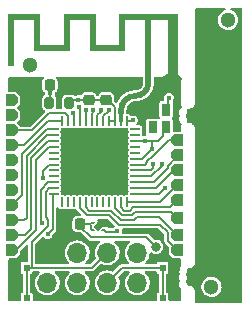
<source format=gbr>
%TF.GenerationSoftware,KiCad,Pcbnew,(5.99.0-10506-gb986797469)*%
%TF.CreationDate,2022-01-12T00:10:24+01:00*%
%TF.ProjectId,ESP31_V3,45535033-315f-4563-932e-6b696361645f,rev?*%
%TF.SameCoordinates,Original*%
%TF.FileFunction,Copper,L1,Top*%
%TF.FilePolarity,Positive*%
%FSLAX46Y46*%
G04 Gerber Fmt 4.6, Leading zero omitted, Abs format (unit mm)*
G04 Created by KiCad (PCBNEW (5.99.0-10506-gb986797469)) date 2022-01-12 00:10:24*
%MOMM*%
%LPD*%
G01*
G04 APERTURE LIST*
G04 Aperture macros list*
%AMRoundRect*
0 Rectangle with rounded corners*
0 $1 Rounding radius*
0 $2 $3 $4 $5 $6 $7 $8 $9 X,Y pos of 4 corners*
0 Add a 4 corners polygon primitive as box body*
4,1,4,$2,$3,$4,$5,$6,$7,$8,$9,$2,$3,0*
0 Add four circle primitives for the rounded corners*
1,1,$1+$1,$2,$3*
1,1,$1+$1,$4,$5*
1,1,$1+$1,$6,$7*
1,1,$1+$1,$8,$9*
0 Add four rect primitives between the rounded corners*
20,1,$1+$1,$2,$3,$4,$5,0*
20,1,$1+$1,$4,$5,$6,$7,0*
20,1,$1+$1,$6,$7,$8,$9,0*
20,1,$1+$1,$8,$9,$2,$3,0*%
%AMRotRect*
0 Rectangle, with rotation*
0 The origin of the aperture is its center*
0 $1 length*
0 $2 width*
0 $3 Rotation angle, in degrees counterclockwise*
0 Add horizontal line*
21,1,$1,$2,0,0,$3*%
%AMOutline5P*
0 Free polygon, 5 corners , with rotation*
0 The origin of the aperture is its center*
0 number of corners: always 8*
0 $1 to $10 corner X, Y*
0 $11 Rotation angle, in degrees counterclockwise*
0 create outline with 8 corners*
4,1,5,$1,$2,$3,$4,$5,$6,$7,$8,$9,$10,$1,$2,$11*%
%AMOutline6P*
0 Free polygon, 6 corners , with rotation*
0 The origin of the aperture is its center*
0 number of corners: always 6*
0 $1 to $12 corner X, Y*
0 $13 Rotation angle, in degrees counterclockwise*
0 create outline with 6 corners*
4,1,6,$1,$2,$3,$4,$5,$6,$7,$8,$9,$10,$11,$12,$1,$2,$13*%
%AMOutline7P*
0 Free polygon, 7 corners , with rotation*
0 The origin of the aperture is its center*
0 number of corners: always 7*
0 $1 to $14 corner X, Y*
0 $15 Rotation angle, in degrees counterclockwise*
0 create outline with 7 corners*
4,1,7,$1,$2,$3,$4,$5,$6,$7,$8,$9,$10,$11,$12,$13,$14,$1,$2,$15*%
%AMOutline8P*
0 Free polygon, 8 corners , with rotation*
0 The origin of the aperture is its center*
0 number of corners: always 8*
0 $1 to $16 corner X, Y*
0 $17 Rotation angle, in degrees counterclockwise*
0 create outline with 8 corners*
4,1,8,$1,$2,$3,$4,$5,$6,$7,$8,$9,$10,$11,$12,$13,$14,$15,$16,$1,$2,$17*%
%AMFreePoly0*
4,1,5,0.110000,-0.125000,-0.110000,-0.125000,-0.110000,0.125000,0.360000,0.125000,0.110000,-0.125000,0.110000,-0.125000,$1*%
%AMFreePoly1*
4,1,6,0.290000,-0.055000,0.290000,-0.125000,-0.110000,-0.125000,-0.110000,0.125000,0.110000,0.125000,0.290000,-0.055000,0.290000,-0.055000,$1*%
%AMFreePoly2*
4,1,6,0.110000,-0.125000,-0.290000,-0.125000,-0.290000,-0.055000,-0.110000,0.125000,0.110000,0.125000,0.110000,-0.125000,0.110000,-0.125000,$1*%
%AMFreePoly3*
4,1,6,0.110000,-0.125000,-0.110000,-0.125000,-0.290000,0.055000,-0.290000,0.125000,0.110000,0.125000,0.110000,-0.125000,0.110000,-0.125000,$1*%
G04 Aperture macros list end*
%TA.AperFunction,ComponentPad*%
%ADD10Outline6P,0.250000X-0.500000X-0.500000X-0.500000X-0.500000X0.500000X0.250000X0.500000X0.500000X0.250000X0.500000X-0.250000X180.000000*%
%TD*%
%TA.AperFunction,ComponentPad*%
%ADD11Outline6P,0.250000X-0.500000X-0.500000X-0.500000X-0.500000X0.500000X0.250000X0.500000X0.500000X0.250000X0.500000X-0.250000X0.000000*%
%TD*%
%TA.AperFunction,SMDPad,CuDef*%
%ADD12RoundRect,0.225000X-0.225000X-0.250000X0.225000X-0.250000X0.225000X0.250000X-0.225000X0.250000X0*%
%TD*%
%TA.AperFunction,WasherPad*%
%ADD13C,1.300000*%
%TD*%
%TA.AperFunction,SMDPad,CuDef*%
%ADD14FreePoly0,180.000000*%
%TD*%
%TA.AperFunction,SMDPad,CuDef*%
%ADD15FreePoly1,180.000000*%
%TD*%
%TA.AperFunction,SMDPad,CuDef*%
%ADD16FreePoly2,180.000000*%
%TD*%
%TA.AperFunction,SMDPad,CuDef*%
%ADD17FreePoly3,180.000000*%
%TD*%
%TA.AperFunction,SMDPad,CuDef*%
%ADD18RotRect,0.480000X0.480000X225.000000*%
%TD*%
%TA.AperFunction,SMDPad,CuDef*%
%ADD19RoundRect,0.225000X-0.250000X0.225000X-0.250000X-0.225000X0.250000X-0.225000X0.250000X0.225000X0*%
%TD*%
%TA.AperFunction,SMDPad,CuDef*%
%ADD20RoundRect,0.062500X-0.062500X0.337500X-0.062500X-0.337500X0.062500X-0.337500X0.062500X0.337500X0*%
%TD*%
%TA.AperFunction,SMDPad,CuDef*%
%ADD21RoundRect,0.062500X-0.337500X0.062500X-0.337500X-0.062500X0.337500X-0.062500X0.337500X0.062500X0*%
%TD*%
%TA.AperFunction,SMDPad,CuDef*%
%ADD22R,5.300000X5.300000*%
%TD*%
%TA.AperFunction,ConnectorPad*%
%ADD23R,0.500000X0.500000*%
%TD*%
%TA.AperFunction,ComponentPad*%
%ADD24R,0.900000X0.500000*%
%TD*%
%TA.AperFunction,SMDPad,CuDef*%
%ADD25RoundRect,0.200000X0.200000X0.275000X-0.200000X0.275000X-0.200000X-0.275000X0.200000X-0.275000X0*%
%TD*%
%TA.AperFunction,SMDPad,CuDef*%
%ADD26R,0.600000X0.600000*%
%TD*%
%TA.AperFunction,SMDPad,CuDef*%
%ADD27R,0.800000X1.000000*%
%TD*%
%TA.AperFunction,ComponentPad*%
%ADD28R,1.700000X1.700000*%
%TD*%
%TA.AperFunction,ComponentPad*%
%ADD29O,1.700000X1.700000*%
%TD*%
%TA.AperFunction,ViaPad*%
%ADD30C,0.400000*%
%TD*%
%TA.AperFunction,ViaPad*%
%ADD31C,0.800000*%
%TD*%
%TA.AperFunction,Conductor*%
%ADD32C,0.200000*%
%TD*%
%TA.AperFunction,Conductor*%
%ADD33C,0.250000*%
%TD*%
%TA.AperFunction,Conductor*%
%ADD34C,0.500000*%
%TD*%
%TA.AperFunction,Conductor*%
%ADD35C,0.350000*%
%TD*%
G04 APERTURE END LIST*
%TO.C,AE1*%
G36*
X117700000Y-95875000D02*
G01*
X117700000Y-95616842D01*
X118001778Y-95616842D01*
X118008309Y-95666368D01*
X118028868Y-95711553D01*
X118062511Y-95746787D01*
X118081122Y-95757400D01*
X118126637Y-95770300D01*
X118175156Y-95771043D01*
X118217819Y-95758935D01*
X118225731Y-95754581D01*
X118263674Y-95721797D01*
X118287742Y-95679395D01*
X118297583Y-95631785D01*
X118292847Y-95583378D01*
X118273185Y-95538584D01*
X118238245Y-95501814D01*
X118205353Y-95484908D01*
X118157267Y-95477018D01*
X118107682Y-95483592D01*
X118062372Y-95503687D01*
X118027112Y-95536357D01*
X118010218Y-95568583D01*
X118001778Y-95616842D01*
X117700000Y-95616842D01*
X117700000Y-90975000D01*
X116300000Y-90975000D01*
X116300000Y-95875000D01*
X115800000Y-95875000D01*
X115800000Y-90975000D01*
X114100000Y-90975000D01*
X114100000Y-93615000D01*
X111100000Y-93615000D01*
X111100000Y-90975000D01*
X109400000Y-90975000D01*
X109400000Y-93615000D01*
X106400000Y-93615000D01*
X106400000Y-90975000D01*
X104700000Y-90975000D01*
X104700000Y-94915000D01*
X104200000Y-94915000D01*
X104200000Y-90475000D01*
X106900000Y-90475000D01*
X106900000Y-93115000D01*
X108900000Y-93115000D01*
X108900000Y-90475000D01*
X111600000Y-90475000D01*
X111600000Y-93115000D01*
X113600000Y-93115000D01*
X113600000Y-90475000D01*
X118600000Y-90475000D01*
X118600000Y-95875000D01*
X117700000Y-95875000D01*
G37*
%TD*%
D10*
%TO.P,J5,1,Pin_1*%
%TO.N,/IO5*%
X118500000Y-107780000D03*
%TD*%
%TO.P,J10,1,Pin_1*%
%TO.N,/IO21*%
X118500000Y-101180000D03*
%TD*%
%TO.P,J7,1,Pin_1*%
%TO.N,/IO10*%
X118500000Y-109230000D03*
%TD*%
D11*
%TO.P,J18,1,Pin_1*%
%TO.N,/IO34*%
X104500000Y-102870000D03*
%TD*%
D10*
%TO.P,J9,1,Pin_1*%
%TO.N,/IO19*%
X118500000Y-103720000D03*
%TD*%
D12*
%TO.P,C2,1*%
%TO.N,/EN*%
X107725000Y-96500000D03*
%TO.P,C2,2*%
%TO.N,GND*%
X109275000Y-96500000D03*
%TD*%
D10*
%TO.P,J6,1,Pin_1*%
%TO.N,/IO9*%
X118500000Y-110500000D03*
%TD*%
%TO.P,J12,1,Pin_1*%
%TO.N,/IO23*%
X118500000Y-104990000D03*
%TD*%
D11*
%TO.P,J19,1,Pin_1*%
%TO.N,/IO35*%
X104500000Y-100330000D03*
%TD*%
D12*
%TO.P,C1,1*%
%TO.N,GND*%
X108725000Y-108300000D03*
%TO.P,C1,2*%
%TO.N,Net-(C1-Pad2)*%
X110275000Y-108300000D03*
%TD*%
D13*
%TO.P,REF\u002A\u002A,*%
%TO.N,*%
X106000000Y-94800000D03*
%TD*%
D14*
%TO.P,U1,1,VOUT*%
%TO.N,+3V3*%
X112340000Y-108825000D03*
D15*
%TO.P,U1,2,GND*%
%TO.N,GND*%
X112340000Y-108175000D03*
D16*
%TO.P,U1,3,EN*%
%TO.N,Net-(C1-Pad2)*%
X111260000Y-108175000D03*
D17*
%TO.P,U1,4,Vin*%
X111260000Y-108825000D03*
D18*
%TO.P,U1,5,EP*%
%TO.N,GND*%
X111800000Y-108500000D03*
%TD*%
D11*
%TO.P,J13,1,Pin_1*%
%TO.N,/IO25*%
X104500000Y-107950000D03*
%TD*%
D19*
%TO.P,C3,1*%
%TO.N,GND*%
X111000000Y-96225000D03*
%TO.P,C3,2*%
%TO.N,+3V3*%
X111000000Y-97775000D03*
%TD*%
D13*
%TO.P,,*%
%TO.N,*%
X122800000Y-91000000D03*
%TD*%
D19*
%TO.P,C4,1*%
%TO.N,GND*%
X112500000Y-96225000D03*
%TO.P,C4,2*%
%TO.N,+3V3*%
X112500000Y-97775000D03*
%TD*%
D11*
%TO.P,J15,1,Pin_1*%
%TO.N,/IO27*%
X104500000Y-110490000D03*
%TD*%
%TO.P,J17,1,Pin_1*%
%TO.N,/IO33*%
X104500000Y-106680000D03*
%TD*%
%TO.P,J14,1,Pin_1*%
%TO.N,/IO26*%
X104500000Y-109220000D03*
%TD*%
D10*
%TO.P,J8,1,Pin_1*%
%TO.N,/IO18*%
X118500000Y-106260000D03*
%TD*%
D20*
%TO.P,U2,1,VDDA*%
%TO.N,+3V3*%
X114250000Y-99550000D03*
%TO.P,U2,2,LNA_IN*%
%TO.N,Net-(AE1-Pad1)*%
X113750000Y-99550000D03*
%TO.P,U2,3,VDDA3P3*%
%TO.N,+3V3*%
X113250000Y-99550000D03*
%TO.P,U2,4,VDDA3P3*%
X112750000Y-99550000D03*
%TO.P,U2,5,SENSOR_VP*%
%TO.N,/SENS_VP*%
X112250000Y-99550000D03*
%TO.P,U2,6,SENSOR_CAPP*%
%TO.N,/CAPP*%
X111750000Y-99550000D03*
%TO.P,U2,7,SENSOR_CAPN*%
%TO.N,/CAPN*%
X111250000Y-99550000D03*
%TO.P,U2,8,SENSOR_VN*%
%TO.N,/SENS_VN*%
X110750000Y-99550000D03*
%TO.P,U2,9,EN*%
%TO.N,/EN*%
X110250000Y-99550000D03*
%TO.P,U2,10,IO34*%
%TO.N,/IO34*%
X109750000Y-99550000D03*
%TO.P,U2,11,IO35*%
%TO.N,/IO35*%
X109250000Y-99550000D03*
%TO.P,U2,12,IO32*%
%TO.N,/IO32*%
X108750000Y-99550000D03*
D21*
%TO.P,U2,13,IO33*%
%TO.N,/IO33*%
X108050000Y-100250000D03*
%TO.P,U2,14,IO25*%
%TO.N,/IO25*%
X108050000Y-100750000D03*
%TO.P,U2,15,IO26*%
%TO.N,/IO26*%
X108050000Y-101250000D03*
%TO.P,U2,16,IO27*%
%TO.N,/IO27*%
X108050000Y-101750000D03*
%TO.P,U2,17,IO14*%
%TO.N,unconnected-(U2-Pad17)*%
X108050000Y-102250000D03*
%TO.P,U2,18,IO12*%
%TO.N,unconnected-(U2-Pad18)*%
X108050000Y-102750000D03*
%TO.P,U2,19,VDD3P3_RTC*%
%TO.N,+3V3*%
X108050000Y-103250000D03*
%TO.P,U2,20,IO13*%
%TO.N,unconnected-(U2-Pad20)*%
X108050000Y-103750000D03*
%TO.P,U2,21,IO15*%
%TO.N,unconnected-(U2-Pad21)*%
X108050000Y-104250000D03*
%TO.P,U2,22,IO2*%
%TO.N,/IO2*%
X108050000Y-104750000D03*
%TO.P,U2,23,IO0*%
%TO.N,/IO0*%
X108050000Y-105250000D03*
%TO.P,U2,24,IO4*%
%TO.N,/IO4*%
X108050000Y-105750000D03*
D20*
%TO.P,U2,25,IO16*%
%TO.N,unconnected-(U2-Pad25)*%
X108750000Y-106450000D03*
%TO.P,U2,26,VDD_SDIO*%
%TO.N,unconnected-(U2-Pad26)*%
X109250000Y-106450000D03*
%TO.P,U2,27,IO17*%
%TO.N,unconnected-(U2-Pad27)*%
X109750000Y-106450000D03*
%TO.P,U2,28,SD2/IO9*%
%TO.N,/IO9*%
X110250000Y-106450000D03*
%TO.P,U2,29,SD3/IO10*%
%TO.N,/IO10*%
X110750000Y-106450000D03*
%TO.P,U2,30,CMD*%
%TO.N,unconnected-(U2-Pad30)*%
X111250000Y-106450000D03*
%TO.P,U2,31,CLK*%
%TO.N,unconnected-(U2-Pad31)*%
X111750000Y-106450000D03*
%TO.P,U2,32,SD0*%
%TO.N,unconnected-(U2-Pad32)*%
X112250000Y-106450000D03*
%TO.P,U2,33,SD1*%
%TO.N,unconnected-(U2-Pad33)*%
X112750000Y-106450000D03*
%TO.P,U2,34,IO5*%
%TO.N,/IO5*%
X113250000Y-106450000D03*
%TO.P,U2,35,IO18*%
%TO.N,/IO18*%
X113750000Y-106450000D03*
%TO.P,U2,36,IO23*%
%TO.N,/IO23*%
X114250000Y-106450000D03*
D21*
%TO.P,U2,37,VDD3P3_CPU*%
%TO.N,+3V3*%
X114950000Y-105750000D03*
%TO.P,U2,38,IO19*%
%TO.N,/IO19*%
X114950000Y-105250000D03*
%TO.P,U2,39,IO22*%
%TO.N,/IO22*%
X114950000Y-104750000D03*
%TO.P,U2,40,U0RXD/IO3*%
%TO.N,/IO3*%
X114950000Y-104250000D03*
%TO.P,U2,41,U0TXD/IO1*%
%TO.N,/IO1*%
X114950000Y-103750000D03*
%TO.P,U2,42,IO21*%
%TO.N,/IO21*%
X114950000Y-103250000D03*
%TO.P,U2,43,VDDA*%
%TO.N,+3V3*%
X114950000Y-102750000D03*
%TO.P,U2,44,XTAL_N_NC*%
%TO.N,unconnected-(U2-Pad44)*%
X114950000Y-102250000D03*
%TO.P,U2,45,XTAL_P_NC*%
%TO.N,unconnected-(U2-Pad45)*%
X114950000Y-101750000D03*
%TO.P,U2,46,VDDA*%
%TO.N,+3V3*%
X114950000Y-101250000D03*
%TO.P,U2,47,CAP2_NC*%
%TO.N,unconnected-(U2-Pad47)*%
X114950000Y-100750000D03*
%TO.P,U2,48,CAP1_NC*%
%TO.N,unconnected-(U2-Pad48)*%
X114950000Y-100250000D03*
D22*
%TO.P,U2,49,GND*%
%TO.N,GND*%
X111500000Y-103000000D03*
%TD*%
D23*
%TO.P,AE1,1,A*%
%TO.N,Net-(AE1-Pad1)*%
X116050000Y-95625000D03*
D24*
%TO.P,AE1,2,Shield*%
%TO.N,GND*%
X118150000Y-95625000D03*
%TD*%
D11*
%TO.P,J3,1,Pin_1*%
%TO.N,/CAPN*%
X104500000Y-105410000D03*
%TD*%
%TO.P,J4,1,Pin_1*%
%TO.N,/SENS_VN*%
X104500000Y-104140000D03*
%TD*%
D10*
%TO.P,J11,1,Pin_1*%
%TO.N,/IO22*%
X118500000Y-102450000D03*
%TD*%
D25*
%TO.P,R1,1*%
%TO.N,+3V3*%
X109325000Y-98000000D03*
%TO.P,R1,2*%
%TO.N,/EN*%
X107675000Y-98000000D03*
%TD*%
D13*
%TO.P,,*%
%TO.N,*%
X121400000Y-113600000D03*
%TD*%
D26*
%TO.P,SW1,1,1*%
%TO.N,GND*%
X118456000Y-111984000D03*
X118456000Y-114584000D03*
%TO.P,SW1,2,2*%
%TO.N,/EN*%
X117256000Y-114584000D03*
X117256000Y-111984000D03*
%TD*%
%TO.P,SW2,1,1*%
%TO.N,GND*%
X104556000Y-111984000D03*
X104556000Y-114584000D03*
%TO.P,SW2,2,2*%
%TO.N,/IO0*%
X105756000Y-114584000D03*
X105756000Y-111984000D03*
%TD*%
D11*
%TO.P,J1,1,Pin_1*%
%TO.N,/SENS_VP*%
X104500000Y-97790000D03*
%TD*%
%TO.P,J16,1,Pin_1*%
%TO.N,/IO32*%
X104500000Y-101600000D03*
%TD*%
D27*
%TO.P,D1,1,DI*%
%TO.N,/IO2*%
X117550000Y-98590000D03*
%TO.P,D1,2,VSS*%
%TO.N,GND*%
X116450000Y-98590000D03*
%TO.P,D1,3,DO*%
%TO.N,unconnected-(D1-Pad3)*%
X116450000Y-100090000D03*
%TO.P,D1,4,VDD*%
%TO.N,+3V3*%
X117550000Y-100090000D03*
%TD*%
D11*
%TO.P,J2,1,Pin_1*%
%TO.N,/CAPP*%
X104500000Y-99060000D03*
%TD*%
D28*
%TO.P,J20,1,Pin_1*%
%TO.N,GND*%
X107500000Y-110725000D03*
D29*
%TO.P,J20,2,Pin_2*%
%TO.N,/IO1*%
X107500000Y-113265000D03*
%TO.P,J20,3,Pin_3*%
%TO.N,/IO2*%
X110040000Y-110725000D03*
%TO.P,J20,4,Pin_4*%
%TO.N,/IO4*%
X110040000Y-113265000D03*
%TO.P,J20,5,Pin_5*%
%TO.N,/IO0*%
X112580000Y-110725000D03*
%TO.P,J20,6,Pin_6*%
%TO.N,/EN*%
X112580000Y-113265000D03*
%TO.P,J20,7,Pin_7*%
%TO.N,/IO3*%
X115120000Y-110725000D03*
%TO.P,J20,8,Pin_8*%
%TO.N,VIN*%
X115120000Y-113265000D03*
%TD*%
D30*
%TO.N,GND*%
X117350000Y-96150000D03*
X112889765Y-108410228D03*
X116130000Y-97680000D03*
X105500000Y-99300000D03*
X109100000Y-109150000D03*
X113900000Y-97100000D03*
X104550000Y-96200000D03*
X113550000Y-96200000D03*
X114850000Y-98150000D03*
X108580000Y-107330000D03*
X118500000Y-98500000D03*
X116530000Y-97200000D03*
X116750000Y-96050000D03*
X111500000Y-103000000D03*
X106650000Y-98200000D03*
X114200000Y-108900000D03*
X108508800Y-97256600D03*
X116500000Y-111100000D03*
X104500000Y-113750000D03*
X110500000Y-102000000D03*
X108740000Y-113670000D03*
X118500000Y-97750000D03*
X118500000Y-100000000D03*
X115350000Y-96050000D03*
X116750000Y-96600000D03*
X115150000Y-96600000D03*
X109900000Y-107400000D03*
X112500000Y-102000000D03*
X112500000Y-104000000D03*
X118500000Y-96250000D03*
X111750000Y-96200000D03*
X118500000Y-99250000D03*
X114503200Y-96800000D03*
X114400000Y-96200000D03*
X113374500Y-97587566D03*
X110150000Y-96200000D03*
X118500000Y-112750000D03*
X104500000Y-112750000D03*
X113621581Y-109899011D03*
X118500000Y-97000000D03*
X110500000Y-104000000D03*
X118500000Y-113750000D03*
X115450000Y-98050000D03*
X114450000Y-98700000D03*
%TO.N,/EN*%
X107725000Y-97227600D03*
X110162095Y-98373291D03*
%TO.N,+3V3*%
X110124000Y-97775000D03*
X114750000Y-99500000D03*
X113400000Y-108900000D03*
X116396800Y-101896800D03*
X115750000Y-101250000D03*
X107100000Y-104400000D03*
X117495701Y-105195701D03*
%TO.N,/IO1*%
X116464297Y-103214297D03*
%TO.N,/IO2*%
X107069740Y-108169740D03*
X117800000Y-97600000D03*
%TO.N,/IO4*%
X107542579Y-109142578D03*
%TO.N,/IO3*%
X117211935Y-103241894D03*
D31*
%TO.N,Net-(C1-Pad2)*%
X116700000Y-110200000D03*
D30*
%TO.N,/SENS_VN*%
X110808929Y-98625870D03*
%TO.N,/SENS_VP*%
X112700500Y-98625000D03*
%TO.N,/CAPP*%
X112057502Y-98617052D03*
%TO.N,/CAPN*%
X111408098Y-98605879D03*
%TO.N,/IO34*%
X109668798Y-98858724D03*
%TD*%
D32*
%TO.N,Net-(C1-Pad2)*%
X110275000Y-108500000D02*
X110275000Y-108300000D01*
X111174511Y-109399511D02*
X110275000Y-108500000D01*
X115899511Y-109399511D02*
X111174511Y-109399511D01*
X116700000Y-110200000D02*
X115899511Y-109399511D01*
%TO.N,GND*%
X112340000Y-108175000D02*
X112654537Y-108175000D01*
D33*
X118700000Y-95900000D02*
X118425000Y-95625000D01*
X118425000Y-95625000D02*
X118150000Y-95625000D01*
X118150000Y-95625000D02*
X118347200Y-95427800D01*
X118150000Y-95625000D02*
X117975000Y-95625000D01*
X118700000Y-96000000D02*
X118700000Y-95900000D01*
X117500000Y-95900000D02*
X117600000Y-96000000D01*
D32*
X111800000Y-108500000D02*
X112125000Y-108175000D01*
D33*
X118150000Y-95625000D02*
X118150000Y-95650000D01*
D32*
X112654537Y-108175000D02*
X112889765Y-108410228D01*
X116550000Y-98590000D02*
X116550000Y-98370000D01*
D33*
X117600000Y-96000000D02*
X118700000Y-96000000D01*
D32*
X108725000Y-108300000D02*
X108725000Y-108775000D01*
D33*
X117500000Y-95800000D02*
X117500000Y-95900000D01*
X118150000Y-95625000D02*
X118375000Y-95625000D01*
X118150000Y-95625000D02*
X117675000Y-95625000D01*
D32*
X108725000Y-108775000D02*
X109100000Y-109150000D01*
D33*
X117500000Y-95800000D02*
X117975000Y-95800000D01*
D32*
X116550000Y-98590000D02*
X116550000Y-98440000D01*
D33*
X117975000Y-95800000D02*
X118150000Y-95625000D01*
X117675000Y-95625000D02*
X117500000Y-95800000D01*
D32*
X112125000Y-108175000D02*
X112340000Y-108175000D01*
D33*
%TO.N,Net-(AE1-Pad1)*%
X114985800Y-97409000D02*
X115011948Y-97409000D01*
D34*
X116050000Y-96374625D02*
X116050000Y-95625000D01*
X113750000Y-98627249D02*
X113750000Y-98918822D01*
D33*
X114096800Y-97790000D02*
X114118589Y-97768211D01*
D35*
X113750000Y-99550000D02*
X113750000Y-98918822D01*
D34*
X115747800Y-97104200D02*
G75*
G02*
X115011948Y-97409000I-735848J735842D01*
G01*
X116049999Y-96374625D02*
G75*
G02*
X115747799Y-97104199I-1031767J-3D01*
G01*
X114985800Y-97409000D02*
G75*
G03*
X114118589Y-97768211I-1J-1226418D01*
G01*
X114096800Y-97790000D02*
G75*
G03*
X113750000Y-98627249I837188J-837224D01*
G01*
D32*
%TO.N,/EN*%
X110250000Y-98461196D02*
X110162095Y-98373291D01*
X113821000Y-111984000D02*
X112540000Y-113265000D01*
X110250000Y-99550000D02*
X110250000Y-98461196D01*
X107725000Y-96500000D02*
X107725000Y-97950000D01*
X117256000Y-111984000D02*
X113821000Y-111984000D01*
X117256000Y-114584000D02*
X117256000Y-111984000D01*
X110250000Y-99550000D02*
X110250000Y-98665365D01*
X107725000Y-97950000D02*
X107675000Y-98000000D01*
%TO.N,+3V3*%
X116396800Y-101303200D02*
X116450000Y-101250000D01*
X113200011Y-98385234D02*
X112589777Y-97775000D01*
X114250000Y-99550000D02*
X114700000Y-99550000D01*
X114950000Y-102750000D02*
X115543600Y-102750000D01*
X112750000Y-99550000D02*
X113250000Y-99550000D01*
X108050000Y-103250000D02*
X107630954Y-103250000D01*
X117299511Y-100829609D02*
X116879120Y-101250000D01*
X114950000Y-105750000D02*
X116941402Y-105750000D01*
X116941402Y-105750000D02*
X117495701Y-105195701D01*
X117700000Y-100090000D02*
X117299511Y-100490489D01*
X114700000Y-99550000D02*
X114750000Y-99500000D01*
X112450000Y-108935000D02*
X112340000Y-108825000D01*
X115543600Y-102750000D02*
X116396800Y-101896800D01*
X112500000Y-97775000D02*
X111000000Y-97775000D01*
X113200011Y-99500011D02*
X113200011Y-98385234D01*
X113250000Y-99550000D02*
X113200011Y-99500011D01*
X114950000Y-101250000D02*
X115750000Y-101250000D01*
X107630954Y-103250000D02*
X107100000Y-103780954D01*
X116450000Y-101250000D02*
X115750000Y-101250000D01*
X107100000Y-103780954D02*
X107100000Y-104400000D01*
X110124000Y-97775000D02*
X109550000Y-97775000D01*
X112589777Y-97775000D02*
X112500000Y-97775000D01*
X116396800Y-101896800D02*
X116396800Y-101303200D01*
X109550000Y-97775000D02*
X109325000Y-98000000D01*
X113365000Y-108935000D02*
X112450000Y-108935000D01*
X113400000Y-108900000D02*
X113365000Y-108935000D01*
X117299511Y-100490489D02*
X117299511Y-100829609D01*
X116879120Y-101250000D02*
X116450000Y-101250000D01*
X111000000Y-97775000D02*
X110124000Y-97775000D01*
%TO.N,/IO1*%
X116252491Y-103750000D02*
X114950000Y-103750000D01*
X116464297Y-103538194D02*
X116252491Y-103750000D01*
X116464297Y-103214297D02*
X116464297Y-103538194D01*
%TO.N,/IO2*%
X107565948Y-104750000D02*
X108050000Y-104750000D01*
X117700000Y-98590000D02*
X117700000Y-97700000D01*
X106950961Y-105364987D02*
X107565948Y-104750000D01*
X106950961Y-108050961D02*
X106950961Y-105364987D01*
X107069740Y-108169740D02*
X106950961Y-108050961D01*
X117700000Y-97700000D02*
X117800000Y-97600000D01*
%TO.N,/IO4*%
X107968771Y-105831229D02*
X108050000Y-105750000D01*
X107968771Y-108716386D02*
X107968771Y-105831229D01*
X107542579Y-109142578D02*
X107968771Y-108716386D01*
%TO.N,/IO0*%
X106184000Y-109794757D02*
X106184000Y-111984000D01*
X112540000Y-110725000D02*
X111281000Y-111984000D01*
X107569251Y-108409506D02*
X106184000Y-109794757D01*
X106184000Y-111984000D02*
X105756000Y-111984000D01*
X107350481Y-105530473D02*
X107350481Y-107711204D01*
X111281000Y-111984000D02*
X106184000Y-111984000D01*
X105756000Y-114584000D02*
X105756000Y-111984000D01*
X107630954Y-105250000D02*
X107350481Y-105530473D01*
X107350481Y-107711204D02*
X107569251Y-107929974D01*
X107569251Y-107929974D02*
X107569251Y-108409506D01*
X108050000Y-105250000D02*
X107630954Y-105250000D01*
%TO.N,/IO3*%
X117211935Y-103241894D02*
X117211935Y-103355562D01*
X116317497Y-104250000D02*
X114950000Y-104250000D01*
X117211935Y-103355562D02*
X116317497Y-104250000D01*
%TO.N,Net-(C1-Pad2)*%
X111260000Y-108825000D02*
X111161069Y-108726069D01*
X111135000Y-108300000D02*
X111260000Y-108175000D01*
X111161069Y-108726069D02*
X111161069Y-108375935D01*
X110275000Y-108300000D02*
X111135000Y-108300000D01*
%TO.N,/SENS_VN*%
X110808929Y-98625870D02*
X110808929Y-98897645D01*
X110808929Y-98897645D02*
X110750000Y-98956574D01*
X110750000Y-98956574D02*
X110750000Y-99550000D01*
%TO.N,/SENS_VP*%
X112700500Y-98625000D02*
X112700500Y-98680454D01*
X112700500Y-98680454D02*
X112250000Y-99130954D01*
X112250000Y-99130954D02*
X112250000Y-99550000D01*
%TO.N,/CAPP*%
X111750000Y-99065948D02*
X111750000Y-99550000D01*
X112057502Y-98758446D02*
X111750000Y-99065948D01*
X112057502Y-98617052D02*
X112057502Y-98758446D01*
%TO.N,/CAPN*%
X111408098Y-98772132D02*
X111250000Y-98930230D01*
X111408098Y-98605879D02*
X111408098Y-98772132D01*
X111250000Y-98930230D02*
X111250000Y-99550000D01*
%TO.N,/IO5*%
X113250000Y-106934052D02*
X113864988Y-107549040D01*
X114635013Y-107549039D02*
X114935012Y-107249040D01*
X113250000Y-106450000D02*
X113250000Y-106934052D01*
X117969040Y-107249040D02*
X118500000Y-107780000D01*
X113864988Y-107549040D02*
X114635013Y-107549039D01*
X114935012Y-107249040D02*
X117969040Y-107249040D01*
%TO.N,/IO9*%
X113534017Y-108348080D02*
X117053074Y-108348080D01*
X117700480Y-109700480D02*
X118500000Y-110500000D01*
X110250000Y-106934052D02*
X110864988Y-107549040D01*
X112734977Y-107549040D02*
X113534017Y-108348080D01*
X117700480Y-108995486D02*
X117700480Y-109700480D01*
X110864988Y-107549040D02*
X112734977Y-107549040D01*
X117053074Y-108348080D02*
X117700480Y-108995486D01*
X110250000Y-106450000D02*
X110250000Y-106934052D01*
%TO.N,/IO10*%
X116918560Y-107648560D02*
X118500000Y-109230000D01*
X110750000Y-106869046D02*
X111030474Y-107149520D01*
X115100498Y-107648560D02*
X116918560Y-107648560D01*
X113699502Y-107948560D02*
X114800500Y-107948558D01*
X112900462Y-107149520D02*
X113699502Y-107948560D01*
X114800500Y-107948558D02*
X115100498Y-107648560D01*
X110750000Y-106450000D02*
X110750000Y-106869046D01*
X111030474Y-107149520D02*
X112900462Y-107149520D01*
%TO.N,/IO18*%
X113750000Y-106869046D02*
X114030474Y-107149520D01*
X114469526Y-107149520D02*
X114769526Y-106849520D01*
X114030474Y-107149520D02*
X114469526Y-107149520D01*
X117910480Y-106849520D02*
X118500000Y-106260000D01*
X114769526Y-106849520D02*
X117910480Y-106849520D01*
X113750000Y-106450000D02*
X113750000Y-106869046D01*
%TO.N,/IO19*%
X116735000Y-105250000D02*
X118265000Y-103720000D01*
X114950000Y-105250000D02*
X116735000Y-105250000D01*
X118265000Y-103720000D02*
X118500000Y-103720000D01*
%TO.N,/IO21*%
X115964786Y-103035214D02*
X115750000Y-103250000D01*
X117820000Y-101180000D02*
X116285214Y-102714786D01*
X115964786Y-102974531D02*
X115964786Y-103035214D01*
X116224531Y-102714786D02*
X115964786Y-102974531D01*
X115750000Y-103250000D02*
X114950000Y-103250000D01*
X116285214Y-102714786D02*
X116224531Y-102714786D01*
X118500000Y-101180000D02*
X117820000Y-101180000D01*
%TO.N,/IO22*%
X117700480Y-103345934D02*
X118500000Y-102546414D01*
X117700480Y-103549520D02*
X117700480Y-103345934D01*
X118500000Y-102546414D02*
X118500000Y-102450000D01*
X114950000Y-104750000D02*
X116500000Y-104750000D01*
X116500000Y-104750000D02*
X117700480Y-103549520D01*
%TO.N,/IO23*%
X117040000Y-106450000D02*
X118500000Y-104990000D01*
X114250000Y-106450000D02*
X117040000Y-106450000D01*
%TO.N,/IO25*%
X105752402Y-102498540D02*
X107500942Y-100750000D01*
X107500942Y-100750000D02*
X108050000Y-100750000D01*
X104500000Y-107950000D02*
X105550000Y-107950000D01*
X105752401Y-107747599D02*
X105752402Y-102498540D01*
X105550000Y-107950000D02*
X105752401Y-107747599D01*
%TO.N,/IO26*%
X107565948Y-101250000D02*
X106151921Y-102664027D01*
X105595868Y-109220000D02*
X106151921Y-108663947D01*
X104500000Y-109220000D02*
X105595868Y-109220000D01*
X106151921Y-108663947D02*
X106151921Y-107543796D01*
X106151921Y-102664027D02*
X106151921Y-107500000D01*
X108050000Y-101250000D02*
X107565948Y-101250000D01*
%TO.N,/IO27*%
X108050000Y-101750000D02*
X107630954Y-101750000D01*
X106551441Y-102829513D02*
X106551441Y-108829433D01*
X106551441Y-108829433D02*
X104890874Y-110490000D01*
X104890874Y-110490000D02*
X104500000Y-110490000D01*
X107630954Y-101750000D02*
X106551441Y-102829513D01*
%TO.N,/IO32*%
X107550000Y-99550000D02*
X105500000Y-101600000D01*
X105500000Y-101600000D02*
X104500000Y-101600000D01*
X108750000Y-99550000D02*
X107550000Y-99550000D01*
%TO.N,/IO33*%
X107435936Y-100250000D02*
X108050000Y-100250000D01*
X104500000Y-106680000D02*
X105352883Y-105827117D01*
X105352883Y-105827117D02*
X105352883Y-102333053D01*
X105352883Y-102333053D02*
X107435936Y-100250000D01*
%TO.N,/IO34*%
X109750000Y-98939926D02*
X109668798Y-98858724D01*
X109750000Y-99550000D02*
X109750000Y-98939926D01*
%TO.N,/IO35*%
X108969526Y-98850480D02*
X107684514Y-98850480D01*
X106204994Y-100330000D02*
X104500000Y-100330000D01*
X109250000Y-99550000D02*
X109250000Y-99130954D01*
X107684514Y-98850480D02*
X106204994Y-100330000D01*
X109250000Y-99130954D02*
X108969526Y-98850480D01*
%TD*%
%TA.AperFunction,Conductor*%
%TO.N,GND*%
G36*
X105829445Y-110073143D02*
G01*
X105872710Y-110116408D01*
X105883500Y-110161353D01*
X105883500Y-111379500D01*
X105864593Y-111437691D01*
X105815093Y-111473655D01*
X105784500Y-111478500D01*
X105456000Y-111478500D01*
X105412200Y-111487213D01*
X105386924Y-111492240D01*
X105386922Y-111492241D01*
X105377359Y-111494143D01*
X105310690Y-111538690D01*
X105266143Y-111605359D01*
X105264241Y-111614922D01*
X105264240Y-111614924D01*
X105262788Y-111622226D01*
X105250500Y-111684000D01*
X105250500Y-112284000D01*
X105256367Y-112313496D01*
X105264207Y-112352907D01*
X105266143Y-112362641D01*
X105310690Y-112429310D01*
X105377359Y-112473857D01*
X105386925Y-112475760D01*
X105394387Y-112478851D01*
X105440912Y-112518589D01*
X105455500Y-112570315D01*
X105455500Y-113997685D01*
X105436593Y-114055876D01*
X105394387Y-114089149D01*
X105386925Y-114092240D01*
X105377359Y-114094143D01*
X105310690Y-114138690D01*
X105305271Y-114146800D01*
X105296811Y-114159461D01*
X105266143Y-114205359D01*
X105264241Y-114214922D01*
X105264240Y-114214924D01*
X105259213Y-114240200D01*
X105250500Y-114284000D01*
X105250500Y-114701000D01*
X105231593Y-114759191D01*
X105182093Y-114795155D01*
X105151500Y-114800000D01*
X104299000Y-114800000D01*
X104240809Y-114781093D01*
X104204845Y-114731593D01*
X104200000Y-114701000D01*
X104200000Y-111289500D01*
X104218907Y-111231309D01*
X104268407Y-111195345D01*
X104299000Y-111190500D01*
X104833050Y-111190500D01*
X105200500Y-110823050D01*
X105200500Y-110646353D01*
X105219407Y-110588162D01*
X105229496Y-110576349D01*
X105714496Y-110091349D01*
X105769013Y-110063572D01*
X105829445Y-110073143D01*
G37*
%TD.AperFunction*%
%TA.AperFunction,Conductor*%
G36*
X116945786Y-108667487D02*
G01*
X116957599Y-108677576D01*
X117370984Y-109090961D01*
X117398761Y-109145478D01*
X117399980Y-109160965D01*
X117399980Y-109648372D01*
X117399750Y-109651504D01*
X117398257Y-109655852D01*
X117398600Y-109664988D01*
X117399910Y-109699881D01*
X117399980Y-109703595D01*
X117399980Y-109727326D01*
X117400815Y-109731810D01*
X117401062Y-109734484D01*
X117401411Y-109739869D01*
X117402079Y-109757650D01*
X117402454Y-109767642D01*
X117406060Y-109776037D01*
X117406061Y-109776039D01*
X117406994Y-109778210D01*
X117413357Y-109799154D01*
X117415463Y-109810459D01*
X117420260Y-109818241D01*
X117420261Y-109818244D01*
X117429428Y-109833116D01*
X117436110Y-109845979D01*
X117446614Y-109870428D01*
X117451935Y-109876906D01*
X117455438Y-109880409D01*
X117468619Y-109897084D01*
X117469367Y-109897909D01*
X117474164Y-109905691D01*
X117481440Y-109911224D01*
X117496188Y-109922439D01*
X117506266Y-109931238D01*
X117648172Y-110073143D01*
X117770503Y-110195474D01*
X117798281Y-110249991D01*
X117799500Y-110265478D01*
X117799500Y-110833050D01*
X118166950Y-111200500D01*
X118701000Y-111200500D01*
X118759191Y-111219407D01*
X118795155Y-111268907D01*
X118800000Y-111299500D01*
X118800000Y-111446418D01*
X118798228Y-111465063D01*
X118794329Y-111485395D01*
X118795196Y-111509107D01*
X118796157Y-111535375D01*
X118793067Y-111535488D01*
X118793232Y-111537213D01*
X118795457Y-111537080D01*
X118795457Y-111537082D01*
X118797360Y-111569002D01*
X118797466Y-111571202D01*
X118798553Y-111600909D01*
X118799467Y-111604335D01*
X118799689Y-111608052D01*
X118801265Y-111613421D01*
X118801266Y-111613424D01*
X118807806Y-111635697D01*
X118808467Y-111638057D01*
X118816842Y-111669434D01*
X118813845Y-111670234D01*
X118814175Y-111672146D01*
X118818164Y-111670974D01*
X118818165Y-111670975D01*
X118834816Y-111727683D01*
X118835009Y-111728619D01*
X118834443Y-111734073D01*
X118845714Y-111765419D01*
X118847537Y-111771008D01*
X118852389Y-111787533D01*
X118851154Y-111787896D01*
X118855744Y-111842741D01*
X118824034Y-111895068D01*
X118813070Y-111903275D01*
X118760744Y-111937061D01*
X118688473Y-112028737D01*
X118685763Y-112036455D01*
X118685761Y-112036458D01*
X118654424Y-112125695D01*
X118649794Y-112138879D01*
X118649656Y-112156484D01*
X118649059Y-112232488D01*
X118648877Y-112255612D01*
X118685821Y-112366349D01*
X118690785Y-112372854D01*
X118690786Y-112372855D01*
X118742284Y-112440333D01*
X118762558Y-112498062D01*
X118741332Y-112561685D01*
X118688473Y-112628737D01*
X118685763Y-112636455D01*
X118685761Y-112636458D01*
X118652505Y-112731159D01*
X118649794Y-112738879D01*
X118648877Y-112855612D01*
X118685821Y-112966349D01*
X118690785Y-112972854D01*
X118690786Y-112972855D01*
X118742284Y-113040333D01*
X118762558Y-113098062D01*
X118741332Y-113161685D01*
X118688473Y-113228737D01*
X118685763Y-113236455D01*
X118685761Y-113236458D01*
X118652505Y-113331159D01*
X118649794Y-113338879D01*
X118648877Y-113455612D01*
X118685821Y-113566349D01*
X118756644Y-113659148D01*
X118789292Y-113680963D01*
X118827171Y-113729013D01*
X118829280Y-113791168D01*
X118818219Y-113828840D01*
X118815264Y-113827972D01*
X118814873Y-113829664D01*
X118817014Y-113830239D01*
X118808707Y-113861145D01*
X118808093Y-113863327D01*
X118799744Y-113891763D01*
X118799527Y-113895303D01*
X118798560Y-113898899D01*
X118798355Y-113904498D01*
X118798355Y-113904500D01*
X118797507Y-113927699D01*
X118797388Y-113930137D01*
X118795397Y-113962555D01*
X118792301Y-113962365D01*
X118792008Y-113964283D01*
X118796164Y-113964435D01*
X118794336Y-114014413D01*
X118795372Y-114019865D01*
X118798261Y-114035074D01*
X118800000Y-114053551D01*
X118800000Y-114701000D01*
X118781093Y-114759191D01*
X118731593Y-114795155D01*
X118701000Y-114800000D01*
X117860500Y-114800000D01*
X117802309Y-114781093D01*
X117766345Y-114731593D01*
X117761500Y-114701000D01*
X117761500Y-114284000D01*
X117752787Y-114240200D01*
X117747760Y-114214924D01*
X117747759Y-114214922D01*
X117745857Y-114205359D01*
X117715189Y-114159461D01*
X117706729Y-114146800D01*
X117701310Y-114138690D01*
X117634641Y-114094143D01*
X117625075Y-114092240D01*
X117617613Y-114089149D01*
X117571088Y-114049411D01*
X117556500Y-113997685D01*
X117556500Y-112570315D01*
X117575407Y-112512124D01*
X117617613Y-112478851D01*
X117625075Y-112475760D01*
X117634641Y-112473857D01*
X117701310Y-112429310D01*
X117745857Y-112362641D01*
X117747794Y-112352907D01*
X117755633Y-112313496D01*
X117761500Y-112284000D01*
X117761500Y-111684000D01*
X117749212Y-111622226D01*
X117747760Y-111614924D01*
X117747759Y-111614922D01*
X117745857Y-111605359D01*
X117701310Y-111538690D01*
X117634641Y-111494143D01*
X117625078Y-111492241D01*
X117625076Y-111492240D01*
X117599800Y-111487213D01*
X117556000Y-111478500D01*
X116956000Y-111478500D01*
X116912200Y-111487213D01*
X116886924Y-111492240D01*
X116886922Y-111492241D01*
X116877359Y-111494143D01*
X116810690Y-111538690D01*
X116766143Y-111605359D01*
X116764240Y-111614924D01*
X116761149Y-111622387D01*
X116721411Y-111668912D01*
X116669685Y-111683500D01*
X115886926Y-111683500D01*
X115828735Y-111664593D01*
X115792771Y-111615093D01*
X115792771Y-111553907D01*
X115825976Y-111506487D01*
X115844072Y-111492349D01*
X115844076Y-111492345D01*
X115847893Y-111489363D01*
X115851055Y-111485700D01*
X115851060Y-111485695D01*
X115979332Y-111337089D01*
X115982496Y-111333424D01*
X116005766Y-111292463D01*
X116081858Y-111158517D01*
X116081859Y-111158514D01*
X116084247Y-111154311D01*
X116091072Y-111133797D01*
X116147743Y-110963435D01*
X116147743Y-110963433D01*
X116149270Y-110958844D01*
X116154154Y-110920187D01*
X116174740Y-110757225D01*
X116175088Y-110754471D01*
X116175127Y-110751696D01*
X116175319Y-110748948D01*
X116176542Y-110749034D01*
X116194841Y-110695336D01*
X116244849Y-110660082D01*
X116306028Y-110660956D01*
X116334358Y-110676119D01*
X116397250Y-110724378D01*
X116543285Y-110784868D01*
X116700000Y-110805500D01*
X116856715Y-110784868D01*
X117002750Y-110724378D01*
X117128153Y-110628153D01*
X117224378Y-110502750D01*
X117284868Y-110356715D01*
X117305500Y-110200000D01*
X117284868Y-110043285D01*
X117224378Y-109897250D01*
X117128153Y-109771847D01*
X117002750Y-109675622D01*
X116856715Y-109615132D01*
X116700000Y-109594500D01*
X116588876Y-109609130D01*
X116528717Y-109597980D01*
X116505951Y-109580980D01*
X116148842Y-109223870D01*
X116146790Y-109221492D01*
X116144772Y-109217364D01*
X116112482Y-109187411D01*
X116109806Y-109184834D01*
X116093014Y-109168042D01*
X116089255Y-109165463D01*
X116087174Y-109163734D01*
X116083117Y-109160171D01*
X116069459Y-109147501D01*
X116069456Y-109147499D01*
X116062756Y-109141284D01*
X116052075Y-109137023D01*
X116032758Y-109126708D01*
X116023282Y-109120207D01*
X115997380Y-109114060D01*
X115983577Y-109109694D01*
X115958850Y-109099829D01*
X115950507Y-109099011D01*
X115945557Y-109099011D01*
X115924438Y-109096540D01*
X115923328Y-109096486D01*
X115914434Y-109094375D01*
X115893036Y-109097287D01*
X115887011Y-109098107D01*
X115873661Y-109099011D01*
X113889893Y-109099011D01*
X113831702Y-109080104D01*
X113795738Y-109030604D01*
X113792112Y-108984525D01*
X113805500Y-108900000D01*
X113785653Y-108774694D01*
X113785502Y-108774398D01*
X113785501Y-108716988D01*
X113821464Y-108667488D01*
X113879656Y-108648580D01*
X116887595Y-108648580D01*
X116945786Y-108667487D01*
G37*
%TD.AperFunction*%
%TA.AperFunction,Conductor*%
G36*
X114495456Y-109718918D02*
G01*
X114531420Y-109768418D01*
X114531420Y-109829604D01*
X114499299Y-109876165D01*
X114445740Y-109919228D01*
X114381505Y-109970874D01*
X114369643Y-109985011D01*
X114252202Y-110124971D01*
X114252199Y-110124975D01*
X114249093Y-110128677D01*
X114149853Y-110309194D01*
X114087565Y-110505549D01*
X114087025Y-110510361D01*
X114087025Y-110510362D01*
X114070134Y-110660956D01*
X114064603Y-110710263D01*
X114081840Y-110915538D01*
X114083173Y-110920186D01*
X114083173Y-110920187D01*
X114110400Y-111015136D01*
X114138621Y-111113555D01*
X114232782Y-111296773D01*
X114360737Y-111458212D01*
X114420542Y-111509110D01*
X114452600Y-111561221D01*
X114447906Y-111622226D01*
X114408251Y-111668821D01*
X114356376Y-111683500D01*
X113873109Y-111683500D01*
X113869977Y-111683270D01*
X113865629Y-111681777D01*
X113852205Y-111682281D01*
X113821600Y-111683430D01*
X113817886Y-111683500D01*
X113794154Y-111683500D01*
X113789670Y-111684335D01*
X113786996Y-111684582D01*
X113781611Y-111684931D01*
X113762971Y-111685631D01*
X113762970Y-111685631D01*
X113753838Y-111685974D01*
X113745443Y-111689580D01*
X113745441Y-111689581D01*
X113743270Y-111690514D01*
X113722326Y-111696877D01*
X113720832Y-111697156D01*
X113720008Y-111697309D01*
X113720007Y-111697309D01*
X113711021Y-111698983D01*
X113703239Y-111703780D01*
X113703236Y-111703781D01*
X113688364Y-111712948D01*
X113675501Y-111719630D01*
X113651052Y-111730134D01*
X113644574Y-111735454D01*
X113641069Y-111738959D01*
X113624404Y-111752131D01*
X113623568Y-111752889D01*
X113615789Y-111757684D01*
X113610257Y-111764959D01*
X113610256Y-111764960D01*
X113599047Y-111779701D01*
X113590247Y-111789781D01*
X113105425Y-112274603D01*
X113050908Y-112302380D01*
X112997052Y-112295861D01*
X112993284Y-112294277D01*
X112989023Y-112291973D01*
X112890631Y-112261516D01*
X112796859Y-112232488D01*
X112796855Y-112232487D01*
X112792238Y-112231058D01*
X112787431Y-112230553D01*
X112787427Y-112230552D01*
X112592185Y-112210032D01*
X112592183Y-112210032D01*
X112587369Y-112209526D01*
X112519372Y-112215714D01*
X112387039Y-112227757D01*
X112387036Y-112227758D01*
X112382219Y-112228196D01*
X112377577Y-112229562D01*
X112377573Y-112229563D01*
X112189250Y-112284989D01*
X112189247Y-112284990D01*
X112184603Y-112286357D01*
X112180309Y-112288602D01*
X112006344Y-112379548D01*
X112006340Y-112379551D01*
X112002047Y-112381795D01*
X111998271Y-112384831D01*
X111998268Y-112384833D01*
X111868212Y-112489401D01*
X111841505Y-112510874D01*
X111768736Y-112597597D01*
X111712202Y-112664971D01*
X111712199Y-112664975D01*
X111709093Y-112668677D01*
X111609853Y-112849194D01*
X111547565Y-113045549D01*
X111547025Y-113050361D01*
X111547025Y-113050362D01*
X111541136Y-113102870D01*
X111524603Y-113250263D01*
X111528548Y-113297240D01*
X111540809Y-113443257D01*
X111541840Y-113455538D01*
X111543173Y-113460186D01*
X111543173Y-113460187D01*
X111566536Y-113541661D01*
X111598621Y-113653555D01*
X111692782Y-113836773D01*
X111820737Y-113998212D01*
X111824417Y-114001344D01*
X111824419Y-114001346D01*
X111885760Y-114053551D01*
X111977612Y-114131723D01*
X111981835Y-114134083D01*
X111981839Y-114134086D01*
X112027243Y-114159461D01*
X112157432Y-114232221D01*
X112162030Y-114233715D01*
X112348742Y-114294382D01*
X112348745Y-114294383D01*
X112353347Y-114295878D01*
X112557895Y-114320269D01*
X112562717Y-114319898D01*
X112562720Y-114319898D01*
X112758458Y-114304837D01*
X112758463Y-114304836D01*
X112763286Y-114304465D01*
X112961695Y-114249068D01*
X112992089Y-114233715D01*
X113141244Y-114158371D01*
X113141246Y-114158370D01*
X113145565Y-114156188D01*
X113307893Y-114029363D01*
X113311055Y-114025700D01*
X113311060Y-114025695D01*
X113420341Y-113899091D01*
X113442496Y-113873424D01*
X113449472Y-113861145D01*
X113541858Y-113698517D01*
X113541859Y-113698514D01*
X113544247Y-113694311D01*
X113548688Y-113680963D01*
X113607743Y-113503435D01*
X113607743Y-113503433D01*
X113609270Y-113498844D01*
X113610133Y-113492018D01*
X113631763Y-113320792D01*
X113635088Y-113294471D01*
X113635131Y-113291440D01*
X113635461Y-113267776D01*
X113635500Y-113265000D01*
X113633584Y-113245455D01*
X113615870Y-113064796D01*
X113615869Y-113064792D01*
X113615398Y-113059986D01*
X113612493Y-113050362D01*
X113557256Y-112867412D01*
X113555858Y-112862780D01*
X113548635Y-112849194D01*
X113524757Y-112804288D01*
X113514132Y-112744032D01*
X113542165Y-112687806D01*
X113916475Y-112313496D01*
X113970992Y-112285719D01*
X113986479Y-112284500D01*
X114381932Y-112284500D01*
X114440123Y-112303407D01*
X114476087Y-112352907D01*
X114476087Y-112414093D01*
X114443966Y-112460654D01*
X114381505Y-112510874D01*
X114308736Y-112597597D01*
X114252202Y-112664971D01*
X114252199Y-112664975D01*
X114249093Y-112668677D01*
X114149853Y-112849194D01*
X114087565Y-113045549D01*
X114087025Y-113050361D01*
X114087025Y-113050362D01*
X114081136Y-113102870D01*
X114064603Y-113250263D01*
X114068548Y-113297240D01*
X114080809Y-113443257D01*
X114081840Y-113455538D01*
X114083173Y-113460186D01*
X114083173Y-113460187D01*
X114106536Y-113541661D01*
X114138621Y-113653555D01*
X114232782Y-113836773D01*
X114360737Y-113998212D01*
X114364417Y-114001344D01*
X114364419Y-114001346D01*
X114425760Y-114053551D01*
X114517612Y-114131723D01*
X114521835Y-114134083D01*
X114521839Y-114134086D01*
X114567243Y-114159461D01*
X114697432Y-114232221D01*
X114702030Y-114233715D01*
X114888742Y-114294382D01*
X114888745Y-114294383D01*
X114893347Y-114295878D01*
X115097895Y-114320269D01*
X115102717Y-114319898D01*
X115102720Y-114319898D01*
X115298458Y-114304837D01*
X115298463Y-114304836D01*
X115303286Y-114304465D01*
X115501695Y-114249068D01*
X115532089Y-114233715D01*
X115681244Y-114158371D01*
X115681246Y-114158370D01*
X115685565Y-114156188D01*
X115847893Y-114029363D01*
X115851055Y-114025700D01*
X115851060Y-114025695D01*
X115960341Y-113899091D01*
X115982496Y-113873424D01*
X115989472Y-113861145D01*
X116081858Y-113698517D01*
X116081859Y-113698514D01*
X116084247Y-113694311D01*
X116088688Y-113680963D01*
X116147743Y-113503435D01*
X116147743Y-113503433D01*
X116149270Y-113498844D01*
X116150133Y-113492018D01*
X116171763Y-113320792D01*
X116175088Y-113294471D01*
X116175131Y-113291440D01*
X116175461Y-113267776D01*
X116175500Y-113265000D01*
X116173584Y-113245455D01*
X116155870Y-113064796D01*
X116155869Y-113064792D01*
X116155398Y-113059986D01*
X116152493Y-113050362D01*
X116097256Y-112867412D01*
X116095858Y-112862780D01*
X115999148Y-112680895D01*
X115868952Y-112521259D01*
X115843447Y-112500159D01*
X115794638Y-112459781D01*
X115761853Y-112408120D01*
X115765695Y-112347056D01*
X115804696Y-112299911D01*
X115857743Y-112284500D01*
X116669685Y-112284500D01*
X116727876Y-112303407D01*
X116761149Y-112345613D01*
X116764240Y-112353075D01*
X116766143Y-112362641D01*
X116810690Y-112429310D01*
X116877359Y-112473857D01*
X116886925Y-112475760D01*
X116894387Y-112478851D01*
X116940912Y-112518589D01*
X116955500Y-112570315D01*
X116955500Y-113997685D01*
X116936593Y-114055876D01*
X116894387Y-114089149D01*
X116886925Y-114092240D01*
X116877359Y-114094143D01*
X116810690Y-114138690D01*
X116805271Y-114146800D01*
X116796811Y-114159461D01*
X116766143Y-114205359D01*
X116764241Y-114214922D01*
X116764240Y-114214924D01*
X116759213Y-114240200D01*
X116750500Y-114284000D01*
X116750500Y-114701000D01*
X116731593Y-114759191D01*
X116682093Y-114795155D01*
X116651500Y-114800000D01*
X106360500Y-114800000D01*
X106302309Y-114781093D01*
X106266345Y-114731593D01*
X106261500Y-114701000D01*
X106261500Y-114284000D01*
X106252787Y-114240200D01*
X106247760Y-114214924D01*
X106247759Y-114214922D01*
X106245857Y-114205359D01*
X106215189Y-114159461D01*
X106206729Y-114146800D01*
X106201310Y-114138690D01*
X106134641Y-114094143D01*
X106125075Y-114092240D01*
X106117613Y-114089149D01*
X106071088Y-114049411D01*
X106056500Y-113997685D01*
X106056500Y-112570315D01*
X106075407Y-112512124D01*
X106117613Y-112478851D01*
X106125075Y-112475760D01*
X106134641Y-112473857D01*
X106201310Y-112429310D01*
X106245857Y-112362641D01*
X106247760Y-112353075D01*
X106250851Y-112345613D01*
X106290589Y-112299088D01*
X106342315Y-112284500D01*
X106761932Y-112284500D01*
X106820123Y-112303407D01*
X106856087Y-112352907D01*
X106856087Y-112414093D01*
X106823966Y-112460654D01*
X106761505Y-112510874D01*
X106688736Y-112597597D01*
X106632202Y-112664971D01*
X106632199Y-112664975D01*
X106629093Y-112668677D01*
X106529853Y-112849194D01*
X106467565Y-113045549D01*
X106467025Y-113050361D01*
X106467025Y-113050362D01*
X106461136Y-113102870D01*
X106444603Y-113250263D01*
X106448548Y-113297240D01*
X106460809Y-113443257D01*
X106461840Y-113455538D01*
X106463173Y-113460186D01*
X106463173Y-113460187D01*
X106486536Y-113541661D01*
X106518621Y-113653555D01*
X106612782Y-113836773D01*
X106740737Y-113998212D01*
X106744417Y-114001344D01*
X106744419Y-114001346D01*
X106805760Y-114053551D01*
X106897612Y-114131723D01*
X106901835Y-114134083D01*
X106901839Y-114134086D01*
X106947243Y-114159461D01*
X107077432Y-114232221D01*
X107082030Y-114233715D01*
X107268742Y-114294382D01*
X107268745Y-114294383D01*
X107273347Y-114295878D01*
X107477895Y-114320269D01*
X107482717Y-114319898D01*
X107482720Y-114319898D01*
X107678458Y-114304837D01*
X107678463Y-114304836D01*
X107683286Y-114304465D01*
X107881695Y-114249068D01*
X107912089Y-114233715D01*
X108061244Y-114158371D01*
X108061246Y-114158370D01*
X108065565Y-114156188D01*
X108227893Y-114029363D01*
X108231055Y-114025700D01*
X108231060Y-114025695D01*
X108340341Y-113899091D01*
X108362496Y-113873424D01*
X108369472Y-113861145D01*
X108461858Y-113698517D01*
X108461859Y-113698514D01*
X108464247Y-113694311D01*
X108468688Y-113680963D01*
X108527743Y-113503435D01*
X108527743Y-113503433D01*
X108529270Y-113498844D01*
X108530133Y-113492018D01*
X108551763Y-113320792D01*
X108555088Y-113294471D01*
X108555131Y-113291440D01*
X108555461Y-113267776D01*
X108555500Y-113265000D01*
X108553584Y-113245455D01*
X108535870Y-113064796D01*
X108535869Y-113064792D01*
X108535398Y-113059986D01*
X108532493Y-113050362D01*
X108477256Y-112867412D01*
X108475858Y-112862780D01*
X108379148Y-112680895D01*
X108248952Y-112521259D01*
X108223447Y-112500159D01*
X108174638Y-112459781D01*
X108141853Y-112408120D01*
X108145695Y-112347056D01*
X108184696Y-112299911D01*
X108237743Y-112284500D01*
X109301932Y-112284500D01*
X109360123Y-112303407D01*
X109396087Y-112352907D01*
X109396087Y-112414093D01*
X109363966Y-112460654D01*
X109301505Y-112510874D01*
X109228736Y-112597597D01*
X109172202Y-112664971D01*
X109172199Y-112664975D01*
X109169093Y-112668677D01*
X109069853Y-112849194D01*
X109007565Y-113045549D01*
X109007025Y-113050361D01*
X109007025Y-113050362D01*
X109001136Y-113102870D01*
X108984603Y-113250263D01*
X108988548Y-113297240D01*
X109000809Y-113443257D01*
X109001840Y-113455538D01*
X109003173Y-113460186D01*
X109003173Y-113460187D01*
X109026536Y-113541661D01*
X109058621Y-113653555D01*
X109152782Y-113836773D01*
X109280737Y-113998212D01*
X109284417Y-114001344D01*
X109284419Y-114001346D01*
X109345760Y-114053551D01*
X109437612Y-114131723D01*
X109441835Y-114134083D01*
X109441839Y-114134086D01*
X109487243Y-114159461D01*
X109617432Y-114232221D01*
X109622030Y-114233715D01*
X109808742Y-114294382D01*
X109808745Y-114294383D01*
X109813347Y-114295878D01*
X110017895Y-114320269D01*
X110022717Y-114319898D01*
X110022720Y-114319898D01*
X110218458Y-114304837D01*
X110218463Y-114304836D01*
X110223286Y-114304465D01*
X110421695Y-114249068D01*
X110452089Y-114233715D01*
X110601244Y-114158371D01*
X110601246Y-114158370D01*
X110605565Y-114156188D01*
X110767893Y-114029363D01*
X110771055Y-114025700D01*
X110771060Y-114025695D01*
X110880341Y-113899091D01*
X110902496Y-113873424D01*
X110909472Y-113861145D01*
X111001858Y-113698517D01*
X111001859Y-113698514D01*
X111004247Y-113694311D01*
X111008688Y-113680963D01*
X111067743Y-113503435D01*
X111067743Y-113503433D01*
X111069270Y-113498844D01*
X111070133Y-113492018D01*
X111091763Y-113320792D01*
X111095088Y-113294471D01*
X111095131Y-113291440D01*
X111095461Y-113267776D01*
X111095500Y-113265000D01*
X111093584Y-113245455D01*
X111075870Y-113064796D01*
X111075869Y-113064792D01*
X111075398Y-113059986D01*
X111072493Y-113050362D01*
X111017256Y-112867412D01*
X111015858Y-112862780D01*
X110919148Y-112680895D01*
X110788952Y-112521259D01*
X110763447Y-112500159D01*
X110714638Y-112459781D01*
X110681853Y-112408120D01*
X110685695Y-112347056D01*
X110724696Y-112299911D01*
X110777743Y-112284500D01*
X111228892Y-112284500D01*
X111232024Y-112284730D01*
X111236372Y-112286223D01*
X111245508Y-112285880D01*
X111280401Y-112284570D01*
X111284115Y-112284500D01*
X111307846Y-112284500D01*
X111312330Y-112283665D01*
X111315004Y-112283418D01*
X111320389Y-112283069D01*
X111339029Y-112282369D01*
X111339030Y-112282369D01*
X111348162Y-112282026D01*
X111356557Y-112278420D01*
X111356559Y-112278419D01*
X111358730Y-112277486D01*
X111379674Y-112271123D01*
X111381168Y-112270844D01*
X111381992Y-112270691D01*
X111381993Y-112270691D01*
X111390979Y-112269017D01*
X111398761Y-112264220D01*
X111398764Y-112264219D01*
X111413636Y-112255052D01*
X111426499Y-112248370D01*
X111450948Y-112237866D01*
X111457426Y-112232545D01*
X111460929Y-112229042D01*
X111477604Y-112215861D01*
X111478429Y-112215113D01*
X111486211Y-112210316D01*
X111492041Y-112202650D01*
X111502956Y-112188295D01*
X111511757Y-112178215D01*
X112002057Y-111687916D01*
X112056573Y-111660139D01*
X112120358Y-111671501D01*
X112157432Y-111692221D01*
X112162030Y-111693715D01*
X112348742Y-111754382D01*
X112348745Y-111754383D01*
X112353347Y-111755878D01*
X112557895Y-111780269D01*
X112562717Y-111779898D01*
X112562720Y-111779898D01*
X112758458Y-111764837D01*
X112758463Y-111764836D01*
X112763286Y-111764465D01*
X112961695Y-111709068D01*
X112966013Y-111706887D01*
X113141244Y-111618371D01*
X113141246Y-111618370D01*
X113145565Y-111616188D01*
X113307893Y-111489363D01*
X113311055Y-111485700D01*
X113311060Y-111485695D01*
X113439332Y-111337089D01*
X113442496Y-111333424D01*
X113465766Y-111292463D01*
X113541858Y-111158517D01*
X113541859Y-111158514D01*
X113544247Y-111154311D01*
X113551072Y-111133797D01*
X113607743Y-110963435D01*
X113607743Y-110963433D01*
X113609270Y-110958844D01*
X113614154Y-110920187D01*
X113634740Y-110757225D01*
X113635088Y-110754471D01*
X113635500Y-110725000D01*
X113633584Y-110705455D01*
X113615870Y-110524796D01*
X113615869Y-110524792D01*
X113615398Y-110519986D01*
X113612493Y-110510362D01*
X113567914Y-110362712D01*
X113555858Y-110322780D01*
X113459148Y-110140895D01*
X113328952Y-109981259D01*
X113253970Y-109919228D01*
X113200860Y-109875292D01*
X113168075Y-109823631D01*
X113171917Y-109762567D01*
X113210918Y-109715423D01*
X113263965Y-109700011D01*
X114437265Y-109700011D01*
X114495456Y-109718918D01*
G37*
%TD.AperFunction*%
%TA.AperFunction,Conductor*%
G36*
X108450587Y-106906053D02*
G01*
X108497995Y-106977005D01*
X108584941Y-107035100D01*
X108662363Y-107050500D01*
X108837637Y-107050500D01*
X108915059Y-107035100D01*
X108944999Y-107015095D01*
X109003887Y-106998487D01*
X109055001Y-107015095D01*
X109084941Y-107035100D01*
X109162363Y-107050500D01*
X109337637Y-107050500D01*
X109415059Y-107035100D01*
X109444999Y-107015095D01*
X109503887Y-106998487D01*
X109555001Y-107015095D01*
X109584941Y-107035100D01*
X109662363Y-107050500D01*
X109837637Y-107050500D01*
X109883853Y-107041307D01*
X109944613Y-107048499D01*
X109989543Y-107090031D01*
X109992794Y-107096624D01*
X109993376Y-107097580D01*
X109996134Y-107104000D01*
X110001455Y-107110478D01*
X110004958Y-107113981D01*
X110018139Y-107130656D01*
X110018887Y-107131481D01*
X110023684Y-107139263D01*
X110030959Y-107144795D01*
X110030960Y-107144796D01*
X110045705Y-107156008D01*
X110055785Y-107164808D01*
X110346473Y-107455496D01*
X110374250Y-107510013D01*
X110364679Y-107570445D01*
X110321414Y-107613710D01*
X110276469Y-107624500D01*
X110018431Y-107624500D01*
X110014587Y-107625109D01*
X110014585Y-107625109D01*
X109924663Y-107639351D01*
X109924662Y-107639351D01*
X109916968Y-107640570D01*
X109910029Y-107644106D01*
X109910028Y-107644106D01*
X109803897Y-107698182D01*
X109803895Y-107698183D01*
X109796958Y-107701718D01*
X109701718Y-107796958D01*
X109698183Y-107803895D01*
X109698182Y-107803897D01*
X109662839Y-107873263D01*
X109640570Y-107916968D01*
X109624500Y-108018431D01*
X109624500Y-108581569D01*
X109640570Y-108683032D01*
X109644106Y-108689971D01*
X109644106Y-108689972D01*
X109679738Y-108759903D01*
X109701718Y-108803042D01*
X109796958Y-108898282D01*
X109803895Y-108901817D01*
X109803897Y-108901818D01*
X109910028Y-108955894D01*
X109916968Y-108959430D01*
X109924662Y-108960649D01*
X109924663Y-108960649D01*
X110014585Y-108974891D01*
X110014587Y-108974891D01*
X110018431Y-108975500D01*
X110284521Y-108975500D01*
X110342712Y-108994407D01*
X110354525Y-109004496D01*
X110925179Y-109575150D01*
X110927231Y-109577528D01*
X110929250Y-109581658D01*
X110935950Y-109587873D01*
X110961553Y-109611623D01*
X110964229Y-109614200D01*
X110981009Y-109630980D01*
X110984766Y-109633558D01*
X110986851Y-109635290D01*
X110990905Y-109638851D01*
X111004563Y-109651521D01*
X111004566Y-109651523D01*
X111011266Y-109657738D01*
X111019757Y-109661126D01*
X111019758Y-109661126D01*
X111021950Y-109662001D01*
X111041261Y-109672313D01*
X111043200Y-109673643D01*
X111050741Y-109678816D01*
X111059635Y-109680927D01*
X111059636Y-109680927D01*
X111076631Y-109684960D01*
X111090460Y-109689334D01*
X111108682Y-109696604D01*
X111108684Y-109696604D01*
X111115172Y-109699193D01*
X111123515Y-109700011D01*
X111128465Y-109700011D01*
X111149584Y-109702482D01*
X111150694Y-109702536D01*
X111159588Y-109704647D01*
X111180986Y-109701735D01*
X111187011Y-109700915D01*
X111200361Y-109700011D01*
X111897265Y-109700011D01*
X111955456Y-109718918D01*
X111991420Y-109768418D01*
X111991420Y-109829604D01*
X111959299Y-109876165D01*
X111905740Y-109919228D01*
X111841505Y-109970874D01*
X111829643Y-109985011D01*
X111712202Y-110124971D01*
X111712199Y-110124975D01*
X111709093Y-110128677D01*
X111609853Y-110309194D01*
X111547565Y-110505549D01*
X111547025Y-110510361D01*
X111547025Y-110510362D01*
X111530134Y-110660956D01*
X111524603Y-110710263D01*
X111541840Y-110915538D01*
X111543173Y-110920186D01*
X111543173Y-110920187D01*
X111570400Y-111015136D01*
X111598621Y-111113555D01*
X111600836Y-111117865D01*
X111609024Y-111133797D01*
X111618807Y-111194196D01*
X111590975Y-111249054D01*
X111385603Y-111454425D01*
X111185524Y-111654504D01*
X111131008Y-111682281D01*
X111115521Y-111683500D01*
X110806926Y-111683500D01*
X110748735Y-111664593D01*
X110712771Y-111615093D01*
X110712771Y-111553907D01*
X110745976Y-111506487D01*
X110764072Y-111492349D01*
X110764076Y-111492345D01*
X110767893Y-111489363D01*
X110771055Y-111485700D01*
X110771060Y-111485695D01*
X110899332Y-111337089D01*
X110902496Y-111333424D01*
X110925766Y-111292463D01*
X111001858Y-111158517D01*
X111001859Y-111158514D01*
X111004247Y-111154311D01*
X111011072Y-111133797D01*
X111067743Y-110963435D01*
X111067743Y-110963433D01*
X111069270Y-110958844D01*
X111074154Y-110920187D01*
X111094740Y-110757225D01*
X111095088Y-110754471D01*
X111095500Y-110725000D01*
X111093584Y-110705455D01*
X111075870Y-110524796D01*
X111075869Y-110524792D01*
X111075398Y-110519986D01*
X111072493Y-110510362D01*
X111027914Y-110362712D01*
X111015858Y-110322780D01*
X110919148Y-110140895D01*
X110788952Y-109981259D01*
X110717737Y-109922345D01*
X110633955Y-109853034D01*
X110633953Y-109853033D01*
X110630228Y-109849951D01*
X110461111Y-109758509D01*
X110453277Y-109754273D01*
X110453276Y-109754272D01*
X110449023Y-109751973D01*
X110354664Y-109722764D01*
X110256859Y-109692488D01*
X110256855Y-109692487D01*
X110252238Y-109691058D01*
X110247431Y-109690553D01*
X110247427Y-109690552D01*
X110052185Y-109670032D01*
X110052183Y-109670032D01*
X110047369Y-109669526D01*
X110007669Y-109673139D01*
X109847039Y-109687757D01*
X109847036Y-109687758D01*
X109842219Y-109688196D01*
X109837577Y-109689562D01*
X109837573Y-109689563D01*
X109649250Y-109744989D01*
X109649247Y-109744990D01*
X109644603Y-109746357D01*
X109613596Y-109762567D01*
X109466344Y-109839548D01*
X109466340Y-109839551D01*
X109462047Y-109841795D01*
X109458271Y-109844831D01*
X109458268Y-109844833D01*
X109361863Y-109922345D01*
X109301505Y-109970874D01*
X109289643Y-109985011D01*
X109172202Y-110124971D01*
X109172199Y-110124975D01*
X109169093Y-110128677D01*
X109069853Y-110309194D01*
X109007565Y-110505549D01*
X109007025Y-110510361D01*
X109007025Y-110510362D01*
X108990134Y-110660956D01*
X108984603Y-110710263D01*
X109001840Y-110915538D01*
X109003173Y-110920186D01*
X109003173Y-110920187D01*
X109030400Y-111015136D01*
X109058621Y-111113555D01*
X109152782Y-111296773D01*
X109280737Y-111458212D01*
X109340542Y-111509110D01*
X109372600Y-111561221D01*
X109367906Y-111622226D01*
X109328251Y-111668821D01*
X109276376Y-111683500D01*
X106583500Y-111683500D01*
X106525309Y-111664593D01*
X106489345Y-111615093D01*
X106484500Y-111584500D01*
X106484500Y-109960236D01*
X106503407Y-109902045D01*
X106513496Y-109890232D01*
X107053458Y-109350270D01*
X107107975Y-109322493D01*
X107168407Y-109332064D01*
X107205025Y-109368683D01*
X107206406Y-109367680D01*
X107210987Y-109373986D01*
X107214523Y-109380925D01*
X107304232Y-109470634D01*
X107311169Y-109474169D01*
X107311171Y-109474170D01*
X107402100Y-109520500D01*
X107417273Y-109528231D01*
X107424967Y-109529450D01*
X107424968Y-109529450D01*
X107534883Y-109546859D01*
X107542579Y-109548078D01*
X107550275Y-109546859D01*
X107660190Y-109529450D01*
X107660191Y-109529450D01*
X107667885Y-109528231D01*
X107683058Y-109520500D01*
X107773987Y-109474170D01*
X107773989Y-109474169D01*
X107780926Y-109470634D01*
X107870635Y-109380925D01*
X107886255Y-109350270D01*
X107924695Y-109274826D01*
X107924695Y-109274825D01*
X107928232Y-109267884D01*
X107931115Y-109249685D01*
X107939383Y-109197484D01*
X107967160Y-109142968D01*
X108144410Y-108965718D01*
X108146788Y-108963666D01*
X108150918Y-108961647D01*
X108180883Y-108929344D01*
X108183460Y-108926668D01*
X108200240Y-108909888D01*
X108202818Y-108906131D01*
X108204550Y-108904046D01*
X108208111Y-108899992D01*
X108220781Y-108886334D01*
X108220783Y-108886331D01*
X108226998Y-108879631D01*
X108230386Y-108871139D01*
X108231261Y-108868947D01*
X108241573Y-108849636D01*
X108242903Y-108847697D01*
X108242904Y-108847696D01*
X108248076Y-108840156D01*
X108254220Y-108814266D01*
X108258594Y-108800437D01*
X108265864Y-108782215D01*
X108265864Y-108782213D01*
X108268453Y-108775725D01*
X108269271Y-108767382D01*
X108269271Y-108762432D01*
X108271742Y-108741313D01*
X108271796Y-108740203D01*
X108273907Y-108731309D01*
X108270175Y-108703886D01*
X108269271Y-108690536D01*
X108269271Y-106961054D01*
X108288178Y-106902863D01*
X108337678Y-106866899D01*
X108398864Y-106866899D01*
X108450587Y-106906053D01*
G37*
%TD.AperFunction*%
%TA.AperFunction,Conductor*%
G36*
X112627689Y-107868447D02*
G01*
X112639502Y-107878536D01*
X113179752Y-108418786D01*
X113207529Y-108473303D01*
X113197958Y-108533735D01*
X113168154Y-108568632D01*
X113161653Y-108571944D01*
X113128093Y-108605504D01*
X113073576Y-108633281D01*
X113058089Y-108634500D01*
X112701554Y-108634500D01*
X112643363Y-108615593D01*
X112619239Y-108590502D01*
X112600729Y-108562800D01*
X112595310Y-108554690D01*
X112528641Y-108510143D01*
X112519078Y-108508241D01*
X112519076Y-108508240D01*
X112493800Y-108503213D01*
X112450000Y-108494500D01*
X112230000Y-108494500D01*
X112186200Y-108503213D01*
X112160924Y-108508240D01*
X112160922Y-108508241D01*
X112151359Y-108510143D01*
X112084690Y-108554690D01*
X111864476Y-108774904D01*
X111809959Y-108802681D01*
X111749527Y-108793110D01*
X111712158Y-108759903D01*
X111698012Y-108738733D01*
X111698009Y-108738729D01*
X111695310Y-108734690D01*
X111530624Y-108570004D01*
X111502847Y-108515487D01*
X111512418Y-108455055D01*
X111530624Y-108429996D01*
X111695310Y-108265310D01*
X111739857Y-108198641D01*
X111742203Y-108186851D01*
X111749741Y-108148952D01*
X111755500Y-108120000D01*
X111755500Y-108050000D01*
X111739857Y-107971359D01*
X111742808Y-107970772D01*
X111739237Y-107925433D01*
X111771204Y-107873263D01*
X111827731Y-107849846D01*
X111835503Y-107849540D01*
X112569498Y-107849540D01*
X112627689Y-107868447D01*
G37*
%TD.AperFunction*%
%TA.AperFunction,Conductor*%
G36*
X114055001Y-100115095D02*
G01*
X114084941Y-100135100D01*
X114162363Y-100150500D01*
X114250500Y-100150500D01*
X114308691Y-100169407D01*
X114344655Y-100218907D01*
X114349500Y-100249500D01*
X114349500Y-100337637D01*
X114364900Y-100415059D01*
X114370317Y-100423166D01*
X114384905Y-100444999D01*
X114401513Y-100503887D01*
X114384905Y-100555001D01*
X114364900Y-100584941D01*
X114349500Y-100662363D01*
X114349500Y-100837637D01*
X114364900Y-100915059D01*
X114370317Y-100923166D01*
X114384905Y-100944999D01*
X114401513Y-101003887D01*
X114384905Y-101055001D01*
X114364900Y-101084941D01*
X114349500Y-101162363D01*
X114349500Y-101337637D01*
X114364900Y-101415059D01*
X114370317Y-101423166D01*
X114384905Y-101444999D01*
X114401513Y-101503887D01*
X114384905Y-101555001D01*
X114364900Y-101584941D01*
X114349500Y-101662363D01*
X114349500Y-101837637D01*
X114364900Y-101915059D01*
X114376921Y-101933050D01*
X114384905Y-101944999D01*
X114401513Y-102003887D01*
X114384905Y-102055001D01*
X114364900Y-102084941D01*
X114349500Y-102162363D01*
X114349500Y-102337637D01*
X114364900Y-102415059D01*
X114370317Y-102423166D01*
X114384905Y-102444999D01*
X114401513Y-102503887D01*
X114384905Y-102555001D01*
X114364900Y-102584941D01*
X114349500Y-102662363D01*
X114349500Y-102837637D01*
X114364900Y-102915059D01*
X114370317Y-102923166D01*
X114384905Y-102944999D01*
X114401513Y-103003887D01*
X114384905Y-103055001D01*
X114364900Y-103084941D01*
X114349500Y-103162363D01*
X114349500Y-103337637D01*
X114364900Y-103415059D01*
X114370317Y-103423166D01*
X114384905Y-103444999D01*
X114401513Y-103503887D01*
X114384905Y-103555001D01*
X114364900Y-103584941D01*
X114349500Y-103662363D01*
X114349500Y-103837637D01*
X114364900Y-103915059D01*
X114370317Y-103923166D01*
X114384905Y-103944999D01*
X114401513Y-104003887D01*
X114384905Y-104055001D01*
X114364900Y-104084941D01*
X114349500Y-104162363D01*
X114349500Y-104337637D01*
X114364900Y-104415059D01*
X114370317Y-104423166D01*
X114384905Y-104444999D01*
X114401513Y-104503887D01*
X114384905Y-104555001D01*
X114364900Y-104584941D01*
X114349500Y-104662363D01*
X114349500Y-104837637D01*
X114364900Y-104915059D01*
X114384905Y-104944999D01*
X114401513Y-105003887D01*
X114384905Y-105055001D01*
X114364900Y-105084941D01*
X114349500Y-105162363D01*
X114349500Y-105337637D01*
X114364900Y-105415059D01*
X114370317Y-105423166D01*
X114384905Y-105444999D01*
X114401513Y-105503887D01*
X114384905Y-105555001D01*
X114364900Y-105584941D01*
X114349500Y-105662363D01*
X114349500Y-105750500D01*
X114330593Y-105808691D01*
X114281093Y-105844655D01*
X114250500Y-105849500D01*
X114162363Y-105849500D01*
X114084941Y-105864900D01*
X114076833Y-105870317D01*
X114076834Y-105870317D01*
X114055001Y-105884905D01*
X113996113Y-105901513D01*
X113944999Y-105884905D01*
X113923166Y-105870317D01*
X113923167Y-105870317D01*
X113915059Y-105864900D01*
X113837637Y-105849500D01*
X113662363Y-105849500D01*
X113584941Y-105864900D01*
X113576833Y-105870317D01*
X113576834Y-105870317D01*
X113555001Y-105884905D01*
X113496113Y-105901513D01*
X113444999Y-105884905D01*
X113423166Y-105870317D01*
X113423167Y-105870317D01*
X113415059Y-105864900D01*
X113337637Y-105849500D01*
X113162363Y-105849500D01*
X113084941Y-105864900D01*
X113076833Y-105870317D01*
X113076834Y-105870317D01*
X113055001Y-105884905D01*
X112996113Y-105901513D01*
X112944999Y-105884905D01*
X112923166Y-105870317D01*
X112923167Y-105870317D01*
X112915059Y-105864900D01*
X112837637Y-105849500D01*
X112662363Y-105849500D01*
X112584941Y-105864900D01*
X112576833Y-105870317D01*
X112576834Y-105870317D01*
X112555001Y-105884905D01*
X112496113Y-105901513D01*
X112444999Y-105884905D01*
X112423166Y-105870317D01*
X112423167Y-105870317D01*
X112415059Y-105864900D01*
X112337637Y-105849500D01*
X112162363Y-105849500D01*
X112084941Y-105864900D01*
X112076833Y-105870317D01*
X112076834Y-105870317D01*
X112055001Y-105884905D01*
X111996113Y-105901513D01*
X111944999Y-105884905D01*
X111923166Y-105870317D01*
X111923167Y-105870317D01*
X111915059Y-105864900D01*
X111837637Y-105849500D01*
X111662363Y-105849500D01*
X111584941Y-105864900D01*
X111576833Y-105870317D01*
X111576834Y-105870317D01*
X111555001Y-105884905D01*
X111496113Y-105901513D01*
X111444999Y-105884905D01*
X111423166Y-105870317D01*
X111423167Y-105870317D01*
X111415059Y-105864900D01*
X111337637Y-105849500D01*
X111162363Y-105849500D01*
X111084941Y-105864900D01*
X111076833Y-105870317D01*
X111076834Y-105870317D01*
X111055001Y-105884905D01*
X110996113Y-105901513D01*
X110944999Y-105884905D01*
X110923166Y-105870317D01*
X110923167Y-105870317D01*
X110915059Y-105864900D01*
X110837637Y-105849500D01*
X110662363Y-105849500D01*
X110584941Y-105864900D01*
X110576833Y-105870317D01*
X110576834Y-105870317D01*
X110555001Y-105884905D01*
X110496113Y-105901513D01*
X110444999Y-105884905D01*
X110423166Y-105870317D01*
X110423167Y-105870317D01*
X110415059Y-105864900D01*
X110337637Y-105849500D01*
X110162363Y-105849500D01*
X110084941Y-105864900D01*
X110076833Y-105870317D01*
X110076834Y-105870317D01*
X110055001Y-105884905D01*
X109996113Y-105901513D01*
X109944999Y-105884905D01*
X109923166Y-105870317D01*
X109923167Y-105870317D01*
X109915059Y-105864900D01*
X109837637Y-105849500D01*
X109662363Y-105849500D01*
X109584941Y-105864900D01*
X109576833Y-105870317D01*
X109576834Y-105870317D01*
X109555001Y-105884905D01*
X109496113Y-105901513D01*
X109444999Y-105884905D01*
X109423166Y-105870317D01*
X109423167Y-105870317D01*
X109415059Y-105864900D01*
X109337637Y-105849500D01*
X109162363Y-105849500D01*
X109084941Y-105864900D01*
X109076833Y-105870317D01*
X109076834Y-105870317D01*
X109055001Y-105884905D01*
X108996113Y-105901513D01*
X108944999Y-105884905D01*
X108923166Y-105870317D01*
X108923167Y-105870317D01*
X108915059Y-105864900D01*
X108837637Y-105849500D01*
X108749500Y-105849500D01*
X108691309Y-105830593D01*
X108655345Y-105781093D01*
X108650500Y-105750500D01*
X108650500Y-105662363D01*
X108635100Y-105584941D01*
X108615095Y-105555001D01*
X108598487Y-105496113D01*
X108615095Y-105444999D01*
X108629683Y-105423166D01*
X108635100Y-105415059D01*
X108650500Y-105337637D01*
X108650500Y-105162363D01*
X108635100Y-105084941D01*
X108615095Y-105055001D01*
X108598487Y-104996113D01*
X108615095Y-104944999D01*
X108635100Y-104915059D01*
X108650500Y-104837637D01*
X108650500Y-104662363D01*
X108635100Y-104584941D01*
X108615095Y-104555001D01*
X108598487Y-104496113D01*
X108615095Y-104444999D01*
X108629683Y-104423166D01*
X108635100Y-104415059D01*
X108650500Y-104337637D01*
X108650500Y-104162363D01*
X108635100Y-104084941D01*
X108615095Y-104055001D01*
X108598487Y-103996113D01*
X108615095Y-103944999D01*
X108629683Y-103923166D01*
X108635100Y-103915059D01*
X108650500Y-103837637D01*
X108650500Y-103662363D01*
X108635100Y-103584941D01*
X108615095Y-103555001D01*
X108598487Y-103496113D01*
X108615095Y-103444999D01*
X108629683Y-103423166D01*
X108635100Y-103415059D01*
X108650500Y-103337637D01*
X108650500Y-103162363D01*
X108635100Y-103084941D01*
X108615095Y-103055001D01*
X108598487Y-102996113D01*
X108615095Y-102944999D01*
X108629683Y-102923166D01*
X108635100Y-102915059D01*
X108650500Y-102837637D01*
X108650500Y-102662363D01*
X108635100Y-102584941D01*
X108615095Y-102555001D01*
X108598487Y-102496113D01*
X108615095Y-102444999D01*
X108629683Y-102423166D01*
X108635100Y-102415059D01*
X108650500Y-102337637D01*
X108650500Y-102162363D01*
X108635100Y-102084941D01*
X108615095Y-102055001D01*
X108598487Y-101996113D01*
X108615095Y-101944999D01*
X108623079Y-101933050D01*
X108635100Y-101915059D01*
X108650500Y-101837637D01*
X108650500Y-101662363D01*
X108635100Y-101584941D01*
X108615095Y-101555001D01*
X108598487Y-101496113D01*
X108615095Y-101444999D01*
X108629683Y-101423166D01*
X108635100Y-101415059D01*
X108650500Y-101337637D01*
X108650500Y-101162363D01*
X108635100Y-101084941D01*
X108615095Y-101055001D01*
X108598487Y-100996113D01*
X108615095Y-100944999D01*
X108629683Y-100923166D01*
X108635100Y-100915059D01*
X108650500Y-100837637D01*
X108650500Y-100662363D01*
X108635100Y-100584941D01*
X108615095Y-100555001D01*
X108598487Y-100496113D01*
X108615095Y-100444999D01*
X108629683Y-100423166D01*
X108635100Y-100415059D01*
X108650500Y-100337637D01*
X108650500Y-100249500D01*
X108669407Y-100191309D01*
X108718907Y-100155345D01*
X108749500Y-100150500D01*
X108837637Y-100150500D01*
X108915059Y-100135100D01*
X108944999Y-100115095D01*
X109003887Y-100098487D01*
X109055001Y-100115095D01*
X109084941Y-100135100D01*
X109162363Y-100150500D01*
X109337637Y-100150500D01*
X109415059Y-100135100D01*
X109444999Y-100115095D01*
X109503887Y-100098487D01*
X109555001Y-100115095D01*
X109584941Y-100135100D01*
X109662363Y-100150500D01*
X109837637Y-100150500D01*
X109915059Y-100135100D01*
X109944999Y-100115095D01*
X110003887Y-100098487D01*
X110055001Y-100115095D01*
X110084941Y-100135100D01*
X110162363Y-100150500D01*
X110337637Y-100150500D01*
X110415059Y-100135100D01*
X110444999Y-100115095D01*
X110503887Y-100098487D01*
X110555001Y-100115095D01*
X110584941Y-100135100D01*
X110662363Y-100150500D01*
X110837637Y-100150500D01*
X110915059Y-100135100D01*
X110944999Y-100115095D01*
X111003887Y-100098487D01*
X111055001Y-100115095D01*
X111084941Y-100135100D01*
X111162363Y-100150500D01*
X111337637Y-100150500D01*
X111415059Y-100135100D01*
X111444999Y-100115095D01*
X111503887Y-100098487D01*
X111555001Y-100115095D01*
X111584941Y-100135100D01*
X111662363Y-100150500D01*
X111837637Y-100150500D01*
X111915059Y-100135100D01*
X111944999Y-100115095D01*
X112003887Y-100098487D01*
X112055001Y-100115095D01*
X112084941Y-100135100D01*
X112162363Y-100150500D01*
X112337637Y-100150500D01*
X112415059Y-100135100D01*
X112444999Y-100115095D01*
X112503887Y-100098487D01*
X112555001Y-100115095D01*
X112584941Y-100135100D01*
X112662363Y-100150500D01*
X112837637Y-100150500D01*
X112915059Y-100135100D01*
X112944999Y-100115095D01*
X113003887Y-100098487D01*
X113055001Y-100115095D01*
X113084941Y-100135100D01*
X113162363Y-100150500D01*
X113337637Y-100150500D01*
X113415059Y-100135100D01*
X113444999Y-100115095D01*
X113503887Y-100098487D01*
X113555001Y-100115095D01*
X113584941Y-100135100D01*
X113662363Y-100150500D01*
X113837637Y-100150500D01*
X113915059Y-100135100D01*
X113944999Y-100115095D01*
X114003887Y-100098487D01*
X114055001Y-100115095D01*
G37*
%TD.AperFunction*%
%TA.AperFunction,Conductor*%
G36*
X117445945Y-95750798D02*
G01*
X117489210Y-95794063D01*
X117500000Y-95839008D01*
X117500000Y-95896919D01*
X117500069Y-95897224D01*
X117500113Y-95898013D01*
X117500103Y-95909268D01*
X117500104Y-95909271D01*
X117500094Y-95920417D01*
X117504919Y-95930466D01*
X117505320Y-95931300D01*
X117512594Y-95952131D01*
X117515279Y-95963900D01*
X117522227Y-95972619D01*
X117522631Y-95973126D01*
X117534456Y-95991976D01*
X117539565Y-96002616D01*
X117548269Y-96009577D01*
X117548271Y-96009579D01*
X117548991Y-96010154D01*
X117564580Y-96025769D01*
X117572105Y-96035212D01*
X117582145Y-96040055D01*
X117582148Y-96040057D01*
X117582738Y-96040341D01*
X117601557Y-96052191D01*
X117610778Y-96059565D01*
X117621644Y-96062064D01*
X117621647Y-96062065D01*
X117622543Y-96062271D01*
X117643359Y-96069581D01*
X117644192Y-96069983D01*
X117644195Y-96069984D01*
X117654234Y-96074826D01*
X117676631Y-96074845D01*
X117677425Y-96074891D01*
X117677899Y-96075000D01*
X118621919Y-96075000D01*
X118622224Y-96074931D01*
X118623013Y-96074887D01*
X118634268Y-96074897D01*
X118634271Y-96074896D01*
X118645417Y-96074906D01*
X118656303Y-96069679D01*
X118677123Y-96062408D01*
X118678972Y-96061986D01*
X118739911Y-96067471D01*
X118785987Y-96107728D01*
X118800000Y-96158504D01*
X118800000Y-97946418D01*
X118798228Y-97965063D01*
X118794329Y-97985395D01*
X118795763Y-98024601D01*
X118796157Y-98035375D01*
X118793067Y-98035488D01*
X118793232Y-98037213D01*
X118795457Y-98037080D01*
X118795457Y-98037082D01*
X118797360Y-98069002D01*
X118797466Y-98071202D01*
X118798553Y-98100909D01*
X118799467Y-98104335D01*
X118799689Y-98108052D01*
X118801265Y-98113421D01*
X118801266Y-98113424D01*
X118807806Y-98135697D01*
X118808467Y-98138057D01*
X118816842Y-98169434D01*
X118813845Y-98170234D01*
X118814175Y-98172146D01*
X118818164Y-98170974D01*
X118818165Y-98170975D01*
X118834816Y-98227683D01*
X118835009Y-98228619D01*
X118834443Y-98234073D01*
X118845714Y-98265419D01*
X118847537Y-98271008D01*
X118852389Y-98287532D01*
X118855099Y-98292379D01*
X118855883Y-98294245D01*
X118856604Y-98295708D01*
X118858499Y-98300976D01*
X118861526Y-98305686D01*
X118861527Y-98305688D01*
X118867700Y-98315294D01*
X118870822Y-98320497D01*
X118885250Y-98346298D01*
X118897149Y-98406315D01*
X118871499Y-98461864D01*
X118852546Y-98477785D01*
X118760744Y-98537061D01*
X118755679Y-98543486D01*
X118755678Y-98543487D01*
X118734463Y-98570399D01*
X118688473Y-98628737D01*
X118685763Y-98636455D01*
X118685761Y-98636458D01*
X118661443Y-98705706D01*
X118649794Y-98738879D01*
X118648877Y-98855612D01*
X118685821Y-98966349D01*
X118690785Y-98972854D01*
X118690786Y-98972855D01*
X118742284Y-99040333D01*
X118762558Y-99098062D01*
X118741332Y-99161685D01*
X118733245Y-99171944D01*
X118688473Y-99228737D01*
X118685763Y-99236455D01*
X118685761Y-99236458D01*
X118658837Y-99313127D01*
X118649794Y-99338879D01*
X118649730Y-99347062D01*
X118649139Y-99422315D01*
X118648877Y-99455612D01*
X118685821Y-99566349D01*
X118690785Y-99572854D01*
X118690786Y-99572855D01*
X118712519Y-99601331D01*
X118756644Y-99659148D01*
X118763448Y-99663694D01*
X118853487Y-99723857D01*
X118891366Y-99771907D01*
X118893768Y-99833045D01*
X118884808Y-99854642D01*
X118870942Y-99879337D01*
X118867903Y-99884391D01*
X118861603Y-99894193D01*
X118861601Y-99894197D01*
X118858603Y-99898862D01*
X118856717Y-99904078D01*
X118855811Y-99905911D01*
X118855182Y-99907405D01*
X118852443Y-99912283D01*
X118850867Y-99917652D01*
X118850864Y-99917658D01*
X118847645Y-99928621D01*
X118845758Y-99934387D01*
X118838278Y-99955076D01*
X118838277Y-99955081D01*
X118834488Y-99965562D01*
X118835061Y-99971175D01*
X118834844Y-99972221D01*
X118818219Y-100028841D01*
X118815264Y-100027973D01*
X118814873Y-100029664D01*
X118817014Y-100030239D01*
X118808707Y-100061145D01*
X118808093Y-100063327D01*
X118799744Y-100091763D01*
X118799527Y-100095303D01*
X118798560Y-100098899D01*
X118798355Y-100104498D01*
X118798355Y-100104500D01*
X118797507Y-100127699D01*
X118797388Y-100130137D01*
X118795397Y-100162555D01*
X118792301Y-100162365D01*
X118792008Y-100164283D01*
X118796164Y-100164435D01*
X118794336Y-100214413D01*
X118795372Y-100219865D01*
X118798261Y-100235074D01*
X118800000Y-100253551D01*
X118800000Y-100380500D01*
X118781093Y-100438691D01*
X118731593Y-100474655D01*
X118701000Y-100479500D01*
X118254500Y-100479500D01*
X118196309Y-100460593D01*
X118160345Y-100411093D01*
X118155500Y-100380500D01*
X118155500Y-99590000D01*
X118143694Y-99530648D01*
X118141760Y-99520924D01*
X118141759Y-99520922D01*
X118139857Y-99511359D01*
X118095310Y-99444690D01*
X118061824Y-99422315D01*
X118023945Y-99374265D01*
X118021543Y-99313127D01*
X118055536Y-99262253D01*
X118061824Y-99257685D01*
X118087200Y-99240729D01*
X118095310Y-99235310D01*
X118139857Y-99168641D01*
X118155500Y-99090000D01*
X118155500Y-98090000D01*
X118139857Y-98011359D01*
X118134438Y-98003249D01*
X118110970Y-97968126D01*
X118094362Y-97909237D01*
X118115540Y-97851834D01*
X118122184Y-97844357D01*
X118122551Y-97843852D01*
X118128056Y-97838347D01*
X118138658Y-97817541D01*
X118182117Y-97732246D01*
X118185653Y-97725306D01*
X118187682Y-97712500D01*
X118204281Y-97607696D01*
X118205500Y-97600000D01*
X118197530Y-97549679D01*
X118186872Y-97482389D01*
X118186872Y-97482388D01*
X118185653Y-97474694D01*
X118179423Y-97462467D01*
X118131592Y-97368592D01*
X118131591Y-97368590D01*
X118128056Y-97361653D01*
X118038347Y-97271944D01*
X118031410Y-97268409D01*
X118031408Y-97268408D01*
X117932246Y-97217883D01*
X117925306Y-97214347D01*
X117917612Y-97213128D01*
X117917611Y-97213128D01*
X117807696Y-97195719D01*
X117800000Y-97194500D01*
X117792304Y-97195719D01*
X117682389Y-97213128D01*
X117682388Y-97213128D01*
X117674694Y-97214347D01*
X117667754Y-97217883D01*
X117568592Y-97268408D01*
X117568590Y-97268409D01*
X117561653Y-97271944D01*
X117471944Y-97361653D01*
X117468409Y-97368590D01*
X117468408Y-97368592D01*
X117420577Y-97462467D01*
X117414347Y-97474694D01*
X117413128Y-97482388D01*
X117413128Y-97482389D01*
X117402470Y-97549679D01*
X117394500Y-97600000D01*
X117395719Y-97607696D01*
X117395719Y-97607697D01*
X117398641Y-97626147D01*
X117399742Y-97646462D01*
X117399735Y-97646609D01*
X117399500Y-97649004D01*
X117399500Y-97653954D01*
X117397029Y-97675073D01*
X117396975Y-97676183D01*
X117394864Y-97685077D01*
X117396097Y-97694134D01*
X117398596Y-97712500D01*
X117399500Y-97725850D01*
X117399500Y-97785500D01*
X117380593Y-97843691D01*
X117331093Y-97879655D01*
X117300500Y-97884500D01*
X117150000Y-97884500D01*
X117106200Y-97893213D01*
X117080924Y-97898240D01*
X117080922Y-97898241D01*
X117071359Y-97900143D01*
X117004690Y-97944690D01*
X116960143Y-98011359D01*
X116944500Y-98090000D01*
X116944500Y-99090000D01*
X116960143Y-99168641D01*
X117004690Y-99235310D01*
X117004710Y-99235324D01*
X117029699Y-99284368D01*
X117020128Y-99344800D01*
X116976863Y-99388065D01*
X116912604Y-99396953D01*
X116850000Y-99384500D01*
X116050000Y-99384500D01*
X116007017Y-99393050D01*
X115980924Y-99398240D01*
X115980922Y-99398241D01*
X115971359Y-99400143D01*
X115904690Y-99444690D01*
X115860143Y-99511359D01*
X115858241Y-99520922D01*
X115858240Y-99520924D01*
X115856306Y-99530648D01*
X115844500Y-99590000D01*
X115844500Y-100590000D01*
X115852556Y-100630500D01*
X115857947Y-100657599D01*
X115860143Y-100668641D01*
X115878849Y-100696636D01*
X115895457Y-100755521D01*
X115874280Y-100812925D01*
X115823407Y-100846919D01*
X115781047Y-100849417D01*
X115757698Y-100845719D01*
X115757696Y-100845719D01*
X115750000Y-100844500D01*
X115734532Y-100846950D01*
X115682849Y-100855136D01*
X115664987Y-100857965D01*
X115604555Y-100848394D01*
X115561290Y-100805129D01*
X115550500Y-100760184D01*
X115550500Y-100662363D01*
X115535100Y-100584941D01*
X115515095Y-100555001D01*
X115498487Y-100496113D01*
X115515095Y-100444999D01*
X115529683Y-100423166D01*
X115535100Y-100415059D01*
X115550500Y-100337637D01*
X115550500Y-100162363D01*
X115535100Y-100084941D01*
X115497738Y-100029025D01*
X115482424Y-100006105D01*
X115477005Y-99997995D01*
X115390059Y-99939900D01*
X115312637Y-99924500D01*
X115130911Y-99924500D01*
X115072720Y-99905593D01*
X115036756Y-99856093D01*
X115036756Y-99794907D01*
X115060907Y-99755496D01*
X115078056Y-99738347D01*
X115088756Y-99717348D01*
X115132117Y-99632246D01*
X115135653Y-99625306D01*
X115142000Y-99585237D01*
X115154281Y-99507696D01*
X115155500Y-99500000D01*
X115139661Y-99400000D01*
X115136872Y-99382389D01*
X115136872Y-99382388D01*
X115135653Y-99374694D01*
X115120421Y-99344800D01*
X115081592Y-99268592D01*
X115081591Y-99268590D01*
X115078056Y-99261653D01*
X114988347Y-99171944D01*
X114981410Y-99168409D01*
X114981408Y-99168408D01*
X114882246Y-99117883D01*
X114875306Y-99114347D01*
X114867612Y-99113128D01*
X114867611Y-99113128D01*
X114757696Y-99095719D01*
X114750000Y-99094500D01*
X114631538Y-99113263D01*
X114571106Y-99103692D01*
X114533735Y-99070483D01*
X114507424Y-99031105D01*
X114502005Y-99022995D01*
X114415059Y-98964900D01*
X114337637Y-98949500D01*
X114299500Y-98949500D01*
X114241309Y-98930593D01*
X114205345Y-98881093D01*
X114200500Y-98850500D01*
X114200500Y-98729507D01*
X114202354Y-98712721D01*
X114202669Y-98711812D01*
X114203573Y-98703322D01*
X114203627Y-98701368D01*
X114207243Y-98570399D01*
X114209107Y-98553818D01*
X114234682Y-98425237D01*
X114240316Y-98406665D01*
X114287527Y-98292686D01*
X114296676Y-98275569D01*
X114299724Y-98271008D01*
X114369512Y-98166564D01*
X114379916Y-98153524D01*
X114394787Y-98137809D01*
X114427744Y-98102981D01*
X114431641Y-98099088D01*
X114485074Y-98048603D01*
X114498053Y-98038255D01*
X114614147Y-97960683D01*
X114631257Y-97951538D01*
X114752923Y-97901143D01*
X114771483Y-97895512D01*
X114908433Y-97868271D01*
X114924931Y-97866410D01*
X114937007Y-97866068D01*
X114949480Y-97865714D01*
X114957597Y-97865817D01*
X114957706Y-97865823D01*
X114957738Y-97865823D01*
X114959678Y-97865928D01*
X114961625Y-97865880D01*
X114961628Y-97865880D01*
X115088938Y-97862739D01*
X115102243Y-97863307D01*
X115126662Y-97866003D01*
X115126666Y-97866003D01*
X115132273Y-97866622D01*
X115140752Y-97865618D01*
X115142651Y-97865240D01*
X115142659Y-97865239D01*
X115202101Y-97853415D01*
X115204287Y-97853006D01*
X115219936Y-97850257D01*
X115260417Y-97843146D01*
X115263822Y-97841407D01*
X115267829Y-97840342D01*
X115374748Y-97819074D01*
X115385519Y-97817541D01*
X115416641Y-97814846D01*
X115416645Y-97814845D01*
X115422259Y-97814359D01*
X115427620Y-97812618D01*
X115427623Y-97812617D01*
X115428546Y-97812317D01*
X115428552Y-97812315D01*
X115430380Y-97811721D01*
X115479310Y-97791453D01*
X115483662Y-97789770D01*
X115526468Y-97774359D01*
X115533429Y-97771853D01*
X115539348Y-97767409D01*
X115541470Y-97766264D01*
X115550571Y-97761936D01*
X115650814Y-97720415D01*
X115661062Y-97716817D01*
X115691060Y-97708101D01*
X115691059Y-97708101D01*
X115696481Y-97706526D01*
X115703930Y-97702354D01*
X115747947Y-97672942D01*
X115751887Y-97670441D01*
X115779272Y-97653954D01*
X115797220Y-97643149D01*
X115802159Y-97637635D01*
X115804018Y-97636097D01*
X115812122Y-97630062D01*
X115824261Y-97621951D01*
X115896425Y-97573733D01*
X115907969Y-97567096D01*
X115930051Y-97556308D01*
X115930055Y-97556306D01*
X115935122Y-97553830D01*
X115941750Y-97548446D01*
X115946914Y-97543531D01*
X115987058Y-97505320D01*
X115988686Y-97503805D01*
X116019316Y-97475934D01*
X116024833Y-97471492D01*
X116027507Y-97470019D01*
X116033862Y-97464317D01*
X116035204Y-97462907D01*
X116035215Y-97462897D01*
X116068291Y-97428162D01*
X116071730Y-97424724D01*
X116071795Y-97424663D01*
X116081084Y-97415821D01*
X116083261Y-97413749D01*
X116083266Y-97413744D01*
X116085936Y-97411202D01*
X116089548Y-97406556D01*
X116096004Y-97399058D01*
X116122469Y-97371265D01*
X116132255Y-97362282D01*
X116155885Y-97343350D01*
X116161171Y-97336645D01*
X116195869Y-97284715D01*
X116197128Y-97282878D01*
X116225602Y-97242287D01*
X116225605Y-97242282D01*
X116229854Y-97236224D01*
X116231043Y-97232551D01*
X116233152Y-97228917D01*
X116240525Y-97217883D01*
X116292756Y-97139715D01*
X116299284Y-97131020D01*
X116304253Y-97125109D01*
X116323015Y-97102788D01*
X116325748Y-97097425D01*
X116326002Y-97096927D01*
X116326008Y-97096914D01*
X116326891Y-97095181D01*
X116347155Y-97046259D01*
X116349029Y-97042019D01*
X116371567Y-96994124D01*
X116372610Y-96986791D01*
X116373300Y-96984485D01*
X116376686Y-96974963D01*
X116380305Y-96966228D01*
X116417527Y-96876366D01*
X116422236Y-96866559D01*
X116437284Y-96839187D01*
X116440001Y-96834245D01*
X116442318Y-96826028D01*
X116452649Y-96774092D01*
X116453667Y-96769540D01*
X116464636Y-96725380D01*
X116466421Y-96718194D01*
X116466014Y-96710802D01*
X116466241Y-96708403D01*
X116467704Y-96698406D01*
X116487157Y-96600607D01*
X116490619Y-96587778D01*
X116500450Y-96559146D01*
X116501328Y-96550653D01*
X116502856Y-96488234D01*
X116502935Y-96486020D01*
X116505621Y-96429065D01*
X116504661Y-96425328D01*
X116504498Y-96421127D01*
X116506086Y-96356220D01*
X116506177Y-96352521D01*
X116501269Y-96313383D01*
X116500500Y-96301065D01*
X116500500Y-95909888D01*
X116502403Y-95890572D01*
X116504569Y-95879684D01*
X116534466Y-95826301D01*
X116590032Y-95800686D01*
X116601666Y-95800000D01*
X117300000Y-95800000D01*
X117330996Y-95769004D01*
X117385513Y-95741227D01*
X117445945Y-95750798D01*
G37*
%TD.AperFunction*%
%TA.AperFunction,Conductor*%
G36*
X107167859Y-95818907D02*
G01*
X107203823Y-95868407D01*
X107203823Y-95929593D01*
X107179672Y-95969004D01*
X107151718Y-95996958D01*
X107148183Y-96003895D01*
X107148182Y-96003897D01*
X107111954Y-96075000D01*
X107090570Y-96116968D01*
X107074500Y-96218431D01*
X107074500Y-96781569D01*
X107075109Y-96785413D01*
X107075109Y-96785415D01*
X107081983Y-96828813D01*
X107090570Y-96883032D01*
X107094106Y-96889971D01*
X107094106Y-96889972D01*
X107145328Y-96990500D01*
X107151718Y-97003042D01*
X107246958Y-97098282D01*
X107253895Y-97101817D01*
X107253897Y-97101818D01*
X107268947Y-97109486D01*
X107312212Y-97152751D01*
X107321783Y-97213181D01*
X107320719Y-97219900D01*
X107320719Y-97219904D01*
X107319500Y-97227600D01*
X107320719Y-97235295D01*
X107320719Y-97235296D01*
X107326880Y-97274195D01*
X107317309Y-97334627D01*
X107274045Y-97377891D01*
X107243595Y-97393406D01*
X107243591Y-97393409D01*
X107236653Y-97396944D01*
X107146944Y-97486653D01*
X107143409Y-97493590D01*
X107143408Y-97493592D01*
X107104358Y-97570233D01*
X107089347Y-97599694D01*
X107088128Y-97607388D01*
X107088128Y-97607389D01*
X107077952Y-97671639D01*
X107074500Y-97693432D01*
X107074500Y-98306568D01*
X107075109Y-98310412D01*
X107075109Y-98310414D01*
X107081825Y-98352812D01*
X107089347Y-98400306D01*
X107092883Y-98407246D01*
X107137598Y-98495004D01*
X107146944Y-98513347D01*
X107236653Y-98603056D01*
X107243593Y-98606592D01*
X107243597Y-98606595D01*
X107294314Y-98632437D01*
X107337579Y-98675701D01*
X107347150Y-98736133D01*
X107319373Y-98790650D01*
X106713069Y-99396953D01*
X106109518Y-100000504D01*
X106055001Y-100028281D01*
X106039514Y-100029500D01*
X105273539Y-100029500D01*
X105215348Y-100010593D01*
X105200544Y-99996906D01*
X105200500Y-99996950D01*
X104968554Y-99765004D01*
X104940777Y-99710487D01*
X104950348Y-99650055D01*
X104968554Y-99624996D01*
X105200500Y-99393050D01*
X105200500Y-98726950D01*
X104968554Y-98495004D01*
X104940777Y-98440487D01*
X104950348Y-98380055D01*
X104968554Y-98354996D01*
X105200500Y-98123050D01*
X105200500Y-97456950D01*
X104833050Y-97089500D01*
X104299000Y-97089500D01*
X104240809Y-97070593D01*
X104204845Y-97021093D01*
X104200000Y-96990500D01*
X104200000Y-95899000D01*
X104218907Y-95840809D01*
X104268407Y-95804845D01*
X104299000Y-95800000D01*
X107109668Y-95800000D01*
X107167859Y-95818907D01*
G37*
%TD.AperFunction*%
%TA.AperFunction,Conductor*%
G36*
X115556525Y-95818907D02*
G01*
X115592489Y-95868407D01*
X115595431Y-95879684D01*
X115597597Y-95890572D01*
X115599500Y-95909888D01*
X115599500Y-96272651D01*
X115597627Y-96289855D01*
X115597069Y-96291481D01*
X115596191Y-96299974D01*
X115596143Y-96301917D01*
X115596143Y-96301924D01*
X115593325Y-96417097D01*
X115591453Y-96433989D01*
X115571871Y-96532434D01*
X115566239Y-96550998D01*
X115545691Y-96600607D01*
X115530447Y-96637410D01*
X115521298Y-96654526D01*
X115465539Y-96737975D01*
X115454918Y-96751244D01*
X115427320Y-96780226D01*
X115423883Y-96783663D01*
X115394233Y-96811886D01*
X115380978Y-96822493D01*
X115296034Y-96879251D01*
X115278921Y-96888398D01*
X115190900Y-96924857D01*
X115172340Y-96930488D01*
X115072128Y-96950421D01*
X115055244Y-96952293D01*
X115051780Y-96952378D01*
X115044381Y-96952283D01*
X115038329Y-96951979D01*
X115038328Y-96951979D01*
X115036380Y-96951881D01*
X115034440Y-96951936D01*
X115034433Y-96951936D01*
X114889971Y-96956036D01*
X114876299Y-96955478D01*
X114852878Y-96952892D01*
X114852873Y-96952892D01*
X114847267Y-96952273D01*
X114838788Y-96953277D01*
X114836888Y-96953655D01*
X114836875Y-96953657D01*
X114775410Y-96965883D01*
X114773587Y-96966228D01*
X114759822Y-96968699D01*
X114717509Y-96976293D01*
X114714693Y-96977745D01*
X114711559Y-96978584D01*
X114655007Y-96989833D01*
X114569070Y-97006926D01*
X114558300Y-97008459D01*
X114527182Y-97011154D01*
X114527180Y-97011154D01*
X114521561Y-97011641D01*
X114513440Y-97014280D01*
X114467362Y-97033366D01*
X114464521Y-97034543D01*
X114460170Y-97036226D01*
X114410392Y-97054147D01*
X114404469Y-97058594D01*
X114402349Y-97059738D01*
X114393222Y-97064076D01*
X114259373Y-97119517D01*
X114249111Y-97123121D01*
X114221926Y-97131020D01*
X114213697Y-97133411D01*
X114206248Y-97137582D01*
X114201776Y-97140570D01*
X114162222Y-97166999D01*
X114158285Y-97169497D01*
X114119294Y-97192972D01*
X114119291Y-97192974D01*
X114112955Y-97196789D01*
X114108021Y-97202297D01*
X114106154Y-97203842D01*
X114098052Y-97209875D01*
X113984340Y-97285855D01*
X113972472Y-97292650D01*
X113946179Y-97305375D01*
X113941786Y-97308917D01*
X113941052Y-97309508D01*
X113941044Y-97309515D01*
X113939532Y-97310734D01*
X113938105Y-97312082D01*
X113938103Y-97312084D01*
X113892584Y-97355091D01*
X113891221Y-97356355D01*
X113854537Y-97389734D01*
X113854534Y-97389738D01*
X113849064Y-97394715D01*
X113847452Y-97397441D01*
X113845238Y-97399824D01*
X113828043Y-97416071D01*
X113819560Y-97423055D01*
X113815944Y-97425062D01*
X113809607Y-97430784D01*
X113808267Y-97432200D01*
X113808264Y-97432203D01*
X113787342Y-97454312D01*
X113784737Y-97456917D01*
X113784275Y-97457424D01*
X113781591Y-97459960D01*
X113780496Y-97461357D01*
X113779221Y-97462083D01*
X113779627Y-97462467D01*
X113722988Y-97522324D01*
X113711644Y-97534312D01*
X113701633Y-97543530D01*
X113678682Y-97561917D01*
X113673396Y-97568623D01*
X113637711Y-97622027D01*
X113636714Y-97623487D01*
X113604065Y-97670344D01*
X113603057Y-97673489D01*
X113601343Y-97676454D01*
X113525219Y-97790377D01*
X113518688Y-97799075D01*
X113498592Y-97822982D01*
X113498587Y-97822989D01*
X113494962Y-97827302D01*
X113491085Y-97834909D01*
X113478283Y-97865817D01*
X113470825Y-97883822D01*
X113468939Y-97888089D01*
X113446410Y-97935963D01*
X113445368Y-97943285D01*
X113444670Y-97945618D01*
X113441287Y-97955132D01*
X113425817Y-97992482D01*
X113386082Y-98039007D01*
X113326588Y-98053292D01*
X113270059Y-98029879D01*
X113264349Y-98024601D01*
X113204496Y-97964748D01*
X113176719Y-97910231D01*
X113175500Y-97894744D01*
X113175500Y-97518431D01*
X113174891Y-97514585D01*
X113160649Y-97424663D01*
X113160649Y-97424662D01*
X113159430Y-97416968D01*
X113155008Y-97408289D01*
X113101818Y-97303897D01*
X113101817Y-97303895D01*
X113098282Y-97296958D01*
X113003042Y-97201718D01*
X112996105Y-97198183D01*
X112996103Y-97198182D01*
X112889972Y-97144106D01*
X112889971Y-97144106D01*
X112883032Y-97140570D01*
X112875338Y-97139351D01*
X112875337Y-97139351D01*
X112785415Y-97125109D01*
X112785413Y-97125109D01*
X112781569Y-97124500D01*
X112218431Y-97124500D01*
X112214587Y-97125109D01*
X112214585Y-97125109D01*
X112124663Y-97139351D01*
X112124662Y-97139351D01*
X112116968Y-97140570D01*
X112110029Y-97144106D01*
X112110028Y-97144106D01*
X112003897Y-97198182D01*
X112003895Y-97198183D01*
X111996958Y-97201718D01*
X111901718Y-97296958D01*
X111898183Y-97303895D01*
X111898182Y-97303897D01*
X111854446Y-97389734D01*
X111840570Y-97416968D01*
X111838319Y-97415821D01*
X111809415Y-97455597D01*
X111751230Y-97474500D01*
X111748770Y-97474500D01*
X111690579Y-97455593D01*
X111661681Y-97415821D01*
X111659430Y-97416968D01*
X111601818Y-97303897D01*
X111601817Y-97303895D01*
X111598282Y-97296958D01*
X111503042Y-97201718D01*
X111496105Y-97198183D01*
X111496103Y-97198182D01*
X111389972Y-97144106D01*
X111389971Y-97144106D01*
X111383032Y-97140570D01*
X111375338Y-97139351D01*
X111375337Y-97139351D01*
X111285415Y-97125109D01*
X111285413Y-97125109D01*
X111281569Y-97124500D01*
X110718431Y-97124500D01*
X110714587Y-97125109D01*
X110714585Y-97125109D01*
X110624663Y-97139351D01*
X110624662Y-97139351D01*
X110616968Y-97140570D01*
X110610029Y-97144106D01*
X110610028Y-97144106D01*
X110503897Y-97198182D01*
X110503895Y-97198183D01*
X110496958Y-97201718D01*
X110401718Y-97296958D01*
X110398183Y-97303895D01*
X110398182Y-97303897D01*
X110377508Y-97344473D01*
X110334243Y-97387738D01*
X110273811Y-97397309D01*
X110258706Y-97393683D01*
X110256250Y-97392885D01*
X110249306Y-97389347D01*
X110124000Y-97369500D01*
X110116304Y-97370719D01*
X110006389Y-97388128D01*
X110006388Y-97388128D01*
X109998694Y-97389347D01*
X109991754Y-97392883D01*
X109991748Y-97392885D01*
X109901842Y-97438695D01*
X109841410Y-97448267D01*
X109786893Y-97420490D01*
X109763347Y-97396944D01*
X109756410Y-97393409D01*
X109756408Y-97393408D01*
X109657246Y-97342883D01*
X109650306Y-97339347D01*
X109642612Y-97338128D01*
X109642611Y-97338128D01*
X109560414Y-97325109D01*
X109560412Y-97325109D01*
X109556568Y-97324500D01*
X109093432Y-97324500D01*
X109089588Y-97325109D01*
X109089586Y-97325109D01*
X109007389Y-97338128D01*
X109007388Y-97338128D01*
X108999694Y-97339347D01*
X108992754Y-97342883D01*
X108893592Y-97393408D01*
X108893590Y-97393409D01*
X108886653Y-97396944D01*
X108796944Y-97486653D01*
X108793409Y-97493590D01*
X108793408Y-97493592D01*
X108754358Y-97570233D01*
X108739347Y-97599694D01*
X108738128Y-97607388D01*
X108738128Y-97607389D01*
X108727952Y-97671639D01*
X108724500Y-97693432D01*
X108724500Y-98306568D01*
X108725109Y-98310412D01*
X108725109Y-98310414D01*
X108731825Y-98352812D01*
X108739347Y-98400306D01*
X108742883Y-98407246D01*
X108745292Y-98414660D01*
X108743713Y-98415173D01*
X108751837Y-98466468D01*
X108724059Y-98520984D01*
X108669542Y-98548761D01*
X108654056Y-98549980D01*
X108345944Y-98549980D01*
X108287753Y-98531073D01*
X108251789Y-98481573D01*
X108251789Y-98420387D01*
X108256695Y-98408543D01*
X108257116Y-98407248D01*
X108260653Y-98400306D01*
X108268176Y-98352812D01*
X108274891Y-98310414D01*
X108274891Y-98310412D01*
X108275500Y-98306568D01*
X108275500Y-97693432D01*
X108272048Y-97671639D01*
X108261872Y-97607389D01*
X108261872Y-97607388D01*
X108260653Y-97599694D01*
X108245642Y-97570233D01*
X108206592Y-97493592D01*
X108206591Y-97493590D01*
X108203056Y-97486653D01*
X108140668Y-97424265D01*
X108112891Y-97369748D01*
X108112891Y-97338776D01*
X108130500Y-97227600D01*
X108129281Y-97219904D01*
X108129281Y-97219900D01*
X108128217Y-97213181D01*
X108137789Y-97152749D01*
X108181053Y-97109486D01*
X108196103Y-97101818D01*
X108196105Y-97101817D01*
X108203042Y-97098282D01*
X108298282Y-97003042D01*
X108304673Y-96990500D01*
X108355894Y-96889972D01*
X108355894Y-96889971D01*
X108359430Y-96883032D01*
X108368018Y-96828813D01*
X108374891Y-96785415D01*
X108374891Y-96785413D01*
X108375500Y-96781569D01*
X108375500Y-96218431D01*
X108359430Y-96116968D01*
X108338046Y-96075000D01*
X108301818Y-96003897D01*
X108301817Y-96003895D01*
X108298282Y-95996958D01*
X108270328Y-95969004D01*
X108242551Y-95914487D01*
X108252122Y-95854055D01*
X108295387Y-95810790D01*
X108340332Y-95800000D01*
X115498334Y-95800000D01*
X115556525Y-95818907D01*
G37*
%TD.AperFunction*%
%TD*%
%TA.AperFunction,NonConductor*%
G36*
X122553747Y-90018907D02*
G01*
X122589711Y-90068407D01*
X122589711Y-90129593D01*
X122553747Y-90179093D01*
X122521846Y-90194445D01*
X122490246Y-90203149D01*
X122490237Y-90203152D01*
X122485069Y-90204576D01*
X122321610Y-90290758D01*
X122180471Y-90410030D01*
X122177215Y-90414289D01*
X122071494Y-90552566D01*
X122071492Y-90552569D01*
X122068236Y-90556828D01*
X121990142Y-90724302D01*
X121949832Y-90904638D01*
X121949187Y-91089424D01*
X121988237Y-91270038D01*
X122065160Y-91438053D01*
X122176367Y-91585630D01*
X122180434Y-91589115D01*
X122180435Y-91589117D01*
X122257712Y-91655351D01*
X122316671Y-91705885D01*
X122479524Y-91793206D01*
X122484685Y-91794666D01*
X122484684Y-91794666D01*
X122652172Y-91842061D01*
X122652175Y-91842061D01*
X122657329Y-91843520D01*
X122662681Y-91843838D01*
X122836438Y-91854161D01*
X122841791Y-91854479D01*
X122847087Y-91853640D01*
X122847090Y-91853640D01*
X123019008Y-91826411D01*
X123019011Y-91826410D01*
X123024303Y-91825572D01*
X123196350Y-91758147D01*
X123200808Y-91755162D01*
X123200811Y-91755161D01*
X123279622Y-91702401D01*
X123349905Y-91655351D01*
X123477804Y-91521979D01*
X123574080Y-91364254D01*
X123634240Y-91189535D01*
X123655479Y-91005972D01*
X123655500Y-91000000D01*
X123644572Y-90899409D01*
X123636122Y-90821619D01*
X123636121Y-90821614D01*
X123635543Y-90816294D01*
X123576604Y-90641159D01*
X123481431Y-90482765D01*
X123354467Y-90348504D01*
X123201633Y-90244638D01*
X123067327Y-90190920D01*
X123020321Y-90151755D01*
X123005312Y-90092439D01*
X123028034Y-90035629D01*
X123079809Y-90003025D01*
X123104094Y-90000000D01*
X123901000Y-90000000D01*
X123959191Y-90018907D01*
X123995155Y-90068407D01*
X124000000Y-90099000D01*
X124000000Y-114901000D01*
X123981093Y-114959191D01*
X123931593Y-114995155D01*
X123901000Y-115000000D01*
X120099000Y-115000000D01*
X120040809Y-114981093D01*
X120004845Y-114931593D01*
X120000000Y-114901000D01*
X120000000Y-114025613D01*
X120001957Y-114009265D01*
X120005286Y-114007741D01*
X120002667Y-113936096D01*
X120004416Y-113934687D01*
X120002359Y-113927681D01*
X120002092Y-113920381D01*
X119999985Y-113919597D01*
X119964095Y-113797364D01*
X119965583Y-113795221D01*
X119961685Y-113789156D01*
X119959654Y-113782238D01*
X119957060Y-113781959D01*
X119897592Y-113689424D01*
X120549187Y-113689424D01*
X120588237Y-113870038D01*
X120590472Y-113874919D01*
X120590472Y-113874920D01*
X120648765Y-114002244D01*
X120665160Y-114038053D01*
X120776367Y-114185630D01*
X120780434Y-114189115D01*
X120780435Y-114189117D01*
X120857712Y-114255351D01*
X120916671Y-114305885D01*
X121079524Y-114393206D01*
X121084685Y-114394666D01*
X121084684Y-114394666D01*
X121252172Y-114442061D01*
X121252175Y-114442061D01*
X121257329Y-114443520D01*
X121262681Y-114443838D01*
X121436438Y-114454161D01*
X121441791Y-114454479D01*
X121447087Y-114453640D01*
X121447090Y-114453640D01*
X121619008Y-114426411D01*
X121619011Y-114426410D01*
X121624303Y-114425572D01*
X121796350Y-114358147D01*
X121800808Y-114355162D01*
X121800811Y-114355161D01*
X121879622Y-114302401D01*
X121949905Y-114255351D01*
X122077804Y-114121979D01*
X122174080Y-113964254D01*
X122234240Y-113789535D01*
X122255479Y-113605972D01*
X122255500Y-113600000D01*
X122243705Y-113491422D01*
X122236122Y-113421619D01*
X122236121Y-113421614D01*
X122235543Y-113416294D01*
X122176604Y-113241159D01*
X122081431Y-113082765D01*
X121954467Y-112948504D01*
X121801633Y-112844638D01*
X121630061Y-112776014D01*
X121447755Y-112745834D01*
X121376246Y-112749582D01*
X121268576Y-112755224D01*
X121268572Y-112755225D01*
X121263222Y-112755505D01*
X121191944Y-112775138D01*
X121090237Y-112803152D01*
X121090233Y-112803154D01*
X121085069Y-112804576D01*
X120921610Y-112890758D01*
X120780471Y-113010030D01*
X120777215Y-113014289D01*
X120671494Y-113152566D01*
X120671492Y-113152569D01*
X120668236Y-113156828D01*
X120590142Y-113324302D01*
X120588973Y-113329533D01*
X120588972Y-113329535D01*
X120573221Y-113400000D01*
X120549832Y-113504638D01*
X120549813Y-113509996D01*
X120549813Y-113509999D01*
X120549574Y-113578623D01*
X120549187Y-113689424D01*
X119897592Y-113689424D01*
X119888207Y-113674820D01*
X119889031Y-113672346D01*
X119883583Y-113667626D01*
X119879684Y-113661558D01*
X119877116Y-113662021D01*
X119815603Y-113608720D01*
X119789322Y-113585948D01*
X119789321Y-113585947D01*
X119780868Y-113578623D01*
X119780962Y-113576016D01*
X119774403Y-113573021D01*
X119768954Y-113568299D01*
X119766621Y-113569467D01*
X119759794Y-113566349D01*
X119660939Y-113521203D01*
X119660937Y-113521203D01*
X119650776Y-113516562D01*
X119650131Y-113514034D01*
X119642994Y-113513008D01*
X119636436Y-113510013D01*
X119634527Y-113511790D01*
X119508468Y-113493666D01*
X119507137Y-113491422D01*
X119500000Y-113492448D01*
X119492863Y-113491422D01*
X119491532Y-113493666D01*
X119468442Y-113496986D01*
X119408154Y-113486551D01*
X119365513Y-113442672D01*
X119355661Y-113406760D01*
X119355466Y-113404286D01*
X119355500Y-113400000D01*
X119336333Y-113284847D01*
X119280900Y-113182112D01*
X119271273Y-113173212D01*
X119241376Y-113119829D01*
X119248568Y-113059068D01*
X119266710Y-113034503D01*
X119266231Y-113034119D01*
X119271344Y-113027736D01*
X119277443Y-113022274D01*
X119334483Y-112920421D01*
X119355456Y-112805584D01*
X119355500Y-112800000D01*
X119336333Y-112684847D01*
X119280900Y-112582112D01*
X119271273Y-112573212D01*
X119241376Y-112519829D01*
X119248568Y-112459068D01*
X119266710Y-112434503D01*
X119266231Y-112434119D01*
X119271344Y-112427736D01*
X119277443Y-112422274D01*
X119334483Y-112320421D01*
X119355456Y-112205584D01*
X119355500Y-112200000D01*
X119341361Y-112115055D01*
X119350457Y-112054551D01*
X119393380Y-112010947D01*
X119453105Y-112000809D01*
X119491532Y-112006334D01*
X119492863Y-112008578D01*
X119500000Y-112007552D01*
X119507137Y-112008578D01*
X119508468Y-112006334D01*
X119634527Y-111988210D01*
X119636436Y-111989987D01*
X119642994Y-111986992D01*
X119650131Y-111985966D01*
X119650776Y-111983438D01*
X119752327Y-111937061D01*
X119756455Y-111935176D01*
X119756456Y-111935175D01*
X119766621Y-111930533D01*
X119768954Y-111931701D01*
X119774403Y-111926979D01*
X119780962Y-111923984D01*
X119780868Y-111921377D01*
X119785894Y-111917022D01*
X119785896Y-111917021D01*
X119868325Y-111845596D01*
X119877116Y-111837979D01*
X119879684Y-111838442D01*
X119883583Y-111832374D01*
X119889031Y-111827654D01*
X119888207Y-111825180D01*
X119957060Y-111718041D01*
X119959654Y-111717762D01*
X119961685Y-111710844D01*
X119965583Y-111704779D01*
X119964095Y-111702636D01*
X119999985Y-111580403D01*
X120002092Y-111579619D01*
X120002359Y-111572319D01*
X120004416Y-111565313D01*
X120002667Y-111563904D01*
X120005286Y-111492259D01*
X120001833Y-111490678D01*
X120000000Y-111477559D01*
X120000000Y-100225613D01*
X120001957Y-100209265D01*
X120005286Y-100207741D01*
X120002667Y-100136096D01*
X120004416Y-100134687D01*
X120002359Y-100127681D01*
X120002092Y-100120381D01*
X119999985Y-100119597D01*
X119964095Y-99997364D01*
X119965583Y-99995221D01*
X119961685Y-99989156D01*
X119959654Y-99982238D01*
X119957060Y-99981959D01*
X119888207Y-99874820D01*
X119889031Y-99872346D01*
X119883583Y-99867626D01*
X119879684Y-99861558D01*
X119877116Y-99862021D01*
X119780868Y-99778623D01*
X119780962Y-99776016D01*
X119774403Y-99773021D01*
X119768954Y-99768299D01*
X119766621Y-99769467D01*
X119760571Y-99766704D01*
X119660939Y-99721203D01*
X119660937Y-99721203D01*
X119650776Y-99716562D01*
X119650131Y-99714034D01*
X119642994Y-99713008D01*
X119636436Y-99710013D01*
X119634527Y-99711790D01*
X119508468Y-99693666D01*
X119507137Y-99691422D01*
X119500000Y-99692448D01*
X119492863Y-99691422D01*
X119491532Y-99693666D01*
X119458332Y-99698439D01*
X119413622Y-99704867D01*
X119353333Y-99694433D01*
X119310691Y-99650555D01*
X119301984Y-99589993D01*
X119313157Y-99558502D01*
X119330484Y-99527561D01*
X119334483Y-99520421D01*
X119355456Y-99405584D01*
X119355500Y-99400000D01*
X119336333Y-99284847D01*
X119280900Y-99182112D01*
X119271273Y-99173212D01*
X119241376Y-99119829D01*
X119248568Y-99059068D01*
X119266710Y-99034503D01*
X119266231Y-99034119D01*
X119271344Y-99027736D01*
X119277443Y-99022274D01*
X119334483Y-98920421D01*
X119355456Y-98805584D01*
X119355500Y-98800000D01*
X119336333Y-98684847D01*
X119312190Y-98640103D01*
X119301198Y-98579916D01*
X119327683Y-98524760D01*
X119381530Y-98495705D01*
X119413405Y-98495102D01*
X119467439Y-98502870D01*
X119491532Y-98506334D01*
X119492863Y-98508578D01*
X119500000Y-98507552D01*
X119507137Y-98508578D01*
X119508468Y-98506334D01*
X119634527Y-98488210D01*
X119636436Y-98489987D01*
X119642994Y-98486992D01*
X119650131Y-98485966D01*
X119650776Y-98483438D01*
X119672016Y-98473738D01*
X119756455Y-98435176D01*
X119756456Y-98435175D01*
X119766621Y-98430533D01*
X119768954Y-98431701D01*
X119774403Y-98426979D01*
X119780962Y-98423984D01*
X119780868Y-98421377D01*
X119785894Y-98417022D01*
X119785896Y-98417021D01*
X119834054Y-98375291D01*
X119877116Y-98337979D01*
X119879684Y-98338442D01*
X119883583Y-98332374D01*
X119889031Y-98327654D01*
X119888207Y-98325180D01*
X119957060Y-98218041D01*
X119959654Y-98217762D01*
X119961685Y-98210844D01*
X119965583Y-98204779D01*
X119964095Y-98202636D01*
X119999985Y-98080403D01*
X120002092Y-98079619D01*
X120002359Y-98072319D01*
X120004416Y-98065313D01*
X120002667Y-98063904D01*
X120005286Y-97992259D01*
X120001833Y-97990678D01*
X120000000Y-97977559D01*
X120000000Y-90099000D01*
X120018907Y-90040809D01*
X120068407Y-90004845D01*
X120099000Y-90000000D01*
X122495556Y-90000000D01*
X122553747Y-90018907D01*
G37*
%TD.AperFunction*%
%TA.AperFunction,Conductor*%
%TO.N,GND*%
G36*
X105829445Y-110073143D02*
G01*
X105872710Y-110116408D01*
X105883500Y-110161353D01*
X105883500Y-111379500D01*
X105864593Y-111437691D01*
X105815093Y-111473655D01*
X105784500Y-111478500D01*
X105456000Y-111478500D01*
X105412200Y-111487213D01*
X105386924Y-111492240D01*
X105386922Y-111492241D01*
X105377359Y-111494143D01*
X105310690Y-111538690D01*
X105266143Y-111605359D01*
X105264241Y-111614922D01*
X105264240Y-111614924D01*
X105262788Y-111622226D01*
X105250500Y-111684000D01*
X105250500Y-112284000D01*
X105256367Y-112313496D01*
X105264207Y-112352907D01*
X105266143Y-112362641D01*
X105310690Y-112429310D01*
X105377359Y-112473857D01*
X105386925Y-112475760D01*
X105394387Y-112478851D01*
X105440912Y-112518589D01*
X105455500Y-112570315D01*
X105455500Y-113997685D01*
X105436593Y-114055876D01*
X105394387Y-114089149D01*
X105386925Y-114092240D01*
X105377359Y-114094143D01*
X105310690Y-114138690D01*
X105305271Y-114146800D01*
X105296811Y-114159461D01*
X105266143Y-114205359D01*
X105264241Y-114214922D01*
X105264240Y-114214924D01*
X105259213Y-114240200D01*
X105250500Y-114284000D01*
X105250500Y-114701000D01*
X105231593Y-114759191D01*
X105182093Y-114795155D01*
X105151500Y-114800000D01*
X104299000Y-114800000D01*
X104240809Y-114781093D01*
X104204845Y-114731593D01*
X104200000Y-114701000D01*
X104200000Y-111289500D01*
X104218907Y-111231309D01*
X104268407Y-111195345D01*
X104299000Y-111190500D01*
X104833050Y-111190500D01*
X105200500Y-110823050D01*
X105200500Y-110646353D01*
X105219407Y-110588162D01*
X105229496Y-110576349D01*
X105714496Y-110091349D01*
X105769013Y-110063572D01*
X105829445Y-110073143D01*
G37*
%TD.AperFunction*%
%TA.AperFunction,Conductor*%
G36*
X116945786Y-108667487D02*
G01*
X116957599Y-108677576D01*
X117370984Y-109090961D01*
X117398761Y-109145478D01*
X117399980Y-109160965D01*
X117399980Y-109648372D01*
X117399750Y-109651504D01*
X117398257Y-109655852D01*
X117398600Y-109664988D01*
X117399910Y-109699881D01*
X117399980Y-109703595D01*
X117399980Y-109727326D01*
X117400815Y-109731810D01*
X117401062Y-109734484D01*
X117401411Y-109739869D01*
X117402079Y-109757650D01*
X117402454Y-109767642D01*
X117406060Y-109776037D01*
X117406061Y-109776039D01*
X117406994Y-109778210D01*
X117413357Y-109799154D01*
X117415463Y-109810459D01*
X117420260Y-109818241D01*
X117420261Y-109818244D01*
X117429428Y-109833116D01*
X117436110Y-109845979D01*
X117446614Y-109870428D01*
X117451935Y-109876906D01*
X117455438Y-109880409D01*
X117468619Y-109897084D01*
X117469367Y-109897909D01*
X117474164Y-109905691D01*
X117481440Y-109911224D01*
X117496188Y-109922439D01*
X117506266Y-109931238D01*
X117648172Y-110073143D01*
X117770503Y-110195474D01*
X117798281Y-110249991D01*
X117799500Y-110265478D01*
X117799500Y-110833050D01*
X118166950Y-111200500D01*
X118701000Y-111200500D01*
X118759191Y-111219407D01*
X118795155Y-111268907D01*
X118800000Y-111299500D01*
X118800000Y-111446418D01*
X118798228Y-111465063D01*
X118794329Y-111485395D01*
X118795196Y-111509107D01*
X118796157Y-111535375D01*
X118793067Y-111535488D01*
X118793232Y-111537213D01*
X118795457Y-111537080D01*
X118795457Y-111537082D01*
X118797360Y-111569002D01*
X118797466Y-111571202D01*
X118798553Y-111600909D01*
X118799467Y-111604335D01*
X118799689Y-111608052D01*
X118801265Y-111613421D01*
X118801266Y-111613424D01*
X118807806Y-111635697D01*
X118808467Y-111638057D01*
X118816842Y-111669434D01*
X118813845Y-111670234D01*
X118814175Y-111672146D01*
X118818164Y-111670974D01*
X118818165Y-111670975D01*
X118834816Y-111727683D01*
X118835009Y-111728619D01*
X118834443Y-111734073D01*
X118845714Y-111765419D01*
X118847537Y-111771008D01*
X118852389Y-111787533D01*
X118851154Y-111787896D01*
X118855744Y-111842741D01*
X118824034Y-111895068D01*
X118813070Y-111903275D01*
X118760744Y-111937061D01*
X118688473Y-112028737D01*
X118685763Y-112036455D01*
X118685761Y-112036458D01*
X118654424Y-112125695D01*
X118649794Y-112138879D01*
X118649656Y-112156484D01*
X118649059Y-112232488D01*
X118648877Y-112255612D01*
X118685821Y-112366349D01*
X118690785Y-112372854D01*
X118690786Y-112372855D01*
X118742284Y-112440333D01*
X118762558Y-112498062D01*
X118741332Y-112561685D01*
X118688473Y-112628737D01*
X118685763Y-112636455D01*
X118685761Y-112636458D01*
X118652505Y-112731159D01*
X118649794Y-112738879D01*
X118648877Y-112855612D01*
X118685821Y-112966349D01*
X118690785Y-112972854D01*
X118690786Y-112972855D01*
X118742284Y-113040333D01*
X118762558Y-113098062D01*
X118741332Y-113161685D01*
X118688473Y-113228737D01*
X118685763Y-113236455D01*
X118685761Y-113236458D01*
X118652505Y-113331159D01*
X118649794Y-113338879D01*
X118648877Y-113455612D01*
X118685821Y-113566349D01*
X118756644Y-113659148D01*
X118789292Y-113680963D01*
X118827171Y-113729013D01*
X118829280Y-113791168D01*
X118818219Y-113828840D01*
X118815264Y-113827972D01*
X118814873Y-113829664D01*
X118817014Y-113830239D01*
X118808707Y-113861145D01*
X118808093Y-113863327D01*
X118799744Y-113891763D01*
X118799527Y-113895303D01*
X118798560Y-113898899D01*
X118798355Y-113904498D01*
X118798355Y-113904500D01*
X118797507Y-113927699D01*
X118797388Y-113930137D01*
X118795397Y-113962555D01*
X118792301Y-113962365D01*
X118792008Y-113964283D01*
X118796164Y-113964435D01*
X118794336Y-114014413D01*
X118795372Y-114019865D01*
X118798261Y-114035074D01*
X118800000Y-114053551D01*
X118800000Y-114701000D01*
X118781093Y-114759191D01*
X118731593Y-114795155D01*
X118701000Y-114800000D01*
X117860500Y-114800000D01*
X117802309Y-114781093D01*
X117766345Y-114731593D01*
X117761500Y-114701000D01*
X117761500Y-114284000D01*
X117752787Y-114240200D01*
X117747760Y-114214924D01*
X117747759Y-114214922D01*
X117745857Y-114205359D01*
X117715189Y-114159461D01*
X117706729Y-114146800D01*
X117701310Y-114138690D01*
X117634641Y-114094143D01*
X117625075Y-114092240D01*
X117617613Y-114089149D01*
X117571088Y-114049411D01*
X117556500Y-113997685D01*
X117556500Y-112570315D01*
X117575407Y-112512124D01*
X117617613Y-112478851D01*
X117625075Y-112475760D01*
X117634641Y-112473857D01*
X117701310Y-112429310D01*
X117745857Y-112362641D01*
X117747794Y-112352907D01*
X117755633Y-112313496D01*
X117761500Y-112284000D01*
X117761500Y-111684000D01*
X117749212Y-111622226D01*
X117747760Y-111614924D01*
X117747759Y-111614922D01*
X117745857Y-111605359D01*
X117701310Y-111538690D01*
X117634641Y-111494143D01*
X117625078Y-111492241D01*
X117625076Y-111492240D01*
X117599800Y-111487213D01*
X117556000Y-111478500D01*
X116956000Y-111478500D01*
X116912200Y-111487213D01*
X116886924Y-111492240D01*
X116886922Y-111492241D01*
X116877359Y-111494143D01*
X116810690Y-111538690D01*
X116766143Y-111605359D01*
X116764240Y-111614924D01*
X116761149Y-111622387D01*
X116721411Y-111668912D01*
X116669685Y-111683500D01*
X115886926Y-111683500D01*
X115828735Y-111664593D01*
X115792771Y-111615093D01*
X115792771Y-111553907D01*
X115825976Y-111506487D01*
X115844072Y-111492349D01*
X115844076Y-111492345D01*
X115847893Y-111489363D01*
X115851055Y-111485700D01*
X115851060Y-111485695D01*
X115979332Y-111337089D01*
X115982496Y-111333424D01*
X116005766Y-111292463D01*
X116081858Y-111158517D01*
X116081859Y-111158514D01*
X116084247Y-111154311D01*
X116091072Y-111133797D01*
X116147743Y-110963435D01*
X116147743Y-110963433D01*
X116149270Y-110958844D01*
X116154154Y-110920187D01*
X116174740Y-110757225D01*
X116175088Y-110754471D01*
X116175127Y-110751696D01*
X116175319Y-110748948D01*
X116176542Y-110749034D01*
X116194841Y-110695336D01*
X116244849Y-110660082D01*
X116306028Y-110660956D01*
X116334358Y-110676119D01*
X116397250Y-110724378D01*
X116543285Y-110784868D01*
X116700000Y-110805500D01*
X116856715Y-110784868D01*
X117002750Y-110724378D01*
X117128153Y-110628153D01*
X117224378Y-110502750D01*
X117284868Y-110356715D01*
X117305500Y-110200000D01*
X117284868Y-110043285D01*
X117224378Y-109897250D01*
X117128153Y-109771847D01*
X117002750Y-109675622D01*
X116856715Y-109615132D01*
X116700000Y-109594500D01*
X116588876Y-109609130D01*
X116528717Y-109597980D01*
X116505951Y-109580980D01*
X116148842Y-109223870D01*
X116146790Y-109221492D01*
X116144772Y-109217364D01*
X116112482Y-109187411D01*
X116109806Y-109184834D01*
X116093014Y-109168042D01*
X116089255Y-109165463D01*
X116087174Y-109163734D01*
X116083117Y-109160171D01*
X116069459Y-109147501D01*
X116069456Y-109147499D01*
X116062756Y-109141284D01*
X116052075Y-109137023D01*
X116032758Y-109126708D01*
X116023282Y-109120207D01*
X115997380Y-109114060D01*
X115983577Y-109109694D01*
X115958850Y-109099829D01*
X115950507Y-109099011D01*
X115945557Y-109099011D01*
X115924438Y-109096540D01*
X115923328Y-109096486D01*
X115914434Y-109094375D01*
X115893036Y-109097287D01*
X115887011Y-109098107D01*
X115873661Y-109099011D01*
X113889893Y-109099011D01*
X113831702Y-109080104D01*
X113795738Y-109030604D01*
X113792112Y-108984525D01*
X113805500Y-108900000D01*
X113785653Y-108774694D01*
X113785502Y-108774398D01*
X113785501Y-108716988D01*
X113821464Y-108667488D01*
X113879656Y-108648580D01*
X116887595Y-108648580D01*
X116945786Y-108667487D01*
G37*
%TD.AperFunction*%
%TA.AperFunction,Conductor*%
G36*
X114495456Y-109718918D02*
G01*
X114531420Y-109768418D01*
X114531420Y-109829604D01*
X114499299Y-109876165D01*
X114445740Y-109919228D01*
X114381505Y-109970874D01*
X114369643Y-109985011D01*
X114252202Y-110124971D01*
X114252199Y-110124975D01*
X114249093Y-110128677D01*
X114149853Y-110309194D01*
X114087565Y-110505549D01*
X114087025Y-110510361D01*
X114087025Y-110510362D01*
X114070134Y-110660956D01*
X114064603Y-110710263D01*
X114081840Y-110915538D01*
X114083173Y-110920186D01*
X114083173Y-110920187D01*
X114110400Y-111015136D01*
X114138621Y-111113555D01*
X114232782Y-111296773D01*
X114360737Y-111458212D01*
X114420542Y-111509110D01*
X114452600Y-111561221D01*
X114447906Y-111622226D01*
X114408251Y-111668821D01*
X114356376Y-111683500D01*
X113873109Y-111683500D01*
X113869977Y-111683270D01*
X113865629Y-111681777D01*
X113852205Y-111682281D01*
X113821600Y-111683430D01*
X113817886Y-111683500D01*
X113794154Y-111683500D01*
X113789670Y-111684335D01*
X113786996Y-111684582D01*
X113781611Y-111684931D01*
X113762971Y-111685631D01*
X113762970Y-111685631D01*
X113753838Y-111685974D01*
X113745443Y-111689580D01*
X113745441Y-111689581D01*
X113743270Y-111690514D01*
X113722326Y-111696877D01*
X113720832Y-111697156D01*
X113720008Y-111697309D01*
X113720007Y-111697309D01*
X113711021Y-111698983D01*
X113703239Y-111703780D01*
X113703236Y-111703781D01*
X113688364Y-111712948D01*
X113675501Y-111719630D01*
X113651052Y-111730134D01*
X113644574Y-111735454D01*
X113641069Y-111738959D01*
X113624404Y-111752131D01*
X113623568Y-111752889D01*
X113615789Y-111757684D01*
X113610257Y-111764959D01*
X113610256Y-111764960D01*
X113599047Y-111779701D01*
X113590247Y-111789781D01*
X113105425Y-112274603D01*
X113050908Y-112302380D01*
X112997052Y-112295861D01*
X112993284Y-112294277D01*
X112989023Y-112291973D01*
X112890631Y-112261516D01*
X112796859Y-112232488D01*
X112796855Y-112232487D01*
X112792238Y-112231058D01*
X112787431Y-112230553D01*
X112787427Y-112230552D01*
X112592185Y-112210032D01*
X112592183Y-112210032D01*
X112587369Y-112209526D01*
X112519372Y-112215714D01*
X112387039Y-112227757D01*
X112387036Y-112227758D01*
X112382219Y-112228196D01*
X112377577Y-112229562D01*
X112377573Y-112229563D01*
X112189250Y-112284989D01*
X112189247Y-112284990D01*
X112184603Y-112286357D01*
X112180309Y-112288602D01*
X112006344Y-112379548D01*
X112006340Y-112379551D01*
X112002047Y-112381795D01*
X111998271Y-112384831D01*
X111998268Y-112384833D01*
X111868212Y-112489401D01*
X111841505Y-112510874D01*
X111768736Y-112597597D01*
X111712202Y-112664971D01*
X111712199Y-112664975D01*
X111709093Y-112668677D01*
X111609853Y-112849194D01*
X111547565Y-113045549D01*
X111547025Y-113050361D01*
X111547025Y-113050362D01*
X111541136Y-113102870D01*
X111524603Y-113250263D01*
X111528548Y-113297240D01*
X111540809Y-113443257D01*
X111541840Y-113455538D01*
X111543173Y-113460186D01*
X111543173Y-113460187D01*
X111566536Y-113541661D01*
X111598621Y-113653555D01*
X111692782Y-113836773D01*
X111820737Y-113998212D01*
X111824417Y-114001344D01*
X111824419Y-114001346D01*
X111885760Y-114053551D01*
X111977612Y-114131723D01*
X111981835Y-114134083D01*
X111981839Y-114134086D01*
X112027243Y-114159461D01*
X112157432Y-114232221D01*
X112162030Y-114233715D01*
X112348742Y-114294382D01*
X112348745Y-114294383D01*
X112353347Y-114295878D01*
X112557895Y-114320269D01*
X112562717Y-114319898D01*
X112562720Y-114319898D01*
X112758458Y-114304837D01*
X112758463Y-114304836D01*
X112763286Y-114304465D01*
X112961695Y-114249068D01*
X112992089Y-114233715D01*
X113141244Y-114158371D01*
X113141246Y-114158370D01*
X113145565Y-114156188D01*
X113307893Y-114029363D01*
X113311055Y-114025700D01*
X113311060Y-114025695D01*
X113420341Y-113899091D01*
X113442496Y-113873424D01*
X113449472Y-113861145D01*
X113541858Y-113698517D01*
X113541859Y-113698514D01*
X113544247Y-113694311D01*
X113548688Y-113680963D01*
X113607743Y-113503435D01*
X113607743Y-113503433D01*
X113609270Y-113498844D01*
X113610133Y-113492018D01*
X113631763Y-113320792D01*
X113635088Y-113294471D01*
X113635131Y-113291440D01*
X113635461Y-113267776D01*
X113635500Y-113265000D01*
X113633584Y-113245455D01*
X113615870Y-113064796D01*
X113615869Y-113064792D01*
X113615398Y-113059986D01*
X113612493Y-113050362D01*
X113557256Y-112867412D01*
X113555858Y-112862780D01*
X113548635Y-112849194D01*
X113524757Y-112804288D01*
X113514132Y-112744032D01*
X113542165Y-112687806D01*
X113916475Y-112313496D01*
X113970992Y-112285719D01*
X113986479Y-112284500D01*
X114381932Y-112284500D01*
X114440123Y-112303407D01*
X114476087Y-112352907D01*
X114476087Y-112414093D01*
X114443966Y-112460654D01*
X114381505Y-112510874D01*
X114308736Y-112597597D01*
X114252202Y-112664971D01*
X114252199Y-112664975D01*
X114249093Y-112668677D01*
X114149853Y-112849194D01*
X114087565Y-113045549D01*
X114087025Y-113050361D01*
X114087025Y-113050362D01*
X114081136Y-113102870D01*
X114064603Y-113250263D01*
X114068548Y-113297240D01*
X114080809Y-113443257D01*
X114081840Y-113455538D01*
X114083173Y-113460186D01*
X114083173Y-113460187D01*
X114106536Y-113541661D01*
X114138621Y-113653555D01*
X114232782Y-113836773D01*
X114360737Y-113998212D01*
X114364417Y-114001344D01*
X114364419Y-114001346D01*
X114425760Y-114053551D01*
X114517612Y-114131723D01*
X114521835Y-114134083D01*
X114521839Y-114134086D01*
X114567243Y-114159461D01*
X114697432Y-114232221D01*
X114702030Y-114233715D01*
X114888742Y-114294382D01*
X114888745Y-114294383D01*
X114893347Y-114295878D01*
X115097895Y-114320269D01*
X115102717Y-114319898D01*
X115102720Y-114319898D01*
X115298458Y-114304837D01*
X115298463Y-114304836D01*
X115303286Y-114304465D01*
X115501695Y-114249068D01*
X115532089Y-114233715D01*
X115681244Y-114158371D01*
X115681246Y-114158370D01*
X115685565Y-114156188D01*
X115847893Y-114029363D01*
X115851055Y-114025700D01*
X115851060Y-114025695D01*
X115960341Y-113899091D01*
X115982496Y-113873424D01*
X115989472Y-113861145D01*
X116081858Y-113698517D01*
X116081859Y-113698514D01*
X116084247Y-113694311D01*
X116088688Y-113680963D01*
X116147743Y-113503435D01*
X116147743Y-113503433D01*
X116149270Y-113498844D01*
X116150133Y-113492018D01*
X116171763Y-113320792D01*
X116175088Y-113294471D01*
X116175131Y-113291440D01*
X116175461Y-113267776D01*
X116175500Y-113265000D01*
X116173584Y-113245455D01*
X116155870Y-113064796D01*
X116155869Y-113064792D01*
X116155398Y-113059986D01*
X116152493Y-113050362D01*
X116097256Y-112867412D01*
X116095858Y-112862780D01*
X115999148Y-112680895D01*
X115868952Y-112521259D01*
X115843447Y-112500159D01*
X115794638Y-112459781D01*
X115761853Y-112408120D01*
X115765695Y-112347056D01*
X115804696Y-112299911D01*
X115857743Y-112284500D01*
X116669685Y-112284500D01*
X116727876Y-112303407D01*
X116761149Y-112345613D01*
X116764240Y-112353075D01*
X116766143Y-112362641D01*
X116810690Y-112429310D01*
X116877359Y-112473857D01*
X116886925Y-112475760D01*
X116894387Y-112478851D01*
X116940912Y-112518589D01*
X116955500Y-112570315D01*
X116955500Y-113997685D01*
X116936593Y-114055876D01*
X116894387Y-114089149D01*
X116886925Y-114092240D01*
X116877359Y-114094143D01*
X116810690Y-114138690D01*
X116805271Y-114146800D01*
X116796811Y-114159461D01*
X116766143Y-114205359D01*
X116764241Y-114214922D01*
X116764240Y-114214924D01*
X116759213Y-114240200D01*
X116750500Y-114284000D01*
X116750500Y-114701000D01*
X116731593Y-114759191D01*
X116682093Y-114795155D01*
X116651500Y-114800000D01*
X106360500Y-114800000D01*
X106302309Y-114781093D01*
X106266345Y-114731593D01*
X106261500Y-114701000D01*
X106261500Y-114284000D01*
X106252787Y-114240200D01*
X106247760Y-114214924D01*
X106247759Y-114214922D01*
X106245857Y-114205359D01*
X106215189Y-114159461D01*
X106206729Y-114146800D01*
X106201310Y-114138690D01*
X106134641Y-114094143D01*
X106125075Y-114092240D01*
X106117613Y-114089149D01*
X106071088Y-114049411D01*
X106056500Y-113997685D01*
X106056500Y-112570315D01*
X106075407Y-112512124D01*
X106117613Y-112478851D01*
X106125075Y-112475760D01*
X106134641Y-112473857D01*
X106201310Y-112429310D01*
X106245857Y-112362641D01*
X106247760Y-112353075D01*
X106250851Y-112345613D01*
X106290589Y-112299088D01*
X106342315Y-112284500D01*
X106761932Y-112284500D01*
X106820123Y-112303407D01*
X106856087Y-112352907D01*
X106856087Y-112414093D01*
X106823966Y-112460654D01*
X106761505Y-112510874D01*
X106688736Y-112597597D01*
X106632202Y-112664971D01*
X106632199Y-112664975D01*
X106629093Y-112668677D01*
X106529853Y-112849194D01*
X106467565Y-113045549D01*
X106467025Y-113050361D01*
X106467025Y-113050362D01*
X106461136Y-113102870D01*
X106444603Y-113250263D01*
X106448548Y-113297240D01*
X106460809Y-113443257D01*
X106461840Y-113455538D01*
X106463173Y-113460186D01*
X106463173Y-113460187D01*
X106486536Y-113541661D01*
X106518621Y-113653555D01*
X106612782Y-113836773D01*
X106740737Y-113998212D01*
X106744417Y-114001344D01*
X106744419Y-114001346D01*
X106805760Y-114053551D01*
X106897612Y-114131723D01*
X106901835Y-114134083D01*
X106901839Y-114134086D01*
X106947243Y-114159461D01*
X107077432Y-114232221D01*
X107082030Y-114233715D01*
X107268742Y-114294382D01*
X107268745Y-114294383D01*
X107273347Y-114295878D01*
X107477895Y-114320269D01*
X107482717Y-114319898D01*
X107482720Y-114319898D01*
X107678458Y-114304837D01*
X107678463Y-114304836D01*
X107683286Y-114304465D01*
X107881695Y-114249068D01*
X107912089Y-114233715D01*
X108061244Y-114158371D01*
X108061246Y-114158370D01*
X108065565Y-114156188D01*
X108227893Y-114029363D01*
X108231055Y-114025700D01*
X108231060Y-114025695D01*
X108340341Y-113899091D01*
X108362496Y-113873424D01*
X108369472Y-113861145D01*
X108461858Y-113698517D01*
X108461859Y-113698514D01*
X108464247Y-113694311D01*
X108468688Y-113680963D01*
X108527743Y-113503435D01*
X108527743Y-113503433D01*
X108529270Y-113498844D01*
X108530133Y-113492018D01*
X108551763Y-113320792D01*
X108555088Y-113294471D01*
X108555131Y-113291440D01*
X108555461Y-113267776D01*
X108555500Y-113265000D01*
X108553584Y-113245455D01*
X108535870Y-113064796D01*
X108535869Y-113064792D01*
X108535398Y-113059986D01*
X108532493Y-113050362D01*
X108477256Y-112867412D01*
X108475858Y-112862780D01*
X108379148Y-112680895D01*
X108248952Y-112521259D01*
X108223447Y-112500159D01*
X108174638Y-112459781D01*
X108141853Y-112408120D01*
X108145695Y-112347056D01*
X108184696Y-112299911D01*
X108237743Y-112284500D01*
X109301932Y-112284500D01*
X109360123Y-112303407D01*
X109396087Y-112352907D01*
X109396087Y-112414093D01*
X109363966Y-112460654D01*
X109301505Y-112510874D01*
X109228736Y-112597597D01*
X109172202Y-112664971D01*
X109172199Y-112664975D01*
X109169093Y-112668677D01*
X109069853Y-112849194D01*
X109007565Y-113045549D01*
X109007025Y-113050361D01*
X109007025Y-113050362D01*
X109001136Y-113102870D01*
X108984603Y-113250263D01*
X108988548Y-113297240D01*
X109000809Y-113443257D01*
X109001840Y-113455538D01*
X109003173Y-113460186D01*
X109003173Y-113460187D01*
X109026536Y-113541661D01*
X109058621Y-113653555D01*
X109152782Y-113836773D01*
X109280737Y-113998212D01*
X109284417Y-114001344D01*
X109284419Y-114001346D01*
X109345760Y-114053551D01*
X109437612Y-114131723D01*
X109441835Y-114134083D01*
X109441839Y-114134086D01*
X109487243Y-114159461D01*
X109617432Y-114232221D01*
X109622030Y-114233715D01*
X109808742Y-114294382D01*
X109808745Y-114294383D01*
X109813347Y-114295878D01*
X110017895Y-114320269D01*
X110022717Y-114319898D01*
X110022720Y-114319898D01*
X110218458Y-114304837D01*
X110218463Y-114304836D01*
X110223286Y-114304465D01*
X110421695Y-114249068D01*
X110452089Y-114233715D01*
X110601244Y-114158371D01*
X110601246Y-114158370D01*
X110605565Y-114156188D01*
X110767893Y-114029363D01*
X110771055Y-114025700D01*
X110771060Y-114025695D01*
X110880341Y-113899091D01*
X110902496Y-113873424D01*
X110909472Y-113861145D01*
X111001858Y-113698517D01*
X111001859Y-113698514D01*
X111004247Y-113694311D01*
X111008688Y-113680963D01*
X111067743Y-113503435D01*
X111067743Y-113503433D01*
X111069270Y-113498844D01*
X111070133Y-113492018D01*
X111091763Y-113320792D01*
X111095088Y-113294471D01*
X111095131Y-113291440D01*
X111095461Y-113267776D01*
X111095500Y-113265000D01*
X111093584Y-113245455D01*
X111075870Y-113064796D01*
X111075869Y-113064792D01*
X111075398Y-113059986D01*
X111072493Y-113050362D01*
X111017256Y-112867412D01*
X111015858Y-112862780D01*
X110919148Y-112680895D01*
X110788952Y-112521259D01*
X110763447Y-112500159D01*
X110714638Y-112459781D01*
X110681853Y-112408120D01*
X110685695Y-112347056D01*
X110724696Y-112299911D01*
X110777743Y-112284500D01*
X111228892Y-112284500D01*
X111232024Y-112284730D01*
X111236372Y-112286223D01*
X111245508Y-112285880D01*
X111280401Y-112284570D01*
X111284115Y-112284500D01*
X111307846Y-112284500D01*
X111312330Y-112283665D01*
X111315004Y-112283418D01*
X111320389Y-112283069D01*
X111339029Y-112282369D01*
X111339030Y-112282369D01*
X111348162Y-112282026D01*
X111356557Y-112278420D01*
X111356559Y-112278419D01*
X111358730Y-112277486D01*
X111379674Y-112271123D01*
X111381168Y-112270844D01*
X111381992Y-112270691D01*
X111381993Y-112270691D01*
X111390979Y-112269017D01*
X111398761Y-112264220D01*
X111398764Y-112264219D01*
X111413636Y-112255052D01*
X111426499Y-112248370D01*
X111450948Y-112237866D01*
X111457426Y-112232545D01*
X111460929Y-112229042D01*
X111477604Y-112215861D01*
X111478429Y-112215113D01*
X111486211Y-112210316D01*
X111492041Y-112202650D01*
X111502956Y-112188295D01*
X111511757Y-112178215D01*
X112002057Y-111687916D01*
X112056573Y-111660139D01*
X112120358Y-111671501D01*
X112157432Y-111692221D01*
X112162030Y-111693715D01*
X112348742Y-111754382D01*
X112348745Y-111754383D01*
X112353347Y-111755878D01*
X112557895Y-111780269D01*
X112562717Y-111779898D01*
X112562720Y-111779898D01*
X112758458Y-111764837D01*
X112758463Y-111764836D01*
X112763286Y-111764465D01*
X112961695Y-111709068D01*
X112966013Y-111706887D01*
X113141244Y-111618371D01*
X113141246Y-111618370D01*
X113145565Y-111616188D01*
X113307893Y-111489363D01*
X113311055Y-111485700D01*
X113311060Y-111485695D01*
X113439332Y-111337089D01*
X113442496Y-111333424D01*
X113465766Y-111292463D01*
X113541858Y-111158517D01*
X113541859Y-111158514D01*
X113544247Y-111154311D01*
X113551072Y-111133797D01*
X113607743Y-110963435D01*
X113607743Y-110963433D01*
X113609270Y-110958844D01*
X113614154Y-110920187D01*
X113634740Y-110757225D01*
X113635088Y-110754471D01*
X113635500Y-110725000D01*
X113633584Y-110705455D01*
X113615870Y-110524796D01*
X113615869Y-110524792D01*
X113615398Y-110519986D01*
X113612493Y-110510362D01*
X113567914Y-110362712D01*
X113555858Y-110322780D01*
X113459148Y-110140895D01*
X113328952Y-109981259D01*
X113253970Y-109919228D01*
X113200860Y-109875292D01*
X113168075Y-109823631D01*
X113171917Y-109762567D01*
X113210918Y-109715423D01*
X113263965Y-109700011D01*
X114437265Y-109700011D01*
X114495456Y-109718918D01*
G37*
%TD.AperFunction*%
%TA.AperFunction,Conductor*%
G36*
X108450587Y-106906053D02*
G01*
X108497995Y-106977005D01*
X108584941Y-107035100D01*
X108662363Y-107050500D01*
X108837637Y-107050500D01*
X108915059Y-107035100D01*
X108944999Y-107015095D01*
X109003887Y-106998487D01*
X109055001Y-107015095D01*
X109084941Y-107035100D01*
X109162363Y-107050500D01*
X109337637Y-107050500D01*
X109415059Y-107035100D01*
X109444999Y-107015095D01*
X109503887Y-106998487D01*
X109555001Y-107015095D01*
X109584941Y-107035100D01*
X109662363Y-107050500D01*
X109837637Y-107050500D01*
X109883853Y-107041307D01*
X109944613Y-107048499D01*
X109989543Y-107090031D01*
X109992794Y-107096624D01*
X109993376Y-107097580D01*
X109996134Y-107104000D01*
X110001455Y-107110478D01*
X110004958Y-107113981D01*
X110018139Y-107130656D01*
X110018887Y-107131481D01*
X110023684Y-107139263D01*
X110030959Y-107144795D01*
X110030960Y-107144796D01*
X110045705Y-107156008D01*
X110055785Y-107164808D01*
X110346473Y-107455496D01*
X110374250Y-107510013D01*
X110364679Y-107570445D01*
X110321414Y-107613710D01*
X110276469Y-107624500D01*
X110018431Y-107624500D01*
X110014587Y-107625109D01*
X110014585Y-107625109D01*
X109924663Y-107639351D01*
X109924662Y-107639351D01*
X109916968Y-107640570D01*
X109910029Y-107644106D01*
X109910028Y-107644106D01*
X109803897Y-107698182D01*
X109803895Y-107698183D01*
X109796958Y-107701718D01*
X109701718Y-107796958D01*
X109698183Y-107803895D01*
X109698182Y-107803897D01*
X109662839Y-107873263D01*
X109640570Y-107916968D01*
X109624500Y-108018431D01*
X109624500Y-108581569D01*
X109640570Y-108683032D01*
X109644106Y-108689971D01*
X109644106Y-108689972D01*
X109679738Y-108759903D01*
X109701718Y-108803042D01*
X109796958Y-108898282D01*
X109803895Y-108901817D01*
X109803897Y-108901818D01*
X109910028Y-108955894D01*
X109916968Y-108959430D01*
X109924662Y-108960649D01*
X109924663Y-108960649D01*
X110014585Y-108974891D01*
X110014587Y-108974891D01*
X110018431Y-108975500D01*
X110284521Y-108975500D01*
X110342712Y-108994407D01*
X110354525Y-109004496D01*
X110925179Y-109575150D01*
X110927231Y-109577528D01*
X110929250Y-109581658D01*
X110935950Y-109587873D01*
X110961553Y-109611623D01*
X110964229Y-109614200D01*
X110981009Y-109630980D01*
X110984766Y-109633558D01*
X110986851Y-109635290D01*
X110990905Y-109638851D01*
X111004563Y-109651521D01*
X111004566Y-109651523D01*
X111011266Y-109657738D01*
X111019757Y-109661126D01*
X111019758Y-109661126D01*
X111021950Y-109662001D01*
X111041261Y-109672313D01*
X111043200Y-109673643D01*
X111050741Y-109678816D01*
X111059635Y-109680927D01*
X111059636Y-109680927D01*
X111076631Y-109684960D01*
X111090460Y-109689334D01*
X111108682Y-109696604D01*
X111108684Y-109696604D01*
X111115172Y-109699193D01*
X111123515Y-109700011D01*
X111128465Y-109700011D01*
X111149584Y-109702482D01*
X111150694Y-109702536D01*
X111159588Y-109704647D01*
X111180986Y-109701735D01*
X111187011Y-109700915D01*
X111200361Y-109700011D01*
X111897265Y-109700011D01*
X111955456Y-109718918D01*
X111991420Y-109768418D01*
X111991420Y-109829604D01*
X111959299Y-109876165D01*
X111905740Y-109919228D01*
X111841505Y-109970874D01*
X111829643Y-109985011D01*
X111712202Y-110124971D01*
X111712199Y-110124975D01*
X111709093Y-110128677D01*
X111609853Y-110309194D01*
X111547565Y-110505549D01*
X111547025Y-110510361D01*
X111547025Y-110510362D01*
X111530134Y-110660956D01*
X111524603Y-110710263D01*
X111541840Y-110915538D01*
X111543173Y-110920186D01*
X111543173Y-110920187D01*
X111570400Y-111015136D01*
X111598621Y-111113555D01*
X111600836Y-111117865D01*
X111609024Y-111133797D01*
X111618807Y-111194196D01*
X111590975Y-111249054D01*
X111385603Y-111454425D01*
X111185524Y-111654504D01*
X111131008Y-111682281D01*
X111115521Y-111683500D01*
X110806926Y-111683500D01*
X110748735Y-111664593D01*
X110712771Y-111615093D01*
X110712771Y-111553907D01*
X110745976Y-111506487D01*
X110764072Y-111492349D01*
X110764076Y-111492345D01*
X110767893Y-111489363D01*
X110771055Y-111485700D01*
X110771060Y-111485695D01*
X110899332Y-111337089D01*
X110902496Y-111333424D01*
X110925766Y-111292463D01*
X111001858Y-111158517D01*
X111001859Y-111158514D01*
X111004247Y-111154311D01*
X111011072Y-111133797D01*
X111067743Y-110963435D01*
X111067743Y-110963433D01*
X111069270Y-110958844D01*
X111074154Y-110920187D01*
X111094740Y-110757225D01*
X111095088Y-110754471D01*
X111095500Y-110725000D01*
X111093584Y-110705455D01*
X111075870Y-110524796D01*
X111075869Y-110524792D01*
X111075398Y-110519986D01*
X111072493Y-110510362D01*
X111027914Y-110362712D01*
X111015858Y-110322780D01*
X110919148Y-110140895D01*
X110788952Y-109981259D01*
X110717737Y-109922345D01*
X110633955Y-109853034D01*
X110633953Y-109853033D01*
X110630228Y-109849951D01*
X110461111Y-109758509D01*
X110453277Y-109754273D01*
X110453276Y-109754272D01*
X110449023Y-109751973D01*
X110354664Y-109722764D01*
X110256859Y-109692488D01*
X110256855Y-109692487D01*
X110252238Y-109691058D01*
X110247431Y-109690553D01*
X110247427Y-109690552D01*
X110052185Y-109670032D01*
X110052183Y-109670032D01*
X110047369Y-109669526D01*
X110007669Y-109673139D01*
X109847039Y-109687757D01*
X109847036Y-109687758D01*
X109842219Y-109688196D01*
X109837577Y-109689562D01*
X109837573Y-109689563D01*
X109649250Y-109744989D01*
X109649247Y-109744990D01*
X109644603Y-109746357D01*
X109613596Y-109762567D01*
X109466344Y-109839548D01*
X109466340Y-109839551D01*
X109462047Y-109841795D01*
X109458271Y-109844831D01*
X109458268Y-109844833D01*
X109361863Y-109922345D01*
X109301505Y-109970874D01*
X109289643Y-109985011D01*
X109172202Y-110124971D01*
X109172199Y-110124975D01*
X109169093Y-110128677D01*
X109069853Y-110309194D01*
X109007565Y-110505549D01*
X109007025Y-110510361D01*
X109007025Y-110510362D01*
X108990134Y-110660956D01*
X108984603Y-110710263D01*
X109001840Y-110915538D01*
X109003173Y-110920186D01*
X109003173Y-110920187D01*
X109030400Y-111015136D01*
X109058621Y-111113555D01*
X109152782Y-111296773D01*
X109280737Y-111458212D01*
X109340542Y-111509110D01*
X109372600Y-111561221D01*
X109367906Y-111622226D01*
X109328251Y-111668821D01*
X109276376Y-111683500D01*
X106583500Y-111683500D01*
X106525309Y-111664593D01*
X106489345Y-111615093D01*
X106484500Y-111584500D01*
X106484500Y-109960236D01*
X106503407Y-109902045D01*
X106513496Y-109890232D01*
X107053458Y-109350270D01*
X107107975Y-109322493D01*
X107168407Y-109332064D01*
X107205025Y-109368683D01*
X107206406Y-109367680D01*
X107210987Y-109373986D01*
X107214523Y-109380925D01*
X107304232Y-109470634D01*
X107311169Y-109474169D01*
X107311171Y-109474170D01*
X107402100Y-109520500D01*
X107417273Y-109528231D01*
X107424967Y-109529450D01*
X107424968Y-109529450D01*
X107534883Y-109546859D01*
X107542579Y-109548078D01*
X107550275Y-109546859D01*
X107660190Y-109529450D01*
X107660191Y-109529450D01*
X107667885Y-109528231D01*
X107683058Y-109520500D01*
X107773987Y-109474170D01*
X107773989Y-109474169D01*
X107780926Y-109470634D01*
X107870635Y-109380925D01*
X107886255Y-109350270D01*
X107924695Y-109274826D01*
X107924695Y-109274825D01*
X107928232Y-109267884D01*
X107931115Y-109249685D01*
X107939383Y-109197484D01*
X107967160Y-109142968D01*
X108144410Y-108965718D01*
X108146788Y-108963666D01*
X108150918Y-108961647D01*
X108180883Y-108929344D01*
X108183460Y-108926668D01*
X108200240Y-108909888D01*
X108202818Y-108906131D01*
X108204550Y-108904046D01*
X108208111Y-108899992D01*
X108220781Y-108886334D01*
X108220783Y-108886331D01*
X108226998Y-108879631D01*
X108230386Y-108871139D01*
X108231261Y-108868947D01*
X108241573Y-108849636D01*
X108242903Y-108847697D01*
X108242904Y-108847696D01*
X108248076Y-108840156D01*
X108254220Y-108814266D01*
X108258594Y-108800437D01*
X108265864Y-108782215D01*
X108265864Y-108782213D01*
X108268453Y-108775725D01*
X108269271Y-108767382D01*
X108269271Y-108762432D01*
X108271742Y-108741313D01*
X108271796Y-108740203D01*
X108273907Y-108731309D01*
X108270175Y-108703886D01*
X108269271Y-108690536D01*
X108269271Y-106961054D01*
X108288178Y-106902863D01*
X108337678Y-106866899D01*
X108398864Y-106866899D01*
X108450587Y-106906053D01*
G37*
%TD.AperFunction*%
%TA.AperFunction,Conductor*%
G36*
X112627689Y-107868447D02*
G01*
X112639502Y-107878536D01*
X113179752Y-108418786D01*
X113207529Y-108473303D01*
X113197958Y-108533735D01*
X113168154Y-108568632D01*
X113161653Y-108571944D01*
X113128093Y-108605504D01*
X113073576Y-108633281D01*
X113058089Y-108634500D01*
X112701554Y-108634500D01*
X112643363Y-108615593D01*
X112619239Y-108590502D01*
X112600729Y-108562800D01*
X112595310Y-108554690D01*
X112528641Y-108510143D01*
X112519078Y-108508241D01*
X112519076Y-108508240D01*
X112493800Y-108503213D01*
X112450000Y-108494500D01*
X112230000Y-108494500D01*
X112186200Y-108503213D01*
X112160924Y-108508240D01*
X112160922Y-108508241D01*
X112151359Y-108510143D01*
X112084690Y-108554690D01*
X111864476Y-108774904D01*
X111809959Y-108802681D01*
X111749527Y-108793110D01*
X111712158Y-108759903D01*
X111698012Y-108738733D01*
X111698009Y-108738729D01*
X111695310Y-108734690D01*
X111530624Y-108570004D01*
X111502847Y-108515487D01*
X111512418Y-108455055D01*
X111530624Y-108429996D01*
X111695310Y-108265310D01*
X111739857Y-108198641D01*
X111742203Y-108186851D01*
X111749741Y-108148952D01*
X111755500Y-108120000D01*
X111755500Y-108050000D01*
X111739857Y-107971359D01*
X111742808Y-107970772D01*
X111739237Y-107925433D01*
X111771204Y-107873263D01*
X111827731Y-107849846D01*
X111835503Y-107849540D01*
X112569498Y-107849540D01*
X112627689Y-107868447D01*
G37*
%TD.AperFunction*%
%TA.AperFunction,Conductor*%
G36*
X114055001Y-100115095D02*
G01*
X114084941Y-100135100D01*
X114162363Y-100150500D01*
X114250500Y-100150500D01*
X114308691Y-100169407D01*
X114344655Y-100218907D01*
X114349500Y-100249500D01*
X114349500Y-100337637D01*
X114364900Y-100415059D01*
X114370317Y-100423166D01*
X114384905Y-100444999D01*
X114401513Y-100503887D01*
X114384905Y-100555001D01*
X114364900Y-100584941D01*
X114349500Y-100662363D01*
X114349500Y-100837637D01*
X114364900Y-100915059D01*
X114370317Y-100923166D01*
X114384905Y-100944999D01*
X114401513Y-101003887D01*
X114384905Y-101055001D01*
X114364900Y-101084941D01*
X114349500Y-101162363D01*
X114349500Y-101337637D01*
X114364900Y-101415059D01*
X114370317Y-101423166D01*
X114384905Y-101444999D01*
X114401513Y-101503887D01*
X114384905Y-101555001D01*
X114364900Y-101584941D01*
X114349500Y-101662363D01*
X114349500Y-101837637D01*
X114364900Y-101915059D01*
X114376921Y-101933050D01*
X114384905Y-101944999D01*
X114401513Y-102003887D01*
X114384905Y-102055001D01*
X114364900Y-102084941D01*
X114349500Y-102162363D01*
X114349500Y-102337637D01*
X114364900Y-102415059D01*
X114370317Y-102423166D01*
X114384905Y-102444999D01*
X114401513Y-102503887D01*
X114384905Y-102555001D01*
X114364900Y-102584941D01*
X114349500Y-102662363D01*
X114349500Y-102837637D01*
X114364900Y-102915059D01*
X114370317Y-102923166D01*
X114384905Y-102944999D01*
X114401513Y-103003887D01*
X114384905Y-103055001D01*
X114364900Y-103084941D01*
X114349500Y-103162363D01*
X114349500Y-103337637D01*
X114364900Y-103415059D01*
X114370317Y-103423166D01*
X114384905Y-103444999D01*
X114401513Y-103503887D01*
X114384905Y-103555001D01*
X114364900Y-103584941D01*
X114349500Y-103662363D01*
X114349500Y-103837637D01*
X114364900Y-103915059D01*
X114370317Y-103923166D01*
X114384905Y-103944999D01*
X114401513Y-104003887D01*
X114384905Y-104055001D01*
X114364900Y-104084941D01*
X114349500Y-104162363D01*
X114349500Y-104337637D01*
X114364900Y-104415059D01*
X114370317Y-104423166D01*
X114384905Y-104444999D01*
X114401513Y-104503887D01*
X114384905Y-104555001D01*
X114364900Y-104584941D01*
X114349500Y-104662363D01*
X114349500Y-104837637D01*
X114364900Y-104915059D01*
X114384905Y-104944999D01*
X114401513Y-105003887D01*
X114384905Y-105055001D01*
X114364900Y-105084941D01*
X114349500Y-105162363D01*
X114349500Y-105337637D01*
X114364900Y-105415059D01*
X114370317Y-105423166D01*
X114384905Y-105444999D01*
X114401513Y-105503887D01*
X114384905Y-105555001D01*
X114364900Y-105584941D01*
X114349500Y-105662363D01*
X114349500Y-105750500D01*
X114330593Y-105808691D01*
X114281093Y-105844655D01*
X114250500Y-105849500D01*
X114162363Y-105849500D01*
X114084941Y-105864900D01*
X114076833Y-105870317D01*
X114076834Y-105870317D01*
X114055001Y-105884905D01*
X113996113Y-105901513D01*
X113944999Y-105884905D01*
X113923166Y-105870317D01*
X113923167Y-105870317D01*
X113915059Y-105864900D01*
X113837637Y-105849500D01*
X113662363Y-105849500D01*
X113584941Y-105864900D01*
X113576833Y-105870317D01*
X113576834Y-105870317D01*
X113555001Y-105884905D01*
X113496113Y-105901513D01*
X113444999Y-105884905D01*
X113423166Y-105870317D01*
X113423167Y-105870317D01*
X113415059Y-105864900D01*
X113337637Y-105849500D01*
X113162363Y-105849500D01*
X113084941Y-105864900D01*
X113076833Y-105870317D01*
X113076834Y-105870317D01*
X113055001Y-105884905D01*
X112996113Y-105901513D01*
X112944999Y-105884905D01*
X112923166Y-105870317D01*
X112923167Y-105870317D01*
X112915059Y-105864900D01*
X112837637Y-105849500D01*
X112662363Y-105849500D01*
X112584941Y-105864900D01*
X112576833Y-105870317D01*
X112576834Y-105870317D01*
X112555001Y-105884905D01*
X112496113Y-105901513D01*
X112444999Y-105884905D01*
X112423166Y-105870317D01*
X112423167Y-105870317D01*
X112415059Y-105864900D01*
X112337637Y-105849500D01*
X112162363Y-105849500D01*
X112084941Y-105864900D01*
X112076833Y-105870317D01*
X112076834Y-105870317D01*
X112055001Y-105884905D01*
X111996113Y-105901513D01*
X111944999Y-105884905D01*
X111923166Y-105870317D01*
X111923167Y-105870317D01*
X111915059Y-105864900D01*
X111837637Y-105849500D01*
X111662363Y-105849500D01*
X111584941Y-105864900D01*
X111576833Y-105870317D01*
X111576834Y-105870317D01*
X111555001Y-105884905D01*
X111496113Y-105901513D01*
X111444999Y-105884905D01*
X111423166Y-105870317D01*
X111423167Y-105870317D01*
X111415059Y-105864900D01*
X111337637Y-105849500D01*
X111162363Y-105849500D01*
X111084941Y-105864900D01*
X111076833Y-105870317D01*
X111076834Y-105870317D01*
X111055001Y-105884905D01*
X110996113Y-105901513D01*
X110944999Y-105884905D01*
X110923166Y-105870317D01*
X110923167Y-105870317D01*
X110915059Y-105864900D01*
X110837637Y-105849500D01*
X110662363Y-105849500D01*
X110584941Y-105864900D01*
X110576833Y-105870317D01*
X110576834Y-105870317D01*
X110555001Y-105884905D01*
X110496113Y-105901513D01*
X110444999Y-105884905D01*
X110423166Y-105870317D01*
X110423167Y-105870317D01*
X110415059Y-105864900D01*
X110337637Y-105849500D01*
X110162363Y-105849500D01*
X110084941Y-105864900D01*
X110076833Y-105870317D01*
X110076834Y-105870317D01*
X110055001Y-105884905D01*
X109996113Y-105901513D01*
X109944999Y-105884905D01*
X109923166Y-105870317D01*
X109923167Y-105870317D01*
X109915059Y-105864900D01*
X109837637Y-105849500D01*
X109662363Y-105849500D01*
X109584941Y-105864900D01*
X109576833Y-105870317D01*
X109576834Y-105870317D01*
X109555001Y-105884905D01*
X109496113Y-105901513D01*
X109444999Y-105884905D01*
X109423166Y-105870317D01*
X109423167Y-105870317D01*
X109415059Y-105864900D01*
X109337637Y-105849500D01*
X109162363Y-105849500D01*
X109084941Y-105864900D01*
X109076833Y-105870317D01*
X109076834Y-105870317D01*
X109055001Y-105884905D01*
X108996113Y-105901513D01*
X108944999Y-105884905D01*
X108923166Y-105870317D01*
X108923167Y-105870317D01*
X108915059Y-105864900D01*
X108837637Y-105849500D01*
X108749500Y-105849500D01*
X108691309Y-105830593D01*
X108655345Y-105781093D01*
X108650500Y-105750500D01*
X108650500Y-105662363D01*
X108635100Y-105584941D01*
X108615095Y-105555001D01*
X108598487Y-105496113D01*
X108615095Y-105444999D01*
X108629683Y-105423166D01*
X108635100Y-105415059D01*
X108650500Y-105337637D01*
X108650500Y-105162363D01*
X108635100Y-105084941D01*
X108615095Y-105055001D01*
X108598487Y-104996113D01*
X108615095Y-104944999D01*
X108635100Y-104915059D01*
X108650500Y-104837637D01*
X108650500Y-104662363D01*
X108635100Y-104584941D01*
X108615095Y-104555001D01*
X108598487Y-104496113D01*
X108615095Y-104444999D01*
X108629683Y-104423166D01*
X108635100Y-104415059D01*
X108650500Y-104337637D01*
X108650500Y-104162363D01*
X108635100Y-104084941D01*
X108615095Y-104055001D01*
X108598487Y-103996113D01*
X108615095Y-103944999D01*
X108629683Y-103923166D01*
X108635100Y-103915059D01*
X108650500Y-103837637D01*
X108650500Y-103662363D01*
X108635100Y-103584941D01*
X108615095Y-103555001D01*
X108598487Y-103496113D01*
X108615095Y-103444999D01*
X108629683Y-103423166D01*
X108635100Y-103415059D01*
X108650500Y-103337637D01*
X108650500Y-103162363D01*
X108635100Y-103084941D01*
X108615095Y-103055001D01*
X108598487Y-102996113D01*
X108615095Y-102944999D01*
X108629683Y-102923166D01*
X108635100Y-102915059D01*
X108650500Y-102837637D01*
X108650500Y-102662363D01*
X108635100Y-102584941D01*
X108615095Y-102555001D01*
X108598487Y-102496113D01*
X108615095Y-102444999D01*
X108629683Y-102423166D01*
X108635100Y-102415059D01*
X108650500Y-102337637D01*
X108650500Y-102162363D01*
X108635100Y-102084941D01*
X108615095Y-102055001D01*
X108598487Y-101996113D01*
X108615095Y-101944999D01*
X108623079Y-101933050D01*
X108635100Y-101915059D01*
X108650500Y-101837637D01*
X108650500Y-101662363D01*
X108635100Y-101584941D01*
X108615095Y-101555001D01*
X108598487Y-101496113D01*
X108615095Y-101444999D01*
X108629683Y-101423166D01*
X108635100Y-101415059D01*
X108650500Y-101337637D01*
X108650500Y-101162363D01*
X108635100Y-101084941D01*
X108615095Y-101055001D01*
X108598487Y-100996113D01*
X108615095Y-100944999D01*
X108629683Y-100923166D01*
X108635100Y-100915059D01*
X108650500Y-100837637D01*
X108650500Y-100662363D01*
X108635100Y-100584941D01*
X108615095Y-100555001D01*
X108598487Y-100496113D01*
X108615095Y-100444999D01*
X108629683Y-100423166D01*
X108635100Y-100415059D01*
X108650500Y-100337637D01*
X108650500Y-100249500D01*
X108669407Y-100191309D01*
X108718907Y-100155345D01*
X108749500Y-100150500D01*
X108837637Y-100150500D01*
X108915059Y-100135100D01*
X108944999Y-100115095D01*
X109003887Y-100098487D01*
X109055001Y-100115095D01*
X109084941Y-100135100D01*
X109162363Y-100150500D01*
X109337637Y-100150500D01*
X109415059Y-100135100D01*
X109444999Y-100115095D01*
X109503887Y-100098487D01*
X109555001Y-100115095D01*
X109584941Y-100135100D01*
X109662363Y-100150500D01*
X109837637Y-100150500D01*
X109915059Y-100135100D01*
X109944999Y-100115095D01*
X110003887Y-100098487D01*
X110055001Y-100115095D01*
X110084941Y-100135100D01*
X110162363Y-100150500D01*
X110337637Y-100150500D01*
X110415059Y-100135100D01*
X110444999Y-100115095D01*
X110503887Y-100098487D01*
X110555001Y-100115095D01*
X110584941Y-100135100D01*
X110662363Y-100150500D01*
X110837637Y-100150500D01*
X110915059Y-100135100D01*
X110944999Y-100115095D01*
X111003887Y-100098487D01*
X111055001Y-100115095D01*
X111084941Y-100135100D01*
X111162363Y-100150500D01*
X111337637Y-100150500D01*
X111415059Y-100135100D01*
X111444999Y-100115095D01*
X111503887Y-100098487D01*
X111555001Y-100115095D01*
X111584941Y-100135100D01*
X111662363Y-100150500D01*
X111837637Y-100150500D01*
X111915059Y-100135100D01*
X111944999Y-100115095D01*
X112003887Y-100098487D01*
X112055001Y-100115095D01*
X112084941Y-100135100D01*
X112162363Y-100150500D01*
X112337637Y-100150500D01*
X112415059Y-100135100D01*
X112444999Y-100115095D01*
X112503887Y-100098487D01*
X112555001Y-100115095D01*
X112584941Y-100135100D01*
X112662363Y-100150500D01*
X112837637Y-100150500D01*
X112915059Y-100135100D01*
X112944999Y-100115095D01*
X113003887Y-100098487D01*
X113055001Y-100115095D01*
X113084941Y-100135100D01*
X113162363Y-100150500D01*
X113337637Y-100150500D01*
X113415059Y-100135100D01*
X113444999Y-100115095D01*
X113503887Y-100098487D01*
X113555001Y-100115095D01*
X113584941Y-100135100D01*
X113662363Y-100150500D01*
X113837637Y-100150500D01*
X113915059Y-100135100D01*
X113944999Y-100115095D01*
X114003887Y-100098487D01*
X114055001Y-100115095D01*
G37*
%TD.AperFunction*%
%TA.AperFunction,Conductor*%
G36*
X117445945Y-95750798D02*
G01*
X117489210Y-95794063D01*
X117500000Y-95839008D01*
X117500000Y-95896919D01*
X117500069Y-95897224D01*
X117500113Y-95898013D01*
X117500103Y-95909268D01*
X117500104Y-95909271D01*
X117500094Y-95920417D01*
X117504919Y-95930466D01*
X117505320Y-95931300D01*
X117512594Y-95952131D01*
X117515279Y-95963900D01*
X117522227Y-95972619D01*
X117522631Y-95973126D01*
X117534456Y-95991976D01*
X117539565Y-96002616D01*
X117548269Y-96009577D01*
X117548271Y-96009579D01*
X117548991Y-96010154D01*
X117564580Y-96025769D01*
X117572105Y-96035212D01*
X117582145Y-96040055D01*
X117582148Y-96040057D01*
X117582738Y-96040341D01*
X117601557Y-96052191D01*
X117610778Y-96059565D01*
X117621644Y-96062064D01*
X117621647Y-96062065D01*
X117622543Y-96062271D01*
X117643359Y-96069581D01*
X117644192Y-96069983D01*
X117644195Y-96069984D01*
X117654234Y-96074826D01*
X117676631Y-96074845D01*
X117677425Y-96074891D01*
X117677899Y-96075000D01*
X118621919Y-96075000D01*
X118622224Y-96074931D01*
X118623013Y-96074887D01*
X118634268Y-96074897D01*
X118634271Y-96074896D01*
X118645417Y-96074906D01*
X118656303Y-96069679D01*
X118677123Y-96062408D01*
X118678972Y-96061986D01*
X118739911Y-96067471D01*
X118785987Y-96107728D01*
X118800000Y-96158504D01*
X118800000Y-97946418D01*
X118798228Y-97965063D01*
X118794329Y-97985395D01*
X118795763Y-98024601D01*
X118796157Y-98035375D01*
X118793067Y-98035488D01*
X118793232Y-98037213D01*
X118795457Y-98037080D01*
X118795457Y-98037082D01*
X118797360Y-98069002D01*
X118797466Y-98071202D01*
X118798553Y-98100909D01*
X118799467Y-98104335D01*
X118799689Y-98108052D01*
X118801265Y-98113421D01*
X118801266Y-98113424D01*
X118807806Y-98135697D01*
X118808467Y-98138057D01*
X118816842Y-98169434D01*
X118813845Y-98170234D01*
X118814175Y-98172146D01*
X118818164Y-98170974D01*
X118818165Y-98170975D01*
X118834816Y-98227683D01*
X118835009Y-98228619D01*
X118834443Y-98234073D01*
X118845714Y-98265419D01*
X118847537Y-98271008D01*
X118852389Y-98287532D01*
X118855099Y-98292379D01*
X118855883Y-98294245D01*
X118856604Y-98295708D01*
X118858499Y-98300976D01*
X118861526Y-98305686D01*
X118861527Y-98305688D01*
X118867700Y-98315294D01*
X118870822Y-98320497D01*
X118885250Y-98346298D01*
X118897149Y-98406315D01*
X118871499Y-98461864D01*
X118852546Y-98477785D01*
X118760744Y-98537061D01*
X118755679Y-98543486D01*
X118755678Y-98543487D01*
X118734463Y-98570399D01*
X118688473Y-98628737D01*
X118685763Y-98636455D01*
X118685761Y-98636458D01*
X118661443Y-98705706D01*
X118649794Y-98738879D01*
X118648877Y-98855612D01*
X118685821Y-98966349D01*
X118690785Y-98972854D01*
X118690786Y-98972855D01*
X118742284Y-99040333D01*
X118762558Y-99098062D01*
X118741332Y-99161685D01*
X118733245Y-99171944D01*
X118688473Y-99228737D01*
X118685763Y-99236455D01*
X118685761Y-99236458D01*
X118658837Y-99313127D01*
X118649794Y-99338879D01*
X118649730Y-99347062D01*
X118649139Y-99422315D01*
X118648877Y-99455612D01*
X118685821Y-99566349D01*
X118690785Y-99572854D01*
X118690786Y-99572855D01*
X118712519Y-99601331D01*
X118756644Y-99659148D01*
X118763448Y-99663694D01*
X118853487Y-99723857D01*
X118891366Y-99771907D01*
X118893768Y-99833045D01*
X118884808Y-99854642D01*
X118870942Y-99879337D01*
X118867903Y-99884391D01*
X118861603Y-99894193D01*
X118861601Y-99894197D01*
X118858603Y-99898862D01*
X118856717Y-99904078D01*
X118855811Y-99905911D01*
X118855182Y-99907405D01*
X118852443Y-99912283D01*
X118850867Y-99917652D01*
X118850864Y-99917658D01*
X118847645Y-99928621D01*
X118845758Y-99934387D01*
X118838278Y-99955076D01*
X118838277Y-99955081D01*
X118834488Y-99965562D01*
X118835061Y-99971175D01*
X118834844Y-99972221D01*
X118818219Y-100028841D01*
X118815264Y-100027973D01*
X118814873Y-100029664D01*
X118817014Y-100030239D01*
X118808707Y-100061145D01*
X118808093Y-100063327D01*
X118799744Y-100091763D01*
X118799527Y-100095303D01*
X118798560Y-100098899D01*
X118798355Y-100104498D01*
X118798355Y-100104500D01*
X118797507Y-100127699D01*
X118797388Y-100130137D01*
X118795397Y-100162555D01*
X118792301Y-100162365D01*
X118792008Y-100164283D01*
X118796164Y-100164435D01*
X118794336Y-100214413D01*
X118795372Y-100219865D01*
X118798261Y-100235074D01*
X118800000Y-100253551D01*
X118800000Y-100380500D01*
X118781093Y-100438691D01*
X118731593Y-100474655D01*
X118701000Y-100479500D01*
X118254500Y-100479500D01*
X118196309Y-100460593D01*
X118160345Y-100411093D01*
X118155500Y-100380500D01*
X118155500Y-99590000D01*
X118143694Y-99530648D01*
X118141760Y-99520924D01*
X118141759Y-99520922D01*
X118139857Y-99511359D01*
X118095310Y-99444690D01*
X118061824Y-99422315D01*
X118023945Y-99374265D01*
X118021543Y-99313127D01*
X118055536Y-99262253D01*
X118061824Y-99257685D01*
X118087200Y-99240729D01*
X118095310Y-99235310D01*
X118139857Y-99168641D01*
X118155500Y-99090000D01*
X118155500Y-98090000D01*
X118139857Y-98011359D01*
X118134438Y-98003249D01*
X118110970Y-97968126D01*
X118094362Y-97909237D01*
X118115540Y-97851834D01*
X118122184Y-97844357D01*
X118122551Y-97843852D01*
X118128056Y-97838347D01*
X118138658Y-97817541D01*
X118182117Y-97732246D01*
X118185653Y-97725306D01*
X118187682Y-97712500D01*
X118204281Y-97607696D01*
X118205500Y-97600000D01*
X118197530Y-97549679D01*
X118186872Y-97482389D01*
X118186872Y-97482388D01*
X118185653Y-97474694D01*
X118179423Y-97462467D01*
X118131592Y-97368592D01*
X118131591Y-97368590D01*
X118128056Y-97361653D01*
X118038347Y-97271944D01*
X118031410Y-97268409D01*
X118031408Y-97268408D01*
X117932246Y-97217883D01*
X117925306Y-97214347D01*
X117917612Y-97213128D01*
X117917611Y-97213128D01*
X117807696Y-97195719D01*
X117800000Y-97194500D01*
X117792304Y-97195719D01*
X117682389Y-97213128D01*
X117682388Y-97213128D01*
X117674694Y-97214347D01*
X117667754Y-97217883D01*
X117568592Y-97268408D01*
X117568590Y-97268409D01*
X117561653Y-97271944D01*
X117471944Y-97361653D01*
X117468409Y-97368590D01*
X117468408Y-97368592D01*
X117420577Y-97462467D01*
X117414347Y-97474694D01*
X117413128Y-97482388D01*
X117413128Y-97482389D01*
X117402470Y-97549679D01*
X117394500Y-97600000D01*
X117395719Y-97607696D01*
X117395719Y-97607697D01*
X117398641Y-97626147D01*
X117399742Y-97646462D01*
X117399735Y-97646609D01*
X117399500Y-97649004D01*
X117399500Y-97653954D01*
X117397029Y-97675073D01*
X117396975Y-97676183D01*
X117394864Y-97685077D01*
X117396097Y-97694134D01*
X117398596Y-97712500D01*
X117399500Y-97725850D01*
X117399500Y-97785500D01*
X117380593Y-97843691D01*
X117331093Y-97879655D01*
X117300500Y-97884500D01*
X117150000Y-97884500D01*
X117106200Y-97893213D01*
X117080924Y-97898240D01*
X117080922Y-97898241D01*
X117071359Y-97900143D01*
X117004690Y-97944690D01*
X116960143Y-98011359D01*
X116944500Y-98090000D01*
X116944500Y-99090000D01*
X116960143Y-99168641D01*
X117004690Y-99235310D01*
X117004710Y-99235324D01*
X117029699Y-99284368D01*
X117020128Y-99344800D01*
X116976863Y-99388065D01*
X116912604Y-99396953D01*
X116850000Y-99384500D01*
X116050000Y-99384500D01*
X116007017Y-99393050D01*
X115980924Y-99398240D01*
X115980922Y-99398241D01*
X115971359Y-99400143D01*
X115904690Y-99444690D01*
X115860143Y-99511359D01*
X115858241Y-99520922D01*
X115858240Y-99520924D01*
X115856306Y-99530648D01*
X115844500Y-99590000D01*
X115844500Y-100590000D01*
X115852556Y-100630500D01*
X115857947Y-100657599D01*
X115860143Y-100668641D01*
X115878849Y-100696636D01*
X115895457Y-100755521D01*
X115874280Y-100812925D01*
X115823407Y-100846919D01*
X115781047Y-100849417D01*
X115757698Y-100845719D01*
X115757696Y-100845719D01*
X115750000Y-100844500D01*
X115734532Y-100846950D01*
X115682849Y-100855136D01*
X115664987Y-100857965D01*
X115604555Y-100848394D01*
X115561290Y-100805129D01*
X115550500Y-100760184D01*
X115550500Y-100662363D01*
X115535100Y-100584941D01*
X115515095Y-100555001D01*
X115498487Y-100496113D01*
X115515095Y-100444999D01*
X115529683Y-100423166D01*
X115535100Y-100415059D01*
X115550500Y-100337637D01*
X115550500Y-100162363D01*
X115535100Y-100084941D01*
X115497738Y-100029025D01*
X115482424Y-100006105D01*
X115477005Y-99997995D01*
X115390059Y-99939900D01*
X115312637Y-99924500D01*
X115130911Y-99924500D01*
X115072720Y-99905593D01*
X115036756Y-99856093D01*
X115036756Y-99794907D01*
X115060907Y-99755496D01*
X115078056Y-99738347D01*
X115088756Y-99717348D01*
X115132117Y-99632246D01*
X115135653Y-99625306D01*
X115142000Y-99585237D01*
X115154281Y-99507696D01*
X115155500Y-99500000D01*
X115139661Y-99400000D01*
X115136872Y-99382389D01*
X115136872Y-99382388D01*
X115135653Y-99374694D01*
X115120421Y-99344800D01*
X115081592Y-99268592D01*
X115081591Y-99268590D01*
X115078056Y-99261653D01*
X114988347Y-99171944D01*
X114981410Y-99168409D01*
X114981408Y-99168408D01*
X114882246Y-99117883D01*
X114875306Y-99114347D01*
X114867612Y-99113128D01*
X114867611Y-99113128D01*
X114757696Y-99095719D01*
X114750000Y-99094500D01*
X114631538Y-99113263D01*
X114571106Y-99103692D01*
X114533735Y-99070483D01*
X114507424Y-99031105D01*
X114502005Y-99022995D01*
X114415059Y-98964900D01*
X114337637Y-98949500D01*
X114299500Y-98949500D01*
X114241309Y-98930593D01*
X114205345Y-98881093D01*
X114200500Y-98850500D01*
X114200500Y-98729507D01*
X114202354Y-98712721D01*
X114202669Y-98711812D01*
X114203573Y-98703322D01*
X114203627Y-98701368D01*
X114207243Y-98570399D01*
X114209107Y-98553818D01*
X114234682Y-98425237D01*
X114240316Y-98406665D01*
X114287527Y-98292686D01*
X114296676Y-98275569D01*
X114299724Y-98271008D01*
X114369512Y-98166564D01*
X114379916Y-98153524D01*
X114394787Y-98137809D01*
X114427744Y-98102981D01*
X114431641Y-98099088D01*
X114485074Y-98048603D01*
X114498053Y-98038255D01*
X114614147Y-97960683D01*
X114631257Y-97951538D01*
X114752923Y-97901143D01*
X114771483Y-97895512D01*
X114908433Y-97868271D01*
X114924931Y-97866410D01*
X114937007Y-97866068D01*
X114949480Y-97865714D01*
X114957597Y-97865817D01*
X114957706Y-97865823D01*
X114957738Y-97865823D01*
X114959678Y-97865928D01*
X114961625Y-97865880D01*
X114961628Y-97865880D01*
X115088938Y-97862739D01*
X115102243Y-97863307D01*
X115126662Y-97866003D01*
X115126666Y-97866003D01*
X115132273Y-97866622D01*
X115140752Y-97865618D01*
X115142651Y-97865240D01*
X115142659Y-97865239D01*
X115202101Y-97853415D01*
X115204287Y-97853006D01*
X115219936Y-97850257D01*
X115260417Y-97843146D01*
X115263822Y-97841407D01*
X115267829Y-97840342D01*
X115374748Y-97819074D01*
X115385519Y-97817541D01*
X115416641Y-97814846D01*
X115416645Y-97814845D01*
X115422259Y-97814359D01*
X115427620Y-97812618D01*
X115427623Y-97812617D01*
X115428546Y-97812317D01*
X115428552Y-97812315D01*
X115430380Y-97811721D01*
X115479310Y-97791453D01*
X115483662Y-97789770D01*
X115526468Y-97774359D01*
X115533429Y-97771853D01*
X115539348Y-97767409D01*
X115541470Y-97766264D01*
X115550571Y-97761936D01*
X115650814Y-97720415D01*
X115661062Y-97716817D01*
X115691060Y-97708101D01*
X115691059Y-97708101D01*
X115696481Y-97706526D01*
X115703930Y-97702354D01*
X115747947Y-97672942D01*
X115751887Y-97670441D01*
X115779272Y-97653954D01*
X115797220Y-97643149D01*
X115802159Y-97637635D01*
X115804018Y-97636097D01*
X115812122Y-97630062D01*
X115824261Y-97621951D01*
X115896425Y-97573733D01*
X115907969Y-97567096D01*
X115930051Y-97556308D01*
X115930055Y-97556306D01*
X115935122Y-97553830D01*
X115941750Y-97548446D01*
X115946914Y-97543531D01*
X115987058Y-97505320D01*
X115988686Y-97503805D01*
X116019316Y-97475934D01*
X116024833Y-97471492D01*
X116027507Y-97470019D01*
X116033862Y-97464317D01*
X116035204Y-97462907D01*
X116035215Y-97462897D01*
X116068291Y-97428162D01*
X116071730Y-97424724D01*
X116071795Y-97424663D01*
X116081084Y-97415821D01*
X116083261Y-97413749D01*
X116083266Y-97413744D01*
X116085936Y-97411202D01*
X116089548Y-97406556D01*
X116096004Y-97399058D01*
X116122469Y-97371265D01*
X116132255Y-97362282D01*
X116155885Y-97343350D01*
X116161171Y-97336645D01*
X116195869Y-97284715D01*
X116197128Y-97282878D01*
X116225602Y-97242287D01*
X116225605Y-97242282D01*
X116229854Y-97236224D01*
X116231043Y-97232551D01*
X116233152Y-97228917D01*
X116240525Y-97217883D01*
X116292756Y-97139715D01*
X116299284Y-97131020D01*
X116304253Y-97125109D01*
X116323015Y-97102788D01*
X116325748Y-97097425D01*
X116326002Y-97096927D01*
X116326008Y-97096914D01*
X116326891Y-97095181D01*
X116347155Y-97046259D01*
X116349029Y-97042019D01*
X116371567Y-96994124D01*
X116372610Y-96986791D01*
X116373300Y-96984485D01*
X116376686Y-96974963D01*
X116380305Y-96966228D01*
X116417527Y-96876366D01*
X116422236Y-96866559D01*
X116437284Y-96839187D01*
X116440001Y-96834245D01*
X116442318Y-96826028D01*
X116452649Y-96774092D01*
X116453667Y-96769540D01*
X116464636Y-96725380D01*
X116466421Y-96718194D01*
X116466014Y-96710802D01*
X116466241Y-96708403D01*
X116467704Y-96698406D01*
X116487157Y-96600607D01*
X116490619Y-96587778D01*
X116500450Y-96559146D01*
X116501328Y-96550653D01*
X116502856Y-96488234D01*
X116502935Y-96486020D01*
X116505621Y-96429065D01*
X116504661Y-96425328D01*
X116504498Y-96421127D01*
X116506086Y-96356220D01*
X116506177Y-96352521D01*
X116501269Y-96313383D01*
X116500500Y-96301065D01*
X116500500Y-95909888D01*
X116502403Y-95890572D01*
X116504569Y-95879684D01*
X116534466Y-95826301D01*
X116590032Y-95800686D01*
X116601666Y-95800000D01*
X117300000Y-95800000D01*
X117330996Y-95769004D01*
X117385513Y-95741227D01*
X117445945Y-95750798D01*
G37*
%TD.AperFunction*%
%TA.AperFunction,Conductor*%
G36*
X107167859Y-95818907D02*
G01*
X107203823Y-95868407D01*
X107203823Y-95929593D01*
X107179672Y-95969004D01*
X107151718Y-95996958D01*
X107148183Y-96003895D01*
X107148182Y-96003897D01*
X107111954Y-96075000D01*
X107090570Y-96116968D01*
X107074500Y-96218431D01*
X107074500Y-96781569D01*
X107075109Y-96785413D01*
X107075109Y-96785415D01*
X107081983Y-96828813D01*
X107090570Y-96883032D01*
X107094106Y-96889971D01*
X107094106Y-96889972D01*
X107145328Y-96990500D01*
X107151718Y-97003042D01*
X107246958Y-97098282D01*
X107253895Y-97101817D01*
X107253897Y-97101818D01*
X107268947Y-97109486D01*
X107312212Y-97152751D01*
X107321783Y-97213181D01*
X107320719Y-97219900D01*
X107320719Y-97219904D01*
X107319500Y-97227600D01*
X107320719Y-97235295D01*
X107320719Y-97235296D01*
X107326880Y-97274195D01*
X107317309Y-97334627D01*
X107274045Y-97377891D01*
X107243595Y-97393406D01*
X107243591Y-97393409D01*
X107236653Y-97396944D01*
X107146944Y-97486653D01*
X107143409Y-97493590D01*
X107143408Y-97493592D01*
X107104358Y-97570233D01*
X107089347Y-97599694D01*
X107088128Y-97607388D01*
X107088128Y-97607389D01*
X107077952Y-97671639D01*
X107074500Y-97693432D01*
X107074500Y-98306568D01*
X107075109Y-98310412D01*
X107075109Y-98310414D01*
X107081825Y-98352812D01*
X107089347Y-98400306D01*
X107092883Y-98407246D01*
X107137598Y-98495004D01*
X107146944Y-98513347D01*
X107236653Y-98603056D01*
X107243593Y-98606592D01*
X107243597Y-98606595D01*
X107294314Y-98632437D01*
X107337579Y-98675701D01*
X107347150Y-98736133D01*
X107319373Y-98790650D01*
X106713069Y-99396953D01*
X106109518Y-100000504D01*
X106055001Y-100028281D01*
X106039514Y-100029500D01*
X105273539Y-100029500D01*
X105215348Y-100010593D01*
X105200544Y-99996906D01*
X105200500Y-99996950D01*
X104968554Y-99765004D01*
X104940777Y-99710487D01*
X104950348Y-99650055D01*
X104968554Y-99624996D01*
X105200500Y-99393050D01*
X105200500Y-98726950D01*
X104968554Y-98495004D01*
X104940777Y-98440487D01*
X104950348Y-98380055D01*
X104968554Y-98354996D01*
X105200500Y-98123050D01*
X105200500Y-97456950D01*
X104833050Y-97089500D01*
X104299000Y-97089500D01*
X104240809Y-97070593D01*
X104204845Y-97021093D01*
X104200000Y-96990500D01*
X104200000Y-95899000D01*
X104218907Y-95840809D01*
X104268407Y-95804845D01*
X104299000Y-95800000D01*
X107109668Y-95800000D01*
X107167859Y-95818907D01*
G37*
%TD.AperFunction*%
%TA.AperFunction,Conductor*%
G36*
X115556525Y-95818907D02*
G01*
X115592489Y-95868407D01*
X115595431Y-95879684D01*
X115597597Y-95890572D01*
X115599500Y-95909888D01*
X115599500Y-96272651D01*
X115597627Y-96289855D01*
X115597069Y-96291481D01*
X115596191Y-96299974D01*
X115596143Y-96301917D01*
X115596143Y-96301924D01*
X115593325Y-96417097D01*
X115591453Y-96433989D01*
X115571871Y-96532434D01*
X115566239Y-96550998D01*
X115545691Y-96600607D01*
X115530447Y-96637410D01*
X115521298Y-96654526D01*
X115465539Y-96737975D01*
X115454918Y-96751244D01*
X115427320Y-96780226D01*
X115423883Y-96783663D01*
X115394233Y-96811886D01*
X115380978Y-96822493D01*
X115296034Y-96879251D01*
X115278921Y-96888398D01*
X115190900Y-96924857D01*
X115172340Y-96930488D01*
X115072128Y-96950421D01*
X115055244Y-96952293D01*
X115051780Y-96952378D01*
X115044381Y-96952283D01*
X115038329Y-96951979D01*
X115038328Y-96951979D01*
X115036380Y-96951881D01*
X115034440Y-96951936D01*
X115034433Y-96951936D01*
X114889971Y-96956036D01*
X114876299Y-96955478D01*
X114852878Y-96952892D01*
X114852873Y-96952892D01*
X114847267Y-96952273D01*
X114838788Y-96953277D01*
X114836888Y-96953655D01*
X114836875Y-96953657D01*
X114775410Y-96965883D01*
X114773587Y-96966228D01*
X114759822Y-96968699D01*
X114717509Y-96976293D01*
X114714693Y-96977745D01*
X114711559Y-96978584D01*
X114655007Y-96989833D01*
X114569070Y-97006926D01*
X114558300Y-97008459D01*
X114527182Y-97011154D01*
X114527180Y-97011154D01*
X114521561Y-97011641D01*
X114513440Y-97014280D01*
X114467362Y-97033366D01*
X114464521Y-97034543D01*
X114460170Y-97036226D01*
X114410392Y-97054147D01*
X114404469Y-97058594D01*
X114402349Y-97059738D01*
X114393222Y-97064076D01*
X114259373Y-97119517D01*
X114249111Y-97123121D01*
X114221926Y-97131020D01*
X114213697Y-97133411D01*
X114206248Y-97137582D01*
X114201776Y-97140570D01*
X114162222Y-97166999D01*
X114158285Y-97169497D01*
X114119294Y-97192972D01*
X114119291Y-97192974D01*
X114112955Y-97196789D01*
X114108021Y-97202297D01*
X114106154Y-97203842D01*
X114098052Y-97209875D01*
X113984340Y-97285855D01*
X113972472Y-97292650D01*
X113946179Y-97305375D01*
X113941786Y-97308917D01*
X113941052Y-97309508D01*
X113941044Y-97309515D01*
X113939532Y-97310734D01*
X113938105Y-97312082D01*
X113938103Y-97312084D01*
X113892584Y-97355091D01*
X113891221Y-97356355D01*
X113854537Y-97389734D01*
X113854534Y-97389738D01*
X113849064Y-97394715D01*
X113847452Y-97397441D01*
X113845238Y-97399824D01*
X113828043Y-97416071D01*
X113819560Y-97423055D01*
X113815944Y-97425062D01*
X113809607Y-97430784D01*
X113808267Y-97432200D01*
X113808264Y-97432203D01*
X113787342Y-97454312D01*
X113784737Y-97456917D01*
X113784275Y-97457424D01*
X113781591Y-97459960D01*
X113780496Y-97461357D01*
X113779221Y-97462083D01*
X113779627Y-97462467D01*
X113722988Y-97522324D01*
X113711644Y-97534312D01*
X113701633Y-97543530D01*
X113678682Y-97561917D01*
X113673396Y-97568623D01*
X113637711Y-97622027D01*
X113636714Y-97623487D01*
X113604065Y-97670344D01*
X113603057Y-97673489D01*
X113601343Y-97676454D01*
X113525219Y-97790377D01*
X113518688Y-97799075D01*
X113498592Y-97822982D01*
X113498587Y-97822989D01*
X113494962Y-97827302D01*
X113491085Y-97834909D01*
X113478283Y-97865817D01*
X113470825Y-97883822D01*
X113468939Y-97888089D01*
X113446410Y-97935963D01*
X113445368Y-97943285D01*
X113444670Y-97945618D01*
X113441287Y-97955132D01*
X113425817Y-97992482D01*
X113386082Y-98039007D01*
X113326588Y-98053292D01*
X113270059Y-98029879D01*
X113264349Y-98024601D01*
X113204496Y-97964748D01*
X113176719Y-97910231D01*
X113175500Y-97894744D01*
X113175500Y-97518431D01*
X113174891Y-97514585D01*
X113160649Y-97424663D01*
X113160649Y-97424662D01*
X113159430Y-97416968D01*
X113155008Y-97408289D01*
X113101818Y-97303897D01*
X113101817Y-97303895D01*
X113098282Y-97296958D01*
X113003042Y-97201718D01*
X112996105Y-97198183D01*
X112996103Y-97198182D01*
X112889972Y-97144106D01*
X112889971Y-97144106D01*
X112883032Y-97140570D01*
X112875338Y-97139351D01*
X112875337Y-97139351D01*
X112785415Y-97125109D01*
X112785413Y-97125109D01*
X112781569Y-97124500D01*
X112218431Y-97124500D01*
X112214587Y-97125109D01*
X112214585Y-97125109D01*
X112124663Y-97139351D01*
X112124662Y-97139351D01*
X112116968Y-97140570D01*
X112110029Y-97144106D01*
X112110028Y-97144106D01*
X112003897Y-97198182D01*
X112003895Y-97198183D01*
X111996958Y-97201718D01*
X111901718Y-97296958D01*
X111898183Y-97303895D01*
X111898182Y-97303897D01*
X111854446Y-97389734D01*
X111840570Y-97416968D01*
X111838319Y-97415821D01*
X111809415Y-97455597D01*
X111751230Y-97474500D01*
X111748770Y-97474500D01*
X111690579Y-97455593D01*
X111661681Y-97415821D01*
X111659430Y-97416968D01*
X111601818Y-97303897D01*
X111601817Y-97303895D01*
X111598282Y-97296958D01*
X111503042Y-97201718D01*
X111496105Y-97198183D01*
X111496103Y-97198182D01*
X111389972Y-97144106D01*
X111389971Y-97144106D01*
X111383032Y-97140570D01*
X111375338Y-97139351D01*
X111375337Y-97139351D01*
X111285415Y-97125109D01*
X111285413Y-97125109D01*
X111281569Y-97124500D01*
X110718431Y-97124500D01*
X110714587Y-97125109D01*
X110714585Y-97125109D01*
X110624663Y-97139351D01*
X110624662Y-97139351D01*
X110616968Y-97140570D01*
X110610029Y-97144106D01*
X110610028Y-97144106D01*
X110503897Y-97198182D01*
X110503895Y-97198183D01*
X110496958Y-97201718D01*
X110401718Y-97296958D01*
X110398183Y-97303895D01*
X110398182Y-97303897D01*
X110377508Y-97344473D01*
X110334243Y-97387738D01*
X110273811Y-97397309D01*
X110258706Y-97393683D01*
X110256250Y-97392885D01*
X110249306Y-97389347D01*
X110124000Y-97369500D01*
X110116304Y-97370719D01*
X110006389Y-97388128D01*
X110006388Y-97388128D01*
X109998694Y-97389347D01*
X109991754Y-97392883D01*
X109991748Y-97392885D01*
X109901842Y-97438695D01*
X109841410Y-97448267D01*
X109786893Y-97420490D01*
X109763347Y-97396944D01*
X109756410Y-97393409D01*
X109756408Y-97393408D01*
X109657246Y-97342883D01*
X109650306Y-97339347D01*
X109642612Y-97338128D01*
X109642611Y-97338128D01*
X109560414Y-97325109D01*
X109560412Y-97325109D01*
X109556568Y-97324500D01*
X109093432Y-97324500D01*
X109089588Y-97325109D01*
X109089586Y-97325109D01*
X109007389Y-97338128D01*
X109007388Y-97338128D01*
X108999694Y-97339347D01*
X108992754Y-97342883D01*
X108893592Y-97393408D01*
X108893590Y-97393409D01*
X108886653Y-97396944D01*
X108796944Y-97486653D01*
X108793409Y-97493590D01*
X108793408Y-97493592D01*
X108754358Y-97570233D01*
X108739347Y-97599694D01*
X108738128Y-97607388D01*
X108738128Y-97607389D01*
X108727952Y-97671639D01*
X108724500Y-97693432D01*
X108724500Y-98306568D01*
X108725109Y-98310412D01*
X108725109Y-98310414D01*
X108731825Y-98352812D01*
X108739347Y-98400306D01*
X108742883Y-98407246D01*
X108745292Y-98414660D01*
X108743713Y-98415173D01*
X108751837Y-98466468D01*
X108724059Y-98520984D01*
X108669542Y-98548761D01*
X108654056Y-98549980D01*
X108345944Y-98549980D01*
X108287753Y-98531073D01*
X108251789Y-98481573D01*
X108251789Y-98420387D01*
X108256695Y-98408543D01*
X108257116Y-98407248D01*
X108260653Y-98400306D01*
X108268176Y-98352812D01*
X108274891Y-98310414D01*
X108274891Y-98310412D01*
X108275500Y-98306568D01*
X108275500Y-97693432D01*
X108272048Y-97671639D01*
X108261872Y-97607389D01*
X108261872Y-97607388D01*
X108260653Y-97599694D01*
X108245642Y-97570233D01*
X108206592Y-97493592D01*
X108206591Y-97493590D01*
X108203056Y-97486653D01*
X108140668Y-97424265D01*
X108112891Y-97369748D01*
X108112891Y-97338776D01*
X108130500Y-97227600D01*
X108129281Y-97219904D01*
X108129281Y-97219900D01*
X108128217Y-97213181D01*
X108137789Y-97152749D01*
X108181053Y-97109486D01*
X108196103Y-97101818D01*
X108196105Y-97101817D01*
X108203042Y-97098282D01*
X108298282Y-97003042D01*
X108304673Y-96990500D01*
X108355894Y-96889972D01*
X108355894Y-96889971D01*
X108359430Y-96883032D01*
X108368018Y-96828813D01*
X108374891Y-96785415D01*
X108374891Y-96785413D01*
X108375500Y-96781569D01*
X108375500Y-96218431D01*
X108359430Y-96116968D01*
X108338046Y-96075000D01*
X108301818Y-96003897D01*
X108301817Y-96003895D01*
X108298282Y-95996958D01*
X108270328Y-95969004D01*
X108242551Y-95914487D01*
X108252122Y-95854055D01*
X108295387Y-95810790D01*
X108340332Y-95800000D01*
X115498334Y-95800000D01*
X115556525Y-95818907D01*
G37*
%TD.AperFunction*%
%TD*%
M02*

</source>
